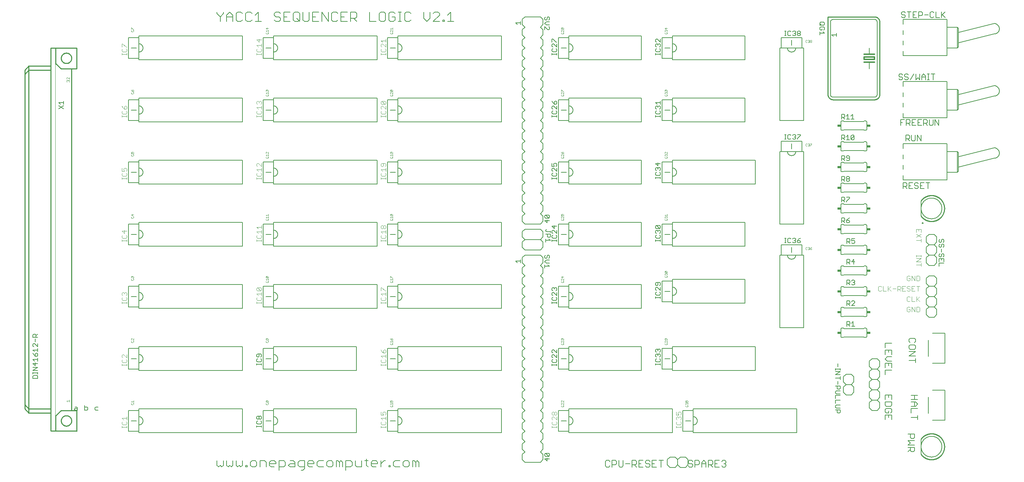
<source format=gbr>
G04 EAGLE Gerber RS-274X export*
G75*
%MOMM*%
%FSLAX34Y34*%
%LPD*%
%INSilkscreen Top*%
%IPPOS*%
%AMOC8*
5,1,8,0,0,1.08239X$1,22.5*%
G01*
%ADD10C,0.203200*%
%ADD11C,0.127000*%
%ADD12C,0.101600*%
%ADD13C,0.152400*%
%ADD14C,0.254000*%
%ADD15C,0.304800*%
%ADD16R,0.863600X0.609600*%
%ADD17C,0.050800*%
%ADD18C,0.177800*%
%ADD19C,0.076200*%


D10*
X191516Y1129304D02*
X191516Y1125406D01*
X199312Y1117610D01*
X207108Y1125406D01*
X207108Y1129304D01*
X199312Y1117610D02*
X199312Y1105916D01*
X214904Y1105916D02*
X214904Y1121508D01*
X222700Y1129304D01*
X230496Y1121508D01*
X230496Y1105916D01*
X230496Y1117610D02*
X214904Y1117610D01*
X249986Y1129304D02*
X253884Y1125406D01*
X249986Y1129304D02*
X242190Y1129304D01*
X238292Y1125406D01*
X238292Y1109814D01*
X242190Y1105916D01*
X249986Y1105916D01*
X253884Y1109814D01*
X273374Y1129304D02*
X277272Y1125406D01*
X273374Y1129304D02*
X265578Y1129304D01*
X261680Y1125406D01*
X261680Y1109814D01*
X265578Y1105916D01*
X273374Y1105916D01*
X277272Y1109814D01*
X285068Y1121508D02*
X292864Y1129304D01*
X292864Y1105916D01*
X285068Y1105916D02*
X300660Y1105916D01*
X343538Y1129304D02*
X347436Y1125406D01*
X343538Y1129304D02*
X335742Y1129304D01*
X331844Y1125406D01*
X331844Y1121508D01*
X335742Y1117610D01*
X343538Y1117610D01*
X347436Y1113712D01*
X347436Y1109814D01*
X343538Y1105916D01*
X335742Y1105916D01*
X331844Y1109814D01*
X355232Y1129304D02*
X370824Y1129304D01*
X355232Y1129304D02*
X355232Y1105916D01*
X370824Y1105916D01*
X363028Y1117610D02*
X355232Y1117610D01*
X378620Y1109814D02*
X378620Y1125406D01*
X382518Y1129304D01*
X390314Y1129304D01*
X394212Y1125406D01*
X394212Y1109814D01*
X390314Y1105916D01*
X382518Y1105916D01*
X378620Y1109814D01*
X386416Y1113712D02*
X394212Y1105916D01*
X402008Y1109814D02*
X402008Y1129304D01*
X402008Y1109814D02*
X405906Y1105916D01*
X413702Y1105916D01*
X417600Y1109814D01*
X417600Y1129304D01*
X425396Y1129304D02*
X440988Y1129304D01*
X425396Y1129304D02*
X425396Y1105916D01*
X440988Y1105916D01*
X433192Y1117610D02*
X425396Y1117610D01*
X448784Y1105916D02*
X448784Y1129304D01*
X464376Y1105916D01*
X464376Y1129304D01*
X483866Y1129304D02*
X487764Y1125406D01*
X483866Y1129304D02*
X476070Y1129304D01*
X472172Y1125406D01*
X472172Y1109814D01*
X476070Y1105916D01*
X483866Y1105916D01*
X487764Y1109814D01*
X495560Y1129304D02*
X511152Y1129304D01*
X495560Y1129304D02*
X495560Y1105916D01*
X511152Y1105916D01*
X503356Y1117610D02*
X495560Y1117610D01*
X518948Y1105916D02*
X518948Y1129304D01*
X530642Y1129304D01*
X534540Y1125406D01*
X534540Y1117610D01*
X530642Y1113712D01*
X518948Y1113712D01*
X526744Y1113712D02*
X534540Y1105916D01*
X565724Y1105916D02*
X565724Y1129304D01*
X565724Y1105916D02*
X581315Y1105916D01*
X593009Y1129304D02*
X600805Y1129304D01*
X593009Y1129304D02*
X589111Y1125406D01*
X589111Y1109814D01*
X593009Y1105916D01*
X600805Y1105916D01*
X604703Y1109814D01*
X604703Y1125406D01*
X600805Y1129304D01*
X624193Y1129304D02*
X628091Y1125406D01*
X624193Y1129304D02*
X616397Y1129304D01*
X612499Y1125406D01*
X612499Y1109814D01*
X616397Y1105916D01*
X624193Y1105916D01*
X628091Y1109814D01*
X628091Y1117610D01*
X620295Y1117610D01*
X635887Y1105916D02*
X643683Y1105916D01*
X639785Y1105916D02*
X639785Y1129304D01*
X635887Y1129304D02*
X643683Y1129304D01*
X663173Y1129304D02*
X667071Y1125406D01*
X663173Y1129304D02*
X655377Y1129304D01*
X651479Y1125406D01*
X651479Y1109814D01*
X655377Y1105916D01*
X663173Y1105916D01*
X667071Y1109814D01*
X698255Y1113712D02*
X698255Y1129304D01*
X698255Y1113712D02*
X706051Y1105916D01*
X713847Y1113712D01*
X713847Y1129304D01*
X721643Y1105916D02*
X737235Y1105916D01*
X721643Y1105916D02*
X737235Y1121508D01*
X737235Y1125406D01*
X733337Y1129304D01*
X725541Y1129304D01*
X721643Y1125406D01*
X745031Y1109814D02*
X745031Y1105916D01*
X745031Y1109814D02*
X748929Y1109814D01*
X748929Y1105916D01*
X745031Y1105916D01*
X756725Y1121508D02*
X764521Y1129304D01*
X764521Y1105916D01*
X756725Y1105916D02*
X772317Y1105916D01*
X191516Y29308D02*
X191516Y17614D01*
X195414Y13716D01*
X199312Y17614D01*
X203210Y13716D01*
X207108Y17614D01*
X207108Y29308D01*
X214904Y29308D02*
X214904Y17614D01*
X218802Y13716D01*
X222700Y17614D01*
X226598Y13716D01*
X230496Y17614D01*
X230496Y29308D01*
X238292Y29308D02*
X238292Y17614D01*
X242190Y13716D01*
X246088Y17614D01*
X249986Y13716D01*
X253884Y17614D01*
X253884Y29308D01*
X261680Y17614D02*
X261680Y13716D01*
X261680Y17614D02*
X265578Y17614D01*
X265578Y13716D01*
X261680Y13716D01*
X277272Y13716D02*
X285068Y13716D01*
X288966Y17614D01*
X288966Y25410D01*
X285068Y29308D01*
X277272Y29308D01*
X273374Y25410D01*
X273374Y17614D01*
X277272Y13716D01*
X296762Y13716D02*
X296762Y29308D01*
X308456Y29308D01*
X312354Y25410D01*
X312354Y13716D01*
X324048Y13716D02*
X331844Y13716D01*
X324048Y13716D02*
X320150Y17614D01*
X320150Y25410D01*
X324048Y29308D01*
X331844Y29308D01*
X335742Y25410D01*
X335742Y21512D01*
X320150Y21512D01*
X343538Y29308D02*
X343538Y5920D01*
X343538Y29308D02*
X355232Y29308D01*
X359130Y25410D01*
X359130Y17614D01*
X355232Y13716D01*
X343538Y13716D01*
X370824Y29308D02*
X378620Y29308D01*
X382518Y25410D01*
X382518Y13716D01*
X370824Y13716D01*
X366926Y17614D01*
X370824Y21512D01*
X382518Y21512D01*
X398110Y5920D02*
X402008Y5920D01*
X405906Y9818D01*
X405906Y29308D01*
X394212Y29308D01*
X390314Y25410D01*
X390314Y17614D01*
X394212Y13716D01*
X405906Y13716D01*
X417600Y13716D02*
X425396Y13716D01*
X417600Y13716D02*
X413702Y17614D01*
X413702Y25410D01*
X417600Y29308D01*
X425396Y29308D01*
X429294Y25410D01*
X429294Y21512D01*
X413702Y21512D01*
X440988Y29308D02*
X452682Y29308D01*
X440988Y29308D02*
X437090Y25410D01*
X437090Y17614D01*
X440988Y13716D01*
X452682Y13716D01*
X464376Y13716D02*
X472172Y13716D01*
X476070Y17614D01*
X476070Y25410D01*
X472172Y29308D01*
X464376Y29308D01*
X460478Y25410D01*
X460478Y17614D01*
X464376Y13716D01*
X483866Y13716D02*
X483866Y29308D01*
X487764Y29308D01*
X491662Y25410D01*
X491662Y13716D01*
X491662Y25410D02*
X495560Y29308D01*
X499458Y25410D01*
X499458Y13716D01*
X507254Y5920D02*
X507254Y29308D01*
X518948Y29308D01*
X522846Y25410D01*
X522846Y17614D01*
X518948Y13716D01*
X507254Y13716D01*
X530642Y17614D02*
X530642Y29308D01*
X530642Y17614D02*
X534540Y13716D01*
X546234Y13716D01*
X546234Y29308D01*
X557927Y33206D02*
X557927Y17614D01*
X561825Y13716D01*
X561825Y29308D02*
X554030Y29308D01*
X573519Y13716D02*
X581315Y13716D01*
X573519Y13716D02*
X569621Y17614D01*
X569621Y25410D01*
X573519Y29308D01*
X581315Y29308D01*
X585213Y25410D01*
X585213Y21512D01*
X569621Y21512D01*
X593009Y13716D02*
X593009Y29308D01*
X593009Y21512D02*
X600805Y29308D01*
X604703Y29308D01*
X612499Y17614D02*
X612499Y13716D01*
X612499Y17614D02*
X616397Y17614D01*
X616397Y13716D01*
X612499Y13716D01*
X628091Y29308D02*
X639785Y29308D01*
X628091Y29308D02*
X624193Y25410D01*
X624193Y17614D01*
X628091Y13716D01*
X639785Y13716D01*
X651479Y13716D02*
X659275Y13716D01*
X663173Y17614D01*
X663173Y25410D01*
X659275Y29308D01*
X651479Y29308D01*
X647581Y25410D01*
X647581Y17614D01*
X651479Y13716D01*
X670969Y13716D02*
X670969Y29308D01*
X674867Y29308D01*
X678765Y25410D01*
X678765Y13716D01*
X678765Y25410D02*
X682663Y29308D01*
X686561Y25410D01*
X686561Y13716D01*
D11*
X1880235Y813435D02*
X1880235Y827417D01*
X1887226Y827417D01*
X1889556Y825087D01*
X1889556Y820426D01*
X1887226Y818096D01*
X1880235Y818096D01*
X1884896Y818096D02*
X1889556Y813435D01*
X1894268Y815765D02*
X1894268Y827417D01*
X1894268Y815765D02*
X1896598Y813435D01*
X1901259Y813435D01*
X1903589Y815765D01*
X1903589Y827417D01*
X1908301Y827417D02*
X1908301Y813435D01*
X1917622Y813435D02*
X1908301Y827417D01*
X1917622Y827417D02*
X1917622Y813435D01*
X1867535Y851535D02*
X1867535Y865517D01*
X1876856Y865517D01*
X1872196Y858526D02*
X1867535Y858526D01*
X1881568Y851535D02*
X1881568Y865517D01*
X1888559Y865517D01*
X1890889Y863187D01*
X1890889Y858526D01*
X1888559Y856196D01*
X1881568Y856196D01*
X1886228Y856196D02*
X1890889Y851535D01*
X1895601Y865517D02*
X1904922Y865517D01*
X1895601Y865517D02*
X1895601Y851535D01*
X1904922Y851535D01*
X1900261Y858526D02*
X1895601Y858526D01*
X1909633Y865517D02*
X1918955Y865517D01*
X1909633Y865517D02*
X1909633Y851535D01*
X1918955Y851535D01*
X1914294Y858526D02*
X1909633Y858526D01*
X1923666Y851535D02*
X1923666Y865517D01*
X1930657Y865517D01*
X1932987Y863187D01*
X1932987Y858526D01*
X1930657Y856196D01*
X1923666Y856196D01*
X1928327Y856196D02*
X1932987Y851535D01*
X1937699Y853865D02*
X1937699Y865517D01*
X1937699Y853865D02*
X1940029Y851535D01*
X1944690Y851535D01*
X1947020Y853865D01*
X1947020Y865517D01*
X1951732Y865517D02*
X1951732Y851535D01*
X1961053Y851535D02*
X1951732Y865517D01*
X1961053Y865517D02*
X1961053Y851535D01*
D12*
X1905508Y532892D02*
X1905508Y528994D01*
X1905508Y530943D02*
X1917202Y530943D01*
X1917202Y532892D02*
X1917202Y528994D01*
X1917202Y525096D02*
X1905508Y525096D01*
X1905508Y517300D02*
X1917202Y525096D01*
X1917202Y517300D02*
X1905508Y517300D01*
X1905508Y509504D02*
X1917202Y509504D01*
X1917202Y513402D02*
X1917202Y505606D01*
X1917202Y588596D02*
X1917202Y596392D01*
X1905508Y596392D01*
X1905508Y588596D01*
X1911355Y592494D02*
X1911355Y596392D01*
X1917202Y584698D02*
X1905508Y576902D01*
X1905508Y584698D02*
X1917202Y576902D01*
X1917202Y569106D02*
X1905508Y569106D01*
X1917202Y573004D02*
X1917202Y565208D01*
X1888973Y482102D02*
X1890922Y480153D01*
X1888973Y482102D02*
X1885075Y482102D01*
X1883126Y480153D01*
X1883126Y472357D01*
X1885075Y470408D01*
X1888973Y470408D01*
X1890922Y472357D01*
X1890922Y476255D01*
X1887024Y476255D01*
X1894820Y470408D02*
X1894820Y482102D01*
X1902616Y470408D01*
X1902616Y482102D01*
X1906514Y482102D02*
X1906514Y470408D01*
X1912361Y470408D01*
X1914310Y472357D01*
X1914310Y480153D01*
X1912361Y482102D01*
X1906514Y482102D01*
X1888973Y405902D02*
X1890922Y403953D01*
X1888973Y405902D02*
X1885075Y405902D01*
X1883126Y403953D01*
X1883126Y396157D01*
X1885075Y394208D01*
X1888973Y394208D01*
X1890922Y396157D01*
X1890922Y400055D01*
X1887024Y400055D01*
X1894820Y394208D02*
X1894820Y405902D01*
X1902616Y394208D01*
X1902616Y405902D01*
X1906514Y405902D02*
X1906514Y394208D01*
X1912361Y394208D01*
X1914310Y396157D01*
X1914310Y403953D01*
X1912361Y405902D01*
X1906514Y405902D01*
X1890922Y429353D02*
X1888973Y431302D01*
X1885075Y431302D01*
X1883126Y429353D01*
X1883126Y421557D01*
X1885075Y419608D01*
X1888973Y419608D01*
X1890922Y421557D01*
X1894820Y419608D02*
X1894820Y431302D01*
X1894820Y419608D02*
X1902616Y419608D01*
X1906514Y419608D02*
X1906514Y431302D01*
X1906514Y423506D02*
X1914310Y431302D01*
X1908463Y425455D02*
X1914310Y419608D01*
D13*
X1357809Y27020D02*
X1355097Y29732D01*
X1349674Y29732D01*
X1346962Y27020D01*
X1346962Y24309D01*
X1349674Y21597D01*
X1355097Y21597D01*
X1357809Y18885D01*
X1357809Y16174D01*
X1355097Y13462D01*
X1349674Y13462D01*
X1346962Y16174D01*
X1363334Y13462D02*
X1363334Y29732D01*
X1371469Y29732D01*
X1374180Y27020D01*
X1374180Y21597D01*
X1371469Y18885D01*
X1363334Y18885D01*
X1379705Y13462D02*
X1379705Y24309D01*
X1385128Y29732D01*
X1390552Y24309D01*
X1390552Y13462D01*
X1390552Y21597D02*
X1379705Y21597D01*
X1396077Y13462D02*
X1396077Y29732D01*
X1404212Y29732D01*
X1406923Y27020D01*
X1406923Y21597D01*
X1404212Y18885D01*
X1396077Y18885D01*
X1401500Y18885D02*
X1406923Y13462D01*
X1412448Y29732D02*
X1423295Y29732D01*
X1412448Y29732D02*
X1412448Y13462D01*
X1423295Y13462D01*
X1417872Y21597D02*
X1412448Y21597D01*
X1428820Y27020D02*
X1431531Y29732D01*
X1436955Y29732D01*
X1439666Y27020D01*
X1439666Y24309D01*
X1436955Y21597D01*
X1434243Y21597D01*
X1436955Y21597D02*
X1439666Y18885D01*
X1439666Y16174D01*
X1436955Y13462D01*
X1431531Y13462D01*
X1428820Y16174D01*
X1154609Y27020D02*
X1151897Y29732D01*
X1146474Y29732D01*
X1143762Y27020D01*
X1143762Y16174D01*
X1146474Y13462D01*
X1151897Y13462D01*
X1154609Y16174D01*
X1160134Y13462D02*
X1160134Y29732D01*
X1168269Y29732D01*
X1170980Y27020D01*
X1170980Y21597D01*
X1168269Y18885D01*
X1160134Y18885D01*
X1176505Y16174D02*
X1176505Y29732D01*
X1176505Y16174D02*
X1179217Y13462D01*
X1184640Y13462D01*
X1187352Y16174D01*
X1187352Y29732D01*
X1192877Y21597D02*
X1203723Y21597D01*
X1209248Y13462D02*
X1209248Y29732D01*
X1217383Y29732D01*
X1220095Y27020D01*
X1220095Y21597D01*
X1217383Y18885D01*
X1209248Y18885D01*
X1214672Y18885D02*
X1220095Y13462D01*
X1225620Y29732D02*
X1236466Y29732D01*
X1225620Y29732D02*
X1225620Y13462D01*
X1236466Y13462D01*
X1231043Y21597D02*
X1225620Y21597D01*
X1250126Y29732D02*
X1252838Y27020D01*
X1250126Y29732D02*
X1244703Y29732D01*
X1241991Y27020D01*
X1241991Y24309D01*
X1244703Y21597D01*
X1250126Y21597D01*
X1252838Y18885D01*
X1252838Y16174D01*
X1250126Y13462D01*
X1244703Y13462D01*
X1241991Y16174D01*
X1258363Y29732D02*
X1269210Y29732D01*
X1258363Y29732D02*
X1258363Y13462D01*
X1269210Y13462D01*
X1263786Y21597D02*
X1258363Y21597D01*
X1280158Y13462D02*
X1280158Y29732D01*
X1274735Y29732D02*
X1285581Y29732D01*
D12*
X1818809Y456702D02*
X1820758Y454753D01*
X1818809Y456702D02*
X1814911Y456702D01*
X1812962Y454753D01*
X1812962Y446957D01*
X1814911Y445008D01*
X1818809Y445008D01*
X1820758Y446957D01*
X1824656Y445008D02*
X1824656Y456702D01*
X1824656Y445008D02*
X1832452Y445008D01*
X1836350Y445008D02*
X1836350Y456702D01*
X1836350Y448906D02*
X1844146Y456702D01*
X1838299Y450855D02*
X1844146Y445008D01*
X1848044Y450855D02*
X1855840Y450855D01*
X1859738Y445008D02*
X1859738Y456702D01*
X1865585Y456702D01*
X1867534Y454753D01*
X1867534Y450855D01*
X1865585Y448906D01*
X1859738Y448906D01*
X1863636Y448906D02*
X1867534Y445008D01*
X1871432Y456702D02*
X1879228Y456702D01*
X1871432Y456702D02*
X1871432Y445008D01*
X1879228Y445008D01*
X1875330Y450855D02*
X1871432Y450855D01*
X1888973Y456702D02*
X1890922Y454753D01*
X1888973Y456702D02*
X1885075Y456702D01*
X1883126Y454753D01*
X1883126Y452804D01*
X1885075Y450855D01*
X1888973Y450855D01*
X1890922Y448906D01*
X1890922Y446957D01*
X1888973Y445008D01*
X1885075Y445008D01*
X1883126Y446957D01*
X1894820Y456702D02*
X1902616Y456702D01*
X1894820Y456702D02*
X1894820Y445008D01*
X1902616Y445008D01*
X1898718Y450855D02*
X1894820Y450855D01*
X1910412Y445008D02*
X1910412Y456702D01*
X1906514Y456702D02*
X1914310Y456702D01*
D13*
X1845832Y189738D02*
X1845832Y178891D01*
X1845832Y189738D02*
X1829562Y189738D01*
X1829562Y178891D01*
X1837697Y184315D02*
X1837697Y189738D01*
X1845832Y173366D02*
X1829562Y173366D01*
X1829562Y165232D01*
X1832274Y162520D01*
X1843120Y162520D01*
X1845832Y165232D01*
X1845832Y173366D01*
X1845832Y148860D02*
X1843120Y146148D01*
X1845832Y148860D02*
X1845832Y154283D01*
X1843120Y156995D01*
X1832274Y156995D01*
X1829562Y154283D01*
X1829562Y148860D01*
X1832274Y146148D01*
X1837697Y146148D01*
X1837697Y151572D01*
X1845832Y140623D02*
X1845832Y129777D01*
X1845832Y140623D02*
X1829562Y140623D01*
X1829562Y129777D01*
X1837697Y135200D02*
X1837697Y140623D01*
X1845832Y316738D02*
X1829562Y316738D01*
X1829562Y305891D01*
X1845832Y300366D02*
X1845832Y289520D01*
X1845832Y300366D02*
X1829562Y300366D01*
X1829562Y289520D01*
X1837697Y294943D02*
X1837697Y300366D01*
X1834985Y283995D02*
X1845832Y283995D01*
X1834985Y283995D02*
X1829562Y278572D01*
X1834985Y273148D01*
X1845832Y273148D01*
X1845832Y267623D02*
X1845832Y256777D01*
X1845832Y267623D02*
X1829562Y267623D01*
X1829562Y256777D01*
X1837697Y262200D02*
X1837697Y267623D01*
X1845832Y251252D02*
X1829562Y251252D01*
X1829562Y240405D01*
X889000Y918210D02*
X635000Y918210D01*
X635000Y859790D02*
X889000Y859790D01*
X889000Y918210D01*
X635000Y918210D02*
X635000Y899160D01*
X635000Y878840D02*
X635000Y859790D01*
X635000Y878840D02*
X635247Y878843D01*
X635495Y878852D01*
X635742Y878867D01*
X635988Y878888D01*
X636234Y878915D01*
X636479Y878948D01*
X636724Y878987D01*
X636967Y879032D01*
X637209Y879083D01*
X637450Y879140D01*
X637689Y879202D01*
X637927Y879271D01*
X638163Y879345D01*
X638397Y879425D01*
X638629Y879510D01*
X638859Y879602D01*
X639087Y879698D01*
X639312Y879801D01*
X639535Y879908D01*
X639755Y880022D01*
X639972Y880140D01*
X640187Y880264D01*
X640398Y880393D01*
X640606Y880527D01*
X640811Y880666D01*
X641012Y880810D01*
X641210Y880958D01*
X641404Y881112D01*
X641594Y881270D01*
X641780Y881433D01*
X641962Y881600D01*
X642140Y881772D01*
X642314Y881948D01*
X642484Y882128D01*
X642649Y882313D01*
X642809Y882501D01*
X642965Y882693D01*
X643117Y882889D01*
X643263Y883088D01*
X643405Y883291D01*
X643541Y883498D01*
X643673Y883707D01*
X643799Y883920D01*
X643920Y884136D01*
X644036Y884354D01*
X644146Y884576D01*
X644251Y884800D01*
X644351Y885026D01*
X644445Y885255D01*
X644533Y885486D01*
X644616Y885720D01*
X644693Y885955D01*
X644764Y886192D01*
X644830Y886430D01*
X644889Y886670D01*
X644943Y886912D01*
X644991Y887155D01*
X645033Y887398D01*
X645069Y887643D01*
X645099Y887889D01*
X645123Y888135D01*
X645141Y888382D01*
X645153Y888629D01*
X645159Y888876D01*
X645159Y889124D01*
X645153Y889371D01*
X645141Y889618D01*
X645123Y889865D01*
X645099Y890111D01*
X645069Y890357D01*
X645033Y890602D01*
X644991Y890845D01*
X644943Y891088D01*
X644889Y891330D01*
X644830Y891570D01*
X644764Y891808D01*
X644693Y892045D01*
X644616Y892280D01*
X644533Y892514D01*
X644445Y892745D01*
X644351Y892974D01*
X644251Y893200D01*
X644146Y893424D01*
X644036Y893646D01*
X643920Y893864D01*
X643799Y894080D01*
X643673Y894293D01*
X643541Y894502D01*
X643405Y894709D01*
X643263Y894912D01*
X643117Y895111D01*
X642965Y895307D01*
X642809Y895499D01*
X642649Y895687D01*
X642484Y895872D01*
X642314Y896052D01*
X642140Y896228D01*
X641962Y896400D01*
X641780Y896567D01*
X641594Y896730D01*
X641404Y896888D01*
X641210Y897042D01*
X641012Y897190D01*
X640811Y897334D01*
X640606Y897473D01*
X640398Y897607D01*
X640187Y897736D01*
X639972Y897860D01*
X639755Y897978D01*
X639535Y898092D01*
X639312Y898199D01*
X639087Y898302D01*
X638859Y898398D01*
X638629Y898490D01*
X638397Y898575D01*
X638163Y898655D01*
X637927Y898729D01*
X637689Y898798D01*
X637450Y898860D01*
X637209Y898917D01*
X636967Y898968D01*
X636724Y899013D01*
X636479Y899052D01*
X636234Y899085D01*
X635988Y899112D01*
X635742Y899133D01*
X635495Y899148D01*
X635247Y899157D01*
X635000Y899160D01*
D12*
X605282Y875626D02*
X605282Y871728D01*
X605282Y873677D02*
X593588Y873677D01*
X593588Y871728D02*
X593588Y875626D01*
X593588Y885371D02*
X595537Y887320D01*
X593588Y885371D02*
X593588Y881473D01*
X595537Y879524D01*
X603333Y879524D01*
X605282Y881473D01*
X605282Y885371D01*
X603333Y887320D01*
X605282Y891218D02*
X605282Y899014D01*
X605282Y891218D02*
X597486Y899014D01*
X595537Y899014D01*
X593588Y897065D01*
X593588Y893167D01*
X595537Y891218D01*
X595537Y902912D02*
X603333Y902912D01*
X595537Y902912D02*
X593588Y904861D01*
X593588Y908759D01*
X595537Y910708D01*
X603333Y910708D01*
X605282Y908759D01*
X605282Y904861D01*
X603333Y902912D01*
X595537Y910708D01*
D13*
X584200Y765810D02*
X330200Y765810D01*
X330200Y707390D02*
X584200Y707390D01*
X584200Y765810D01*
X330200Y765810D02*
X330200Y746760D01*
X330200Y726440D02*
X330200Y707390D01*
X330200Y726440D02*
X330447Y726443D01*
X330695Y726452D01*
X330942Y726467D01*
X331188Y726488D01*
X331434Y726515D01*
X331679Y726548D01*
X331924Y726587D01*
X332167Y726632D01*
X332409Y726683D01*
X332650Y726740D01*
X332889Y726802D01*
X333127Y726871D01*
X333363Y726945D01*
X333597Y727025D01*
X333829Y727110D01*
X334059Y727202D01*
X334287Y727298D01*
X334512Y727401D01*
X334735Y727508D01*
X334955Y727622D01*
X335172Y727740D01*
X335387Y727864D01*
X335598Y727993D01*
X335806Y728127D01*
X336011Y728266D01*
X336212Y728410D01*
X336410Y728558D01*
X336604Y728712D01*
X336794Y728870D01*
X336980Y729033D01*
X337162Y729200D01*
X337340Y729372D01*
X337514Y729548D01*
X337684Y729728D01*
X337849Y729913D01*
X338009Y730101D01*
X338165Y730293D01*
X338317Y730489D01*
X338463Y730688D01*
X338605Y730891D01*
X338741Y731098D01*
X338873Y731307D01*
X338999Y731520D01*
X339120Y731736D01*
X339236Y731954D01*
X339346Y732176D01*
X339451Y732400D01*
X339551Y732626D01*
X339645Y732855D01*
X339733Y733086D01*
X339816Y733320D01*
X339893Y733555D01*
X339964Y733792D01*
X340030Y734030D01*
X340089Y734270D01*
X340143Y734512D01*
X340191Y734755D01*
X340233Y734998D01*
X340269Y735243D01*
X340299Y735489D01*
X340323Y735735D01*
X340341Y735982D01*
X340353Y736229D01*
X340359Y736476D01*
X340359Y736724D01*
X340353Y736971D01*
X340341Y737218D01*
X340323Y737465D01*
X340299Y737711D01*
X340269Y737957D01*
X340233Y738202D01*
X340191Y738445D01*
X340143Y738688D01*
X340089Y738930D01*
X340030Y739170D01*
X339964Y739408D01*
X339893Y739645D01*
X339816Y739880D01*
X339733Y740114D01*
X339645Y740345D01*
X339551Y740574D01*
X339451Y740800D01*
X339346Y741024D01*
X339236Y741246D01*
X339120Y741464D01*
X338999Y741680D01*
X338873Y741893D01*
X338741Y742102D01*
X338605Y742309D01*
X338463Y742512D01*
X338317Y742711D01*
X338165Y742907D01*
X338009Y743099D01*
X337849Y743287D01*
X337684Y743472D01*
X337514Y743652D01*
X337340Y743828D01*
X337162Y744000D01*
X336980Y744167D01*
X336794Y744330D01*
X336604Y744488D01*
X336410Y744642D01*
X336212Y744790D01*
X336011Y744934D01*
X335806Y745073D01*
X335598Y745207D01*
X335387Y745336D01*
X335172Y745460D01*
X334955Y745578D01*
X334735Y745692D01*
X334512Y745799D01*
X334287Y745902D01*
X334059Y745998D01*
X333829Y746090D01*
X333597Y746175D01*
X333363Y746255D01*
X333127Y746329D01*
X332889Y746398D01*
X332650Y746460D01*
X332409Y746517D01*
X332167Y746568D01*
X331924Y746613D01*
X331679Y746652D01*
X331434Y746685D01*
X331188Y746712D01*
X330942Y746733D01*
X330695Y746748D01*
X330447Y746757D01*
X330200Y746760D01*
D12*
X300482Y723226D02*
X300482Y719328D01*
X300482Y721277D02*
X288788Y721277D01*
X288788Y719328D02*
X288788Y723226D01*
X288788Y732971D02*
X290737Y734920D01*
X288788Y732971D02*
X288788Y729073D01*
X290737Y727124D01*
X298533Y727124D01*
X300482Y729073D01*
X300482Y732971D01*
X298533Y734920D01*
X292686Y738818D02*
X288788Y742716D01*
X300482Y742716D01*
X300482Y738818D02*
X300482Y746614D01*
X300482Y750512D02*
X300482Y758308D01*
X300482Y750512D02*
X292686Y758308D01*
X290737Y758308D01*
X288788Y756359D01*
X288788Y752461D01*
X290737Y750512D01*
D13*
X330200Y1070610D02*
X584200Y1070610D01*
X584200Y1012190D02*
X330200Y1012190D01*
X584200Y1012190D02*
X584200Y1070610D01*
X330200Y1070610D02*
X330200Y1051560D01*
X330200Y1031240D02*
X330200Y1012190D01*
X330200Y1031240D02*
X330447Y1031243D01*
X330695Y1031252D01*
X330942Y1031267D01*
X331188Y1031288D01*
X331434Y1031315D01*
X331679Y1031348D01*
X331924Y1031387D01*
X332167Y1031432D01*
X332409Y1031483D01*
X332650Y1031540D01*
X332889Y1031602D01*
X333127Y1031671D01*
X333363Y1031745D01*
X333597Y1031825D01*
X333829Y1031910D01*
X334059Y1032002D01*
X334287Y1032098D01*
X334512Y1032201D01*
X334735Y1032308D01*
X334955Y1032422D01*
X335172Y1032540D01*
X335387Y1032664D01*
X335598Y1032793D01*
X335806Y1032927D01*
X336011Y1033066D01*
X336212Y1033210D01*
X336410Y1033358D01*
X336604Y1033512D01*
X336794Y1033670D01*
X336980Y1033833D01*
X337162Y1034000D01*
X337340Y1034172D01*
X337514Y1034348D01*
X337684Y1034528D01*
X337849Y1034713D01*
X338009Y1034901D01*
X338165Y1035093D01*
X338317Y1035289D01*
X338463Y1035488D01*
X338605Y1035691D01*
X338741Y1035898D01*
X338873Y1036107D01*
X338999Y1036320D01*
X339120Y1036536D01*
X339236Y1036754D01*
X339346Y1036976D01*
X339451Y1037200D01*
X339551Y1037426D01*
X339645Y1037655D01*
X339733Y1037886D01*
X339816Y1038120D01*
X339893Y1038355D01*
X339964Y1038592D01*
X340030Y1038830D01*
X340089Y1039070D01*
X340143Y1039312D01*
X340191Y1039555D01*
X340233Y1039798D01*
X340269Y1040043D01*
X340299Y1040289D01*
X340323Y1040535D01*
X340341Y1040782D01*
X340353Y1041029D01*
X340359Y1041276D01*
X340359Y1041524D01*
X340353Y1041771D01*
X340341Y1042018D01*
X340323Y1042265D01*
X340299Y1042511D01*
X340269Y1042757D01*
X340233Y1043002D01*
X340191Y1043245D01*
X340143Y1043488D01*
X340089Y1043730D01*
X340030Y1043970D01*
X339964Y1044208D01*
X339893Y1044445D01*
X339816Y1044680D01*
X339733Y1044914D01*
X339645Y1045145D01*
X339551Y1045374D01*
X339451Y1045600D01*
X339346Y1045824D01*
X339236Y1046046D01*
X339120Y1046264D01*
X338999Y1046480D01*
X338873Y1046693D01*
X338741Y1046902D01*
X338605Y1047109D01*
X338463Y1047312D01*
X338317Y1047511D01*
X338165Y1047707D01*
X338009Y1047899D01*
X337849Y1048087D01*
X337684Y1048272D01*
X337514Y1048452D01*
X337340Y1048628D01*
X337162Y1048800D01*
X336980Y1048967D01*
X336794Y1049130D01*
X336604Y1049288D01*
X336410Y1049442D01*
X336212Y1049590D01*
X336011Y1049734D01*
X335806Y1049873D01*
X335598Y1050007D01*
X335387Y1050136D01*
X335172Y1050260D01*
X334955Y1050378D01*
X334735Y1050492D01*
X334512Y1050599D01*
X334287Y1050702D01*
X334059Y1050798D01*
X333829Y1050890D01*
X333597Y1050975D01*
X333363Y1051055D01*
X333127Y1051129D01*
X332889Y1051198D01*
X332650Y1051260D01*
X332409Y1051317D01*
X332167Y1051368D01*
X331924Y1051413D01*
X331679Y1051452D01*
X331434Y1051485D01*
X331188Y1051512D01*
X330942Y1051533D01*
X330695Y1051548D01*
X330447Y1051557D01*
X330200Y1051560D01*
D12*
X300482Y1028026D02*
X300482Y1024128D01*
X300482Y1026077D02*
X288788Y1026077D01*
X288788Y1024128D02*
X288788Y1028026D01*
X288788Y1037771D02*
X290737Y1039720D01*
X288788Y1037771D02*
X288788Y1033873D01*
X290737Y1031924D01*
X298533Y1031924D01*
X300482Y1033873D01*
X300482Y1037771D01*
X298533Y1039720D01*
X292686Y1043618D02*
X288788Y1047516D01*
X300482Y1047516D01*
X300482Y1043618D02*
X300482Y1051414D01*
X300482Y1061159D02*
X288788Y1061159D01*
X294635Y1055312D01*
X294635Y1063108D01*
D13*
X635000Y765810D02*
X889000Y765810D01*
X889000Y707390D02*
X635000Y707390D01*
X889000Y707390D02*
X889000Y765810D01*
X635000Y765810D02*
X635000Y746760D01*
X635000Y726440D02*
X635000Y707390D01*
X635000Y726440D02*
X635247Y726443D01*
X635495Y726452D01*
X635742Y726467D01*
X635988Y726488D01*
X636234Y726515D01*
X636479Y726548D01*
X636724Y726587D01*
X636967Y726632D01*
X637209Y726683D01*
X637450Y726740D01*
X637689Y726802D01*
X637927Y726871D01*
X638163Y726945D01*
X638397Y727025D01*
X638629Y727110D01*
X638859Y727202D01*
X639087Y727298D01*
X639312Y727401D01*
X639535Y727508D01*
X639755Y727622D01*
X639972Y727740D01*
X640187Y727864D01*
X640398Y727993D01*
X640606Y728127D01*
X640811Y728266D01*
X641012Y728410D01*
X641210Y728558D01*
X641404Y728712D01*
X641594Y728870D01*
X641780Y729033D01*
X641962Y729200D01*
X642140Y729372D01*
X642314Y729548D01*
X642484Y729728D01*
X642649Y729913D01*
X642809Y730101D01*
X642965Y730293D01*
X643117Y730489D01*
X643263Y730688D01*
X643405Y730891D01*
X643541Y731098D01*
X643673Y731307D01*
X643799Y731520D01*
X643920Y731736D01*
X644036Y731954D01*
X644146Y732176D01*
X644251Y732400D01*
X644351Y732626D01*
X644445Y732855D01*
X644533Y733086D01*
X644616Y733320D01*
X644693Y733555D01*
X644764Y733792D01*
X644830Y734030D01*
X644889Y734270D01*
X644943Y734512D01*
X644991Y734755D01*
X645033Y734998D01*
X645069Y735243D01*
X645099Y735489D01*
X645123Y735735D01*
X645141Y735982D01*
X645153Y736229D01*
X645159Y736476D01*
X645159Y736724D01*
X645153Y736971D01*
X645141Y737218D01*
X645123Y737465D01*
X645099Y737711D01*
X645069Y737957D01*
X645033Y738202D01*
X644991Y738445D01*
X644943Y738688D01*
X644889Y738930D01*
X644830Y739170D01*
X644764Y739408D01*
X644693Y739645D01*
X644616Y739880D01*
X644533Y740114D01*
X644445Y740345D01*
X644351Y740574D01*
X644251Y740800D01*
X644146Y741024D01*
X644036Y741246D01*
X643920Y741464D01*
X643799Y741680D01*
X643673Y741893D01*
X643541Y742102D01*
X643405Y742309D01*
X643263Y742512D01*
X643117Y742711D01*
X642965Y742907D01*
X642809Y743099D01*
X642649Y743287D01*
X642484Y743472D01*
X642314Y743652D01*
X642140Y743828D01*
X641962Y744000D01*
X641780Y744167D01*
X641594Y744330D01*
X641404Y744488D01*
X641210Y744642D01*
X641012Y744790D01*
X640811Y744934D01*
X640606Y745073D01*
X640398Y745207D01*
X640187Y745336D01*
X639972Y745460D01*
X639755Y745578D01*
X639535Y745692D01*
X639312Y745799D01*
X639087Y745902D01*
X638859Y745998D01*
X638629Y746090D01*
X638397Y746175D01*
X638163Y746255D01*
X637927Y746329D01*
X637689Y746398D01*
X637450Y746460D01*
X637209Y746517D01*
X636967Y746568D01*
X636724Y746613D01*
X636479Y746652D01*
X636234Y746685D01*
X635988Y746712D01*
X635742Y746733D01*
X635495Y746748D01*
X635247Y746757D01*
X635000Y746760D01*
D12*
X605282Y723226D02*
X605282Y719328D01*
X605282Y721277D02*
X593588Y721277D01*
X593588Y719328D02*
X593588Y723226D01*
X593588Y732971D02*
X595537Y734920D01*
X593588Y732971D02*
X593588Y729073D01*
X595537Y727124D01*
X603333Y727124D01*
X605282Y729073D01*
X605282Y732971D01*
X603333Y734920D01*
X597486Y738818D02*
X593588Y742716D01*
X605282Y742716D01*
X605282Y738818D02*
X605282Y746614D01*
X603333Y750512D02*
X605282Y752461D01*
X605282Y756359D01*
X603333Y758308D01*
X595537Y758308D01*
X593588Y756359D01*
X593588Y752461D01*
X595537Y750512D01*
X597486Y750512D01*
X599435Y752461D01*
X599435Y758308D01*
D13*
X254000Y1070610D02*
X0Y1070610D01*
X0Y1012190D02*
X254000Y1012190D01*
X254000Y1070610D01*
X0Y1070610D02*
X0Y1051560D01*
X0Y1031240D02*
X0Y1012190D01*
X0Y1031240D02*
X247Y1031243D01*
X495Y1031252D01*
X742Y1031267D01*
X988Y1031288D01*
X1234Y1031315D01*
X1479Y1031348D01*
X1724Y1031387D01*
X1967Y1031432D01*
X2209Y1031483D01*
X2450Y1031540D01*
X2689Y1031602D01*
X2927Y1031671D01*
X3163Y1031745D01*
X3397Y1031825D01*
X3629Y1031910D01*
X3859Y1032002D01*
X4087Y1032098D01*
X4312Y1032201D01*
X4535Y1032308D01*
X4755Y1032422D01*
X4972Y1032540D01*
X5187Y1032664D01*
X5398Y1032793D01*
X5606Y1032927D01*
X5811Y1033066D01*
X6012Y1033210D01*
X6210Y1033358D01*
X6404Y1033512D01*
X6594Y1033670D01*
X6780Y1033833D01*
X6962Y1034000D01*
X7140Y1034172D01*
X7314Y1034348D01*
X7484Y1034528D01*
X7649Y1034713D01*
X7809Y1034901D01*
X7965Y1035093D01*
X8117Y1035289D01*
X8263Y1035488D01*
X8405Y1035691D01*
X8541Y1035898D01*
X8673Y1036107D01*
X8799Y1036320D01*
X8920Y1036536D01*
X9036Y1036754D01*
X9146Y1036976D01*
X9251Y1037200D01*
X9351Y1037426D01*
X9445Y1037655D01*
X9533Y1037886D01*
X9616Y1038120D01*
X9693Y1038355D01*
X9764Y1038592D01*
X9830Y1038830D01*
X9889Y1039070D01*
X9943Y1039312D01*
X9991Y1039555D01*
X10033Y1039798D01*
X10069Y1040043D01*
X10099Y1040289D01*
X10123Y1040535D01*
X10141Y1040782D01*
X10153Y1041029D01*
X10159Y1041276D01*
X10159Y1041524D01*
X10153Y1041771D01*
X10141Y1042018D01*
X10123Y1042265D01*
X10099Y1042511D01*
X10069Y1042757D01*
X10033Y1043002D01*
X9991Y1043245D01*
X9943Y1043488D01*
X9889Y1043730D01*
X9830Y1043970D01*
X9764Y1044208D01*
X9693Y1044445D01*
X9616Y1044680D01*
X9533Y1044914D01*
X9445Y1045145D01*
X9351Y1045374D01*
X9251Y1045600D01*
X9146Y1045824D01*
X9036Y1046046D01*
X8920Y1046264D01*
X8799Y1046480D01*
X8673Y1046693D01*
X8541Y1046902D01*
X8405Y1047109D01*
X8263Y1047312D01*
X8117Y1047511D01*
X7965Y1047707D01*
X7809Y1047899D01*
X7649Y1048087D01*
X7484Y1048272D01*
X7314Y1048452D01*
X7140Y1048628D01*
X6962Y1048800D01*
X6780Y1048967D01*
X6594Y1049130D01*
X6404Y1049288D01*
X6210Y1049442D01*
X6012Y1049590D01*
X5811Y1049734D01*
X5606Y1049873D01*
X5398Y1050007D01*
X5187Y1050136D01*
X4972Y1050260D01*
X4755Y1050378D01*
X4535Y1050492D01*
X4312Y1050599D01*
X4087Y1050702D01*
X3859Y1050798D01*
X3629Y1050890D01*
X3397Y1050975D01*
X3163Y1051055D01*
X2927Y1051129D01*
X2689Y1051198D01*
X2450Y1051260D01*
X2209Y1051317D01*
X1967Y1051368D01*
X1724Y1051413D01*
X1479Y1051452D01*
X1234Y1051485D01*
X988Y1051512D01*
X742Y1051533D01*
X495Y1051548D01*
X247Y1051557D01*
X0Y1051560D01*
D12*
X-29718Y1028026D02*
X-29718Y1024128D01*
X-29718Y1026077D02*
X-41412Y1026077D01*
X-41412Y1024128D02*
X-41412Y1028026D01*
X-41412Y1037771D02*
X-39463Y1039720D01*
X-41412Y1037771D02*
X-41412Y1033873D01*
X-39463Y1031924D01*
X-31667Y1031924D01*
X-29718Y1033873D01*
X-29718Y1037771D01*
X-31667Y1039720D01*
X-41412Y1043618D02*
X-41412Y1051414D01*
X-39463Y1051414D01*
X-31667Y1043618D01*
X-29718Y1043618D01*
D13*
X1054100Y156210D02*
X1308100Y156210D01*
X1308100Y97790D02*
X1054100Y97790D01*
X1308100Y97790D02*
X1308100Y156210D01*
X1054100Y156210D02*
X1054100Y137160D01*
X1054100Y116840D02*
X1054100Y97790D01*
X1054100Y116840D02*
X1054347Y116843D01*
X1054595Y116852D01*
X1054842Y116867D01*
X1055088Y116888D01*
X1055334Y116915D01*
X1055579Y116948D01*
X1055824Y116987D01*
X1056067Y117032D01*
X1056309Y117083D01*
X1056550Y117140D01*
X1056789Y117202D01*
X1057027Y117271D01*
X1057263Y117345D01*
X1057497Y117425D01*
X1057729Y117510D01*
X1057959Y117602D01*
X1058187Y117698D01*
X1058412Y117801D01*
X1058635Y117908D01*
X1058855Y118022D01*
X1059072Y118140D01*
X1059287Y118264D01*
X1059498Y118393D01*
X1059706Y118527D01*
X1059911Y118666D01*
X1060112Y118810D01*
X1060310Y118958D01*
X1060504Y119112D01*
X1060694Y119270D01*
X1060880Y119433D01*
X1061062Y119600D01*
X1061240Y119772D01*
X1061414Y119948D01*
X1061584Y120128D01*
X1061749Y120313D01*
X1061909Y120501D01*
X1062065Y120693D01*
X1062217Y120889D01*
X1062363Y121088D01*
X1062505Y121291D01*
X1062641Y121498D01*
X1062773Y121707D01*
X1062899Y121920D01*
X1063020Y122136D01*
X1063136Y122354D01*
X1063246Y122576D01*
X1063351Y122800D01*
X1063451Y123026D01*
X1063545Y123255D01*
X1063633Y123486D01*
X1063716Y123720D01*
X1063793Y123955D01*
X1063864Y124192D01*
X1063930Y124430D01*
X1063989Y124670D01*
X1064043Y124912D01*
X1064091Y125155D01*
X1064133Y125398D01*
X1064169Y125643D01*
X1064199Y125889D01*
X1064223Y126135D01*
X1064241Y126382D01*
X1064253Y126629D01*
X1064259Y126876D01*
X1064259Y127124D01*
X1064253Y127371D01*
X1064241Y127618D01*
X1064223Y127865D01*
X1064199Y128111D01*
X1064169Y128357D01*
X1064133Y128602D01*
X1064091Y128845D01*
X1064043Y129088D01*
X1063989Y129330D01*
X1063930Y129570D01*
X1063864Y129808D01*
X1063793Y130045D01*
X1063716Y130280D01*
X1063633Y130514D01*
X1063545Y130745D01*
X1063451Y130974D01*
X1063351Y131200D01*
X1063246Y131424D01*
X1063136Y131646D01*
X1063020Y131864D01*
X1062899Y132080D01*
X1062773Y132293D01*
X1062641Y132502D01*
X1062505Y132709D01*
X1062363Y132912D01*
X1062217Y133111D01*
X1062065Y133307D01*
X1061909Y133499D01*
X1061749Y133687D01*
X1061584Y133872D01*
X1061414Y134052D01*
X1061240Y134228D01*
X1061062Y134400D01*
X1060880Y134567D01*
X1060694Y134730D01*
X1060504Y134888D01*
X1060310Y135042D01*
X1060112Y135190D01*
X1059911Y135334D01*
X1059706Y135473D01*
X1059498Y135607D01*
X1059287Y135736D01*
X1059072Y135860D01*
X1058855Y135978D01*
X1058635Y136092D01*
X1058412Y136199D01*
X1058187Y136302D01*
X1057959Y136398D01*
X1057729Y136490D01*
X1057497Y136575D01*
X1057263Y136655D01*
X1057027Y136729D01*
X1056789Y136798D01*
X1056550Y136860D01*
X1056309Y136917D01*
X1056067Y136968D01*
X1055824Y137013D01*
X1055579Y137052D01*
X1055334Y137085D01*
X1055088Y137112D01*
X1054842Y137133D01*
X1054595Y137148D01*
X1054347Y137157D01*
X1054100Y137160D01*
D12*
X1024382Y113626D02*
X1024382Y109728D01*
X1024382Y111677D02*
X1012688Y111677D01*
X1012688Y109728D02*
X1012688Y113626D01*
X1012688Y123371D02*
X1014637Y125320D01*
X1012688Y123371D02*
X1012688Y119473D01*
X1014637Y117524D01*
X1022433Y117524D01*
X1024382Y119473D01*
X1024382Y123371D01*
X1022433Y125320D01*
X1024382Y129218D02*
X1024382Y137014D01*
X1024382Y129218D02*
X1016586Y137014D01*
X1014637Y137014D01*
X1012688Y135065D01*
X1012688Y131167D01*
X1014637Y129218D01*
X1014637Y140912D02*
X1012688Y142861D01*
X1012688Y146759D01*
X1014637Y148708D01*
X1016586Y148708D01*
X1018535Y146759D01*
X1020484Y148708D01*
X1022433Y148708D01*
X1024382Y146759D01*
X1024382Y142861D01*
X1022433Y140912D01*
X1020484Y140912D01*
X1018535Y142861D01*
X1016586Y140912D01*
X1014637Y140912D01*
X1018535Y142861D02*
X1018535Y146759D01*
D13*
X889000Y461010D02*
X635000Y461010D01*
X635000Y402590D02*
X889000Y402590D01*
X889000Y461010D01*
X635000Y461010D02*
X635000Y441960D01*
X635000Y421640D02*
X635000Y402590D01*
X635000Y421640D02*
X635247Y421643D01*
X635495Y421652D01*
X635742Y421667D01*
X635988Y421688D01*
X636234Y421715D01*
X636479Y421748D01*
X636724Y421787D01*
X636967Y421832D01*
X637209Y421883D01*
X637450Y421940D01*
X637689Y422002D01*
X637927Y422071D01*
X638163Y422145D01*
X638397Y422225D01*
X638629Y422310D01*
X638859Y422402D01*
X639087Y422498D01*
X639312Y422601D01*
X639535Y422708D01*
X639755Y422822D01*
X639972Y422940D01*
X640187Y423064D01*
X640398Y423193D01*
X640606Y423327D01*
X640811Y423466D01*
X641012Y423610D01*
X641210Y423758D01*
X641404Y423912D01*
X641594Y424070D01*
X641780Y424233D01*
X641962Y424400D01*
X642140Y424572D01*
X642314Y424748D01*
X642484Y424928D01*
X642649Y425113D01*
X642809Y425301D01*
X642965Y425493D01*
X643117Y425689D01*
X643263Y425888D01*
X643405Y426091D01*
X643541Y426298D01*
X643673Y426507D01*
X643799Y426720D01*
X643920Y426936D01*
X644036Y427154D01*
X644146Y427376D01*
X644251Y427600D01*
X644351Y427826D01*
X644445Y428055D01*
X644533Y428286D01*
X644616Y428520D01*
X644693Y428755D01*
X644764Y428992D01*
X644830Y429230D01*
X644889Y429470D01*
X644943Y429712D01*
X644991Y429955D01*
X645033Y430198D01*
X645069Y430443D01*
X645099Y430689D01*
X645123Y430935D01*
X645141Y431182D01*
X645153Y431429D01*
X645159Y431676D01*
X645159Y431924D01*
X645153Y432171D01*
X645141Y432418D01*
X645123Y432665D01*
X645099Y432911D01*
X645069Y433157D01*
X645033Y433402D01*
X644991Y433645D01*
X644943Y433888D01*
X644889Y434130D01*
X644830Y434370D01*
X644764Y434608D01*
X644693Y434845D01*
X644616Y435080D01*
X644533Y435314D01*
X644445Y435545D01*
X644351Y435774D01*
X644251Y436000D01*
X644146Y436224D01*
X644036Y436446D01*
X643920Y436664D01*
X643799Y436880D01*
X643673Y437093D01*
X643541Y437302D01*
X643405Y437509D01*
X643263Y437712D01*
X643117Y437911D01*
X642965Y438107D01*
X642809Y438299D01*
X642649Y438487D01*
X642484Y438672D01*
X642314Y438852D01*
X642140Y439028D01*
X641962Y439200D01*
X641780Y439367D01*
X641594Y439530D01*
X641404Y439688D01*
X641210Y439842D01*
X641012Y439990D01*
X640811Y440134D01*
X640606Y440273D01*
X640398Y440407D01*
X640187Y440536D01*
X639972Y440660D01*
X639755Y440778D01*
X639535Y440892D01*
X639312Y440999D01*
X639087Y441102D01*
X638859Y441198D01*
X638629Y441290D01*
X638397Y441375D01*
X638163Y441455D01*
X637927Y441529D01*
X637689Y441598D01*
X637450Y441660D01*
X637209Y441717D01*
X636967Y441768D01*
X636724Y441813D01*
X636479Y441852D01*
X636234Y441885D01*
X635988Y441912D01*
X635742Y441933D01*
X635495Y441948D01*
X635247Y441957D01*
X635000Y441960D01*
D12*
X605282Y418426D02*
X605282Y414528D01*
X605282Y416477D02*
X593588Y416477D01*
X593588Y414528D02*
X593588Y418426D01*
X593588Y428171D02*
X595537Y430120D01*
X593588Y428171D02*
X593588Y424273D01*
X595537Y422324D01*
X603333Y422324D01*
X605282Y424273D01*
X605282Y428171D01*
X603333Y430120D01*
X597486Y434018D02*
X593588Y437916D01*
X605282Y437916D01*
X605282Y434018D02*
X605282Y441814D01*
X593588Y445712D02*
X593588Y453508D01*
X595537Y453508D01*
X603333Y445712D01*
X605282Y445712D01*
D13*
X635000Y308610D02*
X889000Y308610D01*
X889000Y250190D02*
X635000Y250190D01*
X889000Y250190D02*
X889000Y308610D01*
X635000Y308610D02*
X635000Y289560D01*
X635000Y269240D02*
X635000Y250190D01*
X635000Y269240D02*
X635247Y269243D01*
X635495Y269252D01*
X635742Y269267D01*
X635988Y269288D01*
X636234Y269315D01*
X636479Y269348D01*
X636724Y269387D01*
X636967Y269432D01*
X637209Y269483D01*
X637450Y269540D01*
X637689Y269602D01*
X637927Y269671D01*
X638163Y269745D01*
X638397Y269825D01*
X638629Y269910D01*
X638859Y270002D01*
X639087Y270098D01*
X639312Y270201D01*
X639535Y270308D01*
X639755Y270422D01*
X639972Y270540D01*
X640187Y270664D01*
X640398Y270793D01*
X640606Y270927D01*
X640811Y271066D01*
X641012Y271210D01*
X641210Y271358D01*
X641404Y271512D01*
X641594Y271670D01*
X641780Y271833D01*
X641962Y272000D01*
X642140Y272172D01*
X642314Y272348D01*
X642484Y272528D01*
X642649Y272713D01*
X642809Y272901D01*
X642965Y273093D01*
X643117Y273289D01*
X643263Y273488D01*
X643405Y273691D01*
X643541Y273898D01*
X643673Y274107D01*
X643799Y274320D01*
X643920Y274536D01*
X644036Y274754D01*
X644146Y274976D01*
X644251Y275200D01*
X644351Y275426D01*
X644445Y275655D01*
X644533Y275886D01*
X644616Y276120D01*
X644693Y276355D01*
X644764Y276592D01*
X644830Y276830D01*
X644889Y277070D01*
X644943Y277312D01*
X644991Y277555D01*
X645033Y277798D01*
X645069Y278043D01*
X645099Y278289D01*
X645123Y278535D01*
X645141Y278782D01*
X645153Y279029D01*
X645159Y279276D01*
X645159Y279524D01*
X645153Y279771D01*
X645141Y280018D01*
X645123Y280265D01*
X645099Y280511D01*
X645069Y280757D01*
X645033Y281002D01*
X644991Y281245D01*
X644943Y281488D01*
X644889Y281730D01*
X644830Y281970D01*
X644764Y282208D01*
X644693Y282445D01*
X644616Y282680D01*
X644533Y282914D01*
X644445Y283145D01*
X644351Y283374D01*
X644251Y283600D01*
X644146Y283824D01*
X644036Y284046D01*
X643920Y284264D01*
X643799Y284480D01*
X643673Y284693D01*
X643541Y284902D01*
X643405Y285109D01*
X643263Y285312D01*
X643117Y285511D01*
X642965Y285707D01*
X642809Y285899D01*
X642649Y286087D01*
X642484Y286272D01*
X642314Y286452D01*
X642140Y286628D01*
X641962Y286800D01*
X641780Y286967D01*
X641594Y287130D01*
X641404Y287288D01*
X641210Y287442D01*
X641012Y287590D01*
X640811Y287734D01*
X640606Y287873D01*
X640398Y288007D01*
X640187Y288136D01*
X639972Y288260D01*
X639755Y288378D01*
X639535Y288492D01*
X639312Y288599D01*
X639087Y288702D01*
X638859Y288798D01*
X638629Y288890D01*
X638397Y288975D01*
X638163Y289055D01*
X637927Y289129D01*
X637689Y289198D01*
X637450Y289260D01*
X637209Y289317D01*
X636967Y289368D01*
X636724Y289413D01*
X636479Y289452D01*
X636234Y289485D01*
X635988Y289512D01*
X635742Y289533D01*
X635495Y289548D01*
X635247Y289557D01*
X635000Y289560D01*
D12*
X605282Y266026D02*
X605282Y262128D01*
X605282Y264077D02*
X593588Y264077D01*
X593588Y262128D02*
X593588Y266026D01*
X593588Y275771D02*
X595537Y277720D01*
X593588Y275771D02*
X593588Y271873D01*
X595537Y269924D01*
X603333Y269924D01*
X605282Y271873D01*
X605282Y275771D01*
X603333Y277720D01*
X597486Y281618D02*
X593588Y285516D01*
X605282Y285516D01*
X605282Y281618D02*
X605282Y289414D01*
X595537Y297210D02*
X593588Y301108D01*
X595537Y297210D02*
X599435Y293312D01*
X603333Y293312D01*
X605282Y295261D01*
X605282Y299159D01*
X603333Y301108D01*
X601384Y301108D01*
X599435Y299159D01*
X599435Y293312D01*
D13*
X1308100Y308610D02*
X1511300Y308610D01*
X1511300Y250190D02*
X1308100Y250190D01*
X1511300Y250190D02*
X1511300Y308610D01*
X1308100Y308610D02*
X1308100Y289560D01*
X1308100Y269240D02*
X1308100Y250190D01*
X1308100Y269240D02*
X1308347Y269243D01*
X1308595Y269252D01*
X1308842Y269267D01*
X1309088Y269288D01*
X1309334Y269315D01*
X1309579Y269348D01*
X1309824Y269387D01*
X1310067Y269432D01*
X1310309Y269483D01*
X1310550Y269540D01*
X1310789Y269602D01*
X1311027Y269671D01*
X1311263Y269745D01*
X1311497Y269825D01*
X1311729Y269910D01*
X1311959Y270002D01*
X1312187Y270098D01*
X1312412Y270201D01*
X1312635Y270308D01*
X1312855Y270422D01*
X1313072Y270540D01*
X1313287Y270664D01*
X1313498Y270793D01*
X1313706Y270927D01*
X1313911Y271066D01*
X1314112Y271210D01*
X1314310Y271358D01*
X1314504Y271512D01*
X1314694Y271670D01*
X1314880Y271833D01*
X1315062Y272000D01*
X1315240Y272172D01*
X1315414Y272348D01*
X1315584Y272528D01*
X1315749Y272713D01*
X1315909Y272901D01*
X1316065Y273093D01*
X1316217Y273289D01*
X1316363Y273488D01*
X1316505Y273691D01*
X1316641Y273898D01*
X1316773Y274107D01*
X1316899Y274320D01*
X1317020Y274536D01*
X1317136Y274754D01*
X1317246Y274976D01*
X1317351Y275200D01*
X1317451Y275426D01*
X1317545Y275655D01*
X1317633Y275886D01*
X1317716Y276120D01*
X1317793Y276355D01*
X1317864Y276592D01*
X1317930Y276830D01*
X1317989Y277070D01*
X1318043Y277312D01*
X1318091Y277555D01*
X1318133Y277798D01*
X1318169Y278043D01*
X1318199Y278289D01*
X1318223Y278535D01*
X1318241Y278782D01*
X1318253Y279029D01*
X1318259Y279276D01*
X1318259Y279524D01*
X1318253Y279771D01*
X1318241Y280018D01*
X1318223Y280265D01*
X1318199Y280511D01*
X1318169Y280757D01*
X1318133Y281002D01*
X1318091Y281245D01*
X1318043Y281488D01*
X1317989Y281730D01*
X1317930Y281970D01*
X1317864Y282208D01*
X1317793Y282445D01*
X1317716Y282680D01*
X1317633Y282914D01*
X1317545Y283145D01*
X1317451Y283374D01*
X1317351Y283600D01*
X1317246Y283824D01*
X1317136Y284046D01*
X1317020Y284264D01*
X1316899Y284480D01*
X1316773Y284693D01*
X1316641Y284902D01*
X1316505Y285109D01*
X1316363Y285312D01*
X1316217Y285511D01*
X1316065Y285707D01*
X1315909Y285899D01*
X1315749Y286087D01*
X1315584Y286272D01*
X1315414Y286452D01*
X1315240Y286628D01*
X1315062Y286800D01*
X1314880Y286967D01*
X1314694Y287130D01*
X1314504Y287288D01*
X1314310Y287442D01*
X1314112Y287590D01*
X1313911Y287734D01*
X1313706Y287873D01*
X1313498Y288007D01*
X1313287Y288136D01*
X1313072Y288260D01*
X1312855Y288378D01*
X1312635Y288492D01*
X1312412Y288599D01*
X1312187Y288702D01*
X1311959Y288798D01*
X1311729Y288890D01*
X1311497Y288975D01*
X1311263Y289055D01*
X1311027Y289129D01*
X1310789Y289198D01*
X1310550Y289260D01*
X1310309Y289317D01*
X1310067Y289368D01*
X1309824Y289413D01*
X1309579Y289452D01*
X1309334Y289485D01*
X1309088Y289512D01*
X1308842Y289533D01*
X1308595Y289548D01*
X1308347Y289557D01*
X1308100Y289560D01*
D11*
X1278255Y267338D02*
X1278255Y263525D01*
X1278255Y265432D02*
X1266815Y265432D01*
X1266815Y267338D02*
X1266815Y263525D01*
X1266815Y277041D02*
X1268722Y278947D01*
X1266815Y277041D02*
X1266815Y273228D01*
X1268722Y271321D01*
X1276348Y271321D01*
X1278255Y273228D01*
X1278255Y277041D01*
X1276348Y278947D01*
X1268722Y283015D02*
X1266815Y284922D01*
X1266815Y288735D01*
X1268722Y290641D01*
X1270629Y290641D01*
X1272535Y288735D01*
X1272535Y286828D01*
X1272535Y288735D02*
X1274442Y290641D01*
X1276348Y290641D01*
X1278255Y288735D01*
X1278255Y284922D01*
X1276348Y283015D01*
X1268722Y294709D02*
X1266815Y296616D01*
X1266815Y300429D01*
X1268722Y302335D01*
X1270629Y302335D01*
X1272535Y300429D01*
X1272535Y298522D01*
X1272535Y300429D02*
X1274442Y302335D01*
X1276348Y302335D01*
X1278255Y300429D01*
X1278255Y296616D01*
X1276348Y294709D01*
D13*
X1308100Y765810D02*
X1511300Y765810D01*
X1511300Y707390D02*
X1308100Y707390D01*
X1511300Y707390D02*
X1511300Y765810D01*
X1308100Y765810D02*
X1308100Y746760D01*
X1308100Y726440D02*
X1308100Y707390D01*
X1308100Y726440D02*
X1308347Y726443D01*
X1308595Y726452D01*
X1308842Y726467D01*
X1309088Y726488D01*
X1309334Y726515D01*
X1309579Y726548D01*
X1309824Y726587D01*
X1310067Y726632D01*
X1310309Y726683D01*
X1310550Y726740D01*
X1310789Y726802D01*
X1311027Y726871D01*
X1311263Y726945D01*
X1311497Y727025D01*
X1311729Y727110D01*
X1311959Y727202D01*
X1312187Y727298D01*
X1312412Y727401D01*
X1312635Y727508D01*
X1312855Y727622D01*
X1313072Y727740D01*
X1313287Y727864D01*
X1313498Y727993D01*
X1313706Y728127D01*
X1313911Y728266D01*
X1314112Y728410D01*
X1314310Y728558D01*
X1314504Y728712D01*
X1314694Y728870D01*
X1314880Y729033D01*
X1315062Y729200D01*
X1315240Y729372D01*
X1315414Y729548D01*
X1315584Y729728D01*
X1315749Y729913D01*
X1315909Y730101D01*
X1316065Y730293D01*
X1316217Y730489D01*
X1316363Y730688D01*
X1316505Y730891D01*
X1316641Y731098D01*
X1316773Y731307D01*
X1316899Y731520D01*
X1317020Y731736D01*
X1317136Y731954D01*
X1317246Y732176D01*
X1317351Y732400D01*
X1317451Y732626D01*
X1317545Y732855D01*
X1317633Y733086D01*
X1317716Y733320D01*
X1317793Y733555D01*
X1317864Y733792D01*
X1317930Y734030D01*
X1317989Y734270D01*
X1318043Y734512D01*
X1318091Y734755D01*
X1318133Y734998D01*
X1318169Y735243D01*
X1318199Y735489D01*
X1318223Y735735D01*
X1318241Y735982D01*
X1318253Y736229D01*
X1318259Y736476D01*
X1318259Y736724D01*
X1318253Y736971D01*
X1318241Y737218D01*
X1318223Y737465D01*
X1318199Y737711D01*
X1318169Y737957D01*
X1318133Y738202D01*
X1318091Y738445D01*
X1318043Y738688D01*
X1317989Y738930D01*
X1317930Y739170D01*
X1317864Y739408D01*
X1317793Y739645D01*
X1317716Y739880D01*
X1317633Y740114D01*
X1317545Y740345D01*
X1317451Y740574D01*
X1317351Y740800D01*
X1317246Y741024D01*
X1317136Y741246D01*
X1317020Y741464D01*
X1316899Y741680D01*
X1316773Y741893D01*
X1316641Y742102D01*
X1316505Y742309D01*
X1316363Y742512D01*
X1316217Y742711D01*
X1316065Y742907D01*
X1315909Y743099D01*
X1315749Y743287D01*
X1315584Y743472D01*
X1315414Y743652D01*
X1315240Y743828D01*
X1315062Y744000D01*
X1314880Y744167D01*
X1314694Y744330D01*
X1314504Y744488D01*
X1314310Y744642D01*
X1314112Y744790D01*
X1313911Y744934D01*
X1313706Y745073D01*
X1313498Y745207D01*
X1313287Y745336D01*
X1313072Y745460D01*
X1312855Y745578D01*
X1312635Y745692D01*
X1312412Y745799D01*
X1312187Y745902D01*
X1311959Y745998D01*
X1311729Y746090D01*
X1311497Y746175D01*
X1311263Y746255D01*
X1311027Y746329D01*
X1310789Y746398D01*
X1310550Y746460D01*
X1310309Y746517D01*
X1310067Y746568D01*
X1309824Y746613D01*
X1309579Y746652D01*
X1309334Y746685D01*
X1309088Y746712D01*
X1308842Y746733D01*
X1308595Y746748D01*
X1308347Y746757D01*
X1308100Y746760D01*
D11*
X1278255Y724538D02*
X1278255Y720725D01*
X1278255Y722632D02*
X1266815Y722632D01*
X1266815Y724538D02*
X1266815Y720725D01*
X1266815Y734241D02*
X1268722Y736147D01*
X1266815Y734241D02*
X1266815Y730428D01*
X1268722Y728521D01*
X1276348Y728521D01*
X1278255Y730428D01*
X1278255Y734241D01*
X1276348Y736147D01*
X1268722Y740215D02*
X1266815Y742122D01*
X1266815Y745935D01*
X1268722Y747841D01*
X1270629Y747841D01*
X1272535Y745935D01*
X1272535Y744028D01*
X1272535Y745935D02*
X1274442Y747841D01*
X1276348Y747841D01*
X1278255Y745935D01*
X1278255Y742122D01*
X1276348Y740215D01*
X1278255Y757629D02*
X1266815Y757629D01*
X1272535Y751909D01*
X1272535Y759535D01*
D13*
X1358900Y156210D02*
X1612900Y156210D01*
X1612900Y97790D02*
X1358900Y97790D01*
X1612900Y97790D02*
X1612900Y156210D01*
X1358900Y156210D02*
X1358900Y137160D01*
X1358900Y116840D02*
X1358900Y97790D01*
X1358900Y116840D02*
X1359147Y116843D01*
X1359395Y116852D01*
X1359642Y116867D01*
X1359888Y116888D01*
X1360134Y116915D01*
X1360379Y116948D01*
X1360624Y116987D01*
X1360867Y117032D01*
X1361109Y117083D01*
X1361350Y117140D01*
X1361589Y117202D01*
X1361827Y117271D01*
X1362063Y117345D01*
X1362297Y117425D01*
X1362529Y117510D01*
X1362759Y117602D01*
X1362987Y117698D01*
X1363212Y117801D01*
X1363435Y117908D01*
X1363655Y118022D01*
X1363872Y118140D01*
X1364087Y118264D01*
X1364298Y118393D01*
X1364506Y118527D01*
X1364711Y118666D01*
X1364912Y118810D01*
X1365110Y118958D01*
X1365304Y119112D01*
X1365494Y119270D01*
X1365680Y119433D01*
X1365862Y119600D01*
X1366040Y119772D01*
X1366214Y119948D01*
X1366384Y120128D01*
X1366549Y120313D01*
X1366709Y120501D01*
X1366865Y120693D01*
X1367017Y120889D01*
X1367163Y121088D01*
X1367305Y121291D01*
X1367441Y121498D01*
X1367573Y121707D01*
X1367699Y121920D01*
X1367820Y122136D01*
X1367936Y122354D01*
X1368046Y122576D01*
X1368151Y122800D01*
X1368251Y123026D01*
X1368345Y123255D01*
X1368433Y123486D01*
X1368516Y123720D01*
X1368593Y123955D01*
X1368664Y124192D01*
X1368730Y124430D01*
X1368789Y124670D01*
X1368843Y124912D01*
X1368891Y125155D01*
X1368933Y125398D01*
X1368969Y125643D01*
X1368999Y125889D01*
X1369023Y126135D01*
X1369041Y126382D01*
X1369053Y126629D01*
X1369059Y126876D01*
X1369059Y127124D01*
X1369053Y127371D01*
X1369041Y127618D01*
X1369023Y127865D01*
X1368999Y128111D01*
X1368969Y128357D01*
X1368933Y128602D01*
X1368891Y128845D01*
X1368843Y129088D01*
X1368789Y129330D01*
X1368730Y129570D01*
X1368664Y129808D01*
X1368593Y130045D01*
X1368516Y130280D01*
X1368433Y130514D01*
X1368345Y130745D01*
X1368251Y130974D01*
X1368151Y131200D01*
X1368046Y131424D01*
X1367936Y131646D01*
X1367820Y131864D01*
X1367699Y132080D01*
X1367573Y132293D01*
X1367441Y132502D01*
X1367305Y132709D01*
X1367163Y132912D01*
X1367017Y133111D01*
X1366865Y133307D01*
X1366709Y133499D01*
X1366549Y133687D01*
X1366384Y133872D01*
X1366214Y134052D01*
X1366040Y134228D01*
X1365862Y134400D01*
X1365680Y134567D01*
X1365494Y134730D01*
X1365304Y134888D01*
X1365110Y135042D01*
X1364912Y135190D01*
X1364711Y135334D01*
X1364506Y135473D01*
X1364298Y135607D01*
X1364087Y135736D01*
X1363872Y135860D01*
X1363655Y135978D01*
X1363435Y136092D01*
X1363212Y136199D01*
X1362987Y136302D01*
X1362759Y136398D01*
X1362529Y136490D01*
X1362297Y136575D01*
X1362063Y136655D01*
X1361827Y136729D01*
X1361589Y136798D01*
X1361350Y136860D01*
X1361109Y136917D01*
X1360867Y136968D01*
X1360624Y137013D01*
X1360379Y137052D01*
X1360134Y137085D01*
X1359888Y137112D01*
X1359642Y137133D01*
X1359395Y137148D01*
X1359147Y137157D01*
X1358900Y137160D01*
D12*
X1329182Y113626D02*
X1329182Y109728D01*
X1329182Y111677D02*
X1317488Y111677D01*
X1317488Y109728D02*
X1317488Y113626D01*
X1317488Y123371D02*
X1319437Y125320D01*
X1317488Y123371D02*
X1317488Y119473D01*
X1319437Y117524D01*
X1327233Y117524D01*
X1329182Y119473D01*
X1329182Y123371D01*
X1327233Y125320D01*
X1319437Y129218D02*
X1317488Y131167D01*
X1317488Y135065D01*
X1319437Y137014D01*
X1321386Y137014D01*
X1323335Y135065D01*
X1323335Y133116D01*
X1323335Y135065D02*
X1325284Y137014D01*
X1327233Y137014D01*
X1329182Y135065D01*
X1329182Y131167D01*
X1327233Y129218D01*
X1317488Y140912D02*
X1317488Y148708D01*
X1317488Y140912D02*
X1323335Y140912D01*
X1321386Y144810D01*
X1321386Y146759D01*
X1323335Y148708D01*
X1327233Y148708D01*
X1329182Y146759D01*
X1329182Y142861D01*
X1327233Y140912D01*
D13*
X254000Y308610D02*
X0Y308610D01*
X0Y250190D02*
X254000Y250190D01*
X254000Y308610D01*
X0Y308610D02*
X0Y289560D01*
X0Y269240D02*
X0Y250190D01*
X0Y269240D02*
X247Y269243D01*
X495Y269252D01*
X742Y269267D01*
X988Y269288D01*
X1234Y269315D01*
X1479Y269348D01*
X1724Y269387D01*
X1967Y269432D01*
X2209Y269483D01*
X2450Y269540D01*
X2689Y269602D01*
X2927Y269671D01*
X3163Y269745D01*
X3397Y269825D01*
X3629Y269910D01*
X3859Y270002D01*
X4087Y270098D01*
X4312Y270201D01*
X4535Y270308D01*
X4755Y270422D01*
X4972Y270540D01*
X5187Y270664D01*
X5398Y270793D01*
X5606Y270927D01*
X5811Y271066D01*
X6012Y271210D01*
X6210Y271358D01*
X6404Y271512D01*
X6594Y271670D01*
X6780Y271833D01*
X6962Y272000D01*
X7140Y272172D01*
X7314Y272348D01*
X7484Y272528D01*
X7649Y272713D01*
X7809Y272901D01*
X7965Y273093D01*
X8117Y273289D01*
X8263Y273488D01*
X8405Y273691D01*
X8541Y273898D01*
X8673Y274107D01*
X8799Y274320D01*
X8920Y274536D01*
X9036Y274754D01*
X9146Y274976D01*
X9251Y275200D01*
X9351Y275426D01*
X9445Y275655D01*
X9533Y275886D01*
X9616Y276120D01*
X9693Y276355D01*
X9764Y276592D01*
X9830Y276830D01*
X9889Y277070D01*
X9943Y277312D01*
X9991Y277555D01*
X10033Y277798D01*
X10069Y278043D01*
X10099Y278289D01*
X10123Y278535D01*
X10141Y278782D01*
X10153Y279029D01*
X10159Y279276D01*
X10159Y279524D01*
X10153Y279771D01*
X10141Y280018D01*
X10123Y280265D01*
X10099Y280511D01*
X10069Y280757D01*
X10033Y281002D01*
X9991Y281245D01*
X9943Y281488D01*
X9889Y281730D01*
X9830Y281970D01*
X9764Y282208D01*
X9693Y282445D01*
X9616Y282680D01*
X9533Y282914D01*
X9445Y283145D01*
X9351Y283374D01*
X9251Y283600D01*
X9146Y283824D01*
X9036Y284046D01*
X8920Y284264D01*
X8799Y284480D01*
X8673Y284693D01*
X8541Y284902D01*
X8405Y285109D01*
X8263Y285312D01*
X8117Y285511D01*
X7965Y285707D01*
X7809Y285899D01*
X7649Y286087D01*
X7484Y286272D01*
X7314Y286452D01*
X7140Y286628D01*
X6962Y286800D01*
X6780Y286967D01*
X6594Y287130D01*
X6404Y287288D01*
X6210Y287442D01*
X6012Y287590D01*
X5811Y287734D01*
X5606Y287873D01*
X5398Y288007D01*
X5187Y288136D01*
X4972Y288260D01*
X4755Y288378D01*
X4535Y288492D01*
X4312Y288599D01*
X4087Y288702D01*
X3859Y288798D01*
X3629Y288890D01*
X3397Y288975D01*
X3163Y289055D01*
X2927Y289129D01*
X2689Y289198D01*
X2450Y289260D01*
X2209Y289317D01*
X1967Y289368D01*
X1724Y289413D01*
X1479Y289452D01*
X1234Y289485D01*
X988Y289512D01*
X742Y289533D01*
X495Y289548D01*
X247Y289557D01*
X0Y289560D01*
D12*
X-29718Y266026D02*
X-29718Y262128D01*
X-29718Y264077D02*
X-41412Y264077D01*
X-41412Y262128D02*
X-41412Y266026D01*
X-41412Y275771D02*
X-39463Y277720D01*
X-41412Y275771D02*
X-41412Y271873D01*
X-39463Y269924D01*
X-31667Y269924D01*
X-29718Y271873D01*
X-29718Y275771D01*
X-31667Y277720D01*
X-29718Y281618D02*
X-29718Y289414D01*
X-29718Y281618D02*
X-37514Y289414D01*
X-39463Y289414D01*
X-41412Y287465D01*
X-41412Y283567D01*
X-39463Y281618D01*
D13*
X330200Y156210D02*
X533400Y156210D01*
X533400Y97790D02*
X330200Y97790D01*
X533400Y97790D02*
X533400Y156210D01*
X330200Y156210D02*
X330200Y137160D01*
X330200Y116840D02*
X330200Y97790D01*
X330200Y116840D02*
X330447Y116843D01*
X330695Y116852D01*
X330942Y116867D01*
X331188Y116888D01*
X331434Y116915D01*
X331679Y116948D01*
X331924Y116987D01*
X332167Y117032D01*
X332409Y117083D01*
X332650Y117140D01*
X332889Y117202D01*
X333127Y117271D01*
X333363Y117345D01*
X333597Y117425D01*
X333829Y117510D01*
X334059Y117602D01*
X334287Y117698D01*
X334512Y117801D01*
X334735Y117908D01*
X334955Y118022D01*
X335172Y118140D01*
X335387Y118264D01*
X335598Y118393D01*
X335806Y118527D01*
X336011Y118666D01*
X336212Y118810D01*
X336410Y118958D01*
X336604Y119112D01*
X336794Y119270D01*
X336980Y119433D01*
X337162Y119600D01*
X337340Y119772D01*
X337514Y119948D01*
X337684Y120128D01*
X337849Y120313D01*
X338009Y120501D01*
X338165Y120693D01*
X338317Y120889D01*
X338463Y121088D01*
X338605Y121291D01*
X338741Y121498D01*
X338873Y121707D01*
X338999Y121920D01*
X339120Y122136D01*
X339236Y122354D01*
X339346Y122576D01*
X339451Y122800D01*
X339551Y123026D01*
X339645Y123255D01*
X339733Y123486D01*
X339816Y123720D01*
X339893Y123955D01*
X339964Y124192D01*
X340030Y124430D01*
X340089Y124670D01*
X340143Y124912D01*
X340191Y125155D01*
X340233Y125398D01*
X340269Y125643D01*
X340299Y125889D01*
X340323Y126135D01*
X340341Y126382D01*
X340353Y126629D01*
X340359Y126876D01*
X340359Y127124D01*
X340353Y127371D01*
X340341Y127618D01*
X340323Y127865D01*
X340299Y128111D01*
X340269Y128357D01*
X340233Y128602D01*
X340191Y128845D01*
X340143Y129088D01*
X340089Y129330D01*
X340030Y129570D01*
X339964Y129808D01*
X339893Y130045D01*
X339816Y130280D01*
X339733Y130514D01*
X339645Y130745D01*
X339551Y130974D01*
X339451Y131200D01*
X339346Y131424D01*
X339236Y131646D01*
X339120Y131864D01*
X338999Y132080D01*
X338873Y132293D01*
X338741Y132502D01*
X338605Y132709D01*
X338463Y132912D01*
X338317Y133111D01*
X338165Y133307D01*
X338009Y133499D01*
X337849Y133687D01*
X337684Y133872D01*
X337514Y134052D01*
X337340Y134228D01*
X337162Y134400D01*
X336980Y134567D01*
X336794Y134730D01*
X336604Y134888D01*
X336410Y135042D01*
X336212Y135190D01*
X336011Y135334D01*
X335806Y135473D01*
X335598Y135607D01*
X335387Y135736D01*
X335172Y135860D01*
X334955Y135978D01*
X334735Y136092D01*
X334512Y136199D01*
X334287Y136302D01*
X334059Y136398D01*
X333829Y136490D01*
X333597Y136575D01*
X333363Y136655D01*
X333127Y136729D01*
X332889Y136798D01*
X332650Y136860D01*
X332409Y136917D01*
X332167Y136968D01*
X331924Y137013D01*
X331679Y137052D01*
X331434Y137085D01*
X331188Y137112D01*
X330942Y137133D01*
X330695Y137148D01*
X330447Y137157D01*
X330200Y137160D01*
D11*
X300355Y114938D02*
X300355Y111125D01*
X300355Y113032D02*
X288915Y113032D01*
X288915Y114938D02*
X288915Y111125D01*
X288915Y124641D02*
X290822Y126547D01*
X288915Y124641D02*
X288915Y120828D01*
X290822Y118921D01*
X298448Y118921D01*
X300355Y120828D01*
X300355Y124641D01*
X298448Y126547D01*
X290822Y130615D02*
X288915Y132522D01*
X288915Y136335D01*
X290822Y138241D01*
X292729Y138241D01*
X294635Y136335D01*
X296542Y138241D01*
X298448Y138241D01*
X300355Y136335D01*
X300355Y132522D01*
X298448Y130615D01*
X296542Y130615D01*
X294635Y132522D01*
X292729Y130615D01*
X290822Y130615D01*
X294635Y132522D02*
X294635Y136335D01*
D13*
X330200Y308610D02*
X533400Y308610D01*
X533400Y250190D02*
X330200Y250190D01*
X533400Y250190D02*
X533400Y308610D01*
X330200Y308610D02*
X330200Y289560D01*
X330200Y269240D02*
X330200Y250190D01*
X330200Y269240D02*
X330447Y269243D01*
X330695Y269252D01*
X330942Y269267D01*
X331188Y269288D01*
X331434Y269315D01*
X331679Y269348D01*
X331924Y269387D01*
X332167Y269432D01*
X332409Y269483D01*
X332650Y269540D01*
X332889Y269602D01*
X333127Y269671D01*
X333363Y269745D01*
X333597Y269825D01*
X333829Y269910D01*
X334059Y270002D01*
X334287Y270098D01*
X334512Y270201D01*
X334735Y270308D01*
X334955Y270422D01*
X335172Y270540D01*
X335387Y270664D01*
X335598Y270793D01*
X335806Y270927D01*
X336011Y271066D01*
X336212Y271210D01*
X336410Y271358D01*
X336604Y271512D01*
X336794Y271670D01*
X336980Y271833D01*
X337162Y272000D01*
X337340Y272172D01*
X337514Y272348D01*
X337684Y272528D01*
X337849Y272713D01*
X338009Y272901D01*
X338165Y273093D01*
X338317Y273289D01*
X338463Y273488D01*
X338605Y273691D01*
X338741Y273898D01*
X338873Y274107D01*
X338999Y274320D01*
X339120Y274536D01*
X339236Y274754D01*
X339346Y274976D01*
X339451Y275200D01*
X339551Y275426D01*
X339645Y275655D01*
X339733Y275886D01*
X339816Y276120D01*
X339893Y276355D01*
X339964Y276592D01*
X340030Y276830D01*
X340089Y277070D01*
X340143Y277312D01*
X340191Y277555D01*
X340233Y277798D01*
X340269Y278043D01*
X340299Y278289D01*
X340323Y278535D01*
X340341Y278782D01*
X340353Y279029D01*
X340359Y279276D01*
X340359Y279524D01*
X340353Y279771D01*
X340341Y280018D01*
X340323Y280265D01*
X340299Y280511D01*
X340269Y280757D01*
X340233Y281002D01*
X340191Y281245D01*
X340143Y281488D01*
X340089Y281730D01*
X340030Y281970D01*
X339964Y282208D01*
X339893Y282445D01*
X339816Y282680D01*
X339733Y282914D01*
X339645Y283145D01*
X339551Y283374D01*
X339451Y283600D01*
X339346Y283824D01*
X339236Y284046D01*
X339120Y284264D01*
X338999Y284480D01*
X338873Y284693D01*
X338741Y284902D01*
X338605Y285109D01*
X338463Y285312D01*
X338317Y285511D01*
X338165Y285707D01*
X338009Y285899D01*
X337849Y286087D01*
X337684Y286272D01*
X337514Y286452D01*
X337340Y286628D01*
X337162Y286800D01*
X336980Y286967D01*
X336794Y287130D01*
X336604Y287288D01*
X336410Y287442D01*
X336212Y287590D01*
X336011Y287734D01*
X335806Y287873D01*
X335598Y288007D01*
X335387Y288136D01*
X335172Y288260D01*
X334955Y288378D01*
X334735Y288492D01*
X334512Y288599D01*
X334287Y288702D01*
X334059Y288798D01*
X333829Y288890D01*
X333597Y288975D01*
X333363Y289055D01*
X333127Y289129D01*
X332889Y289198D01*
X332650Y289260D01*
X332409Y289317D01*
X332167Y289368D01*
X331924Y289413D01*
X331679Y289452D01*
X331434Y289485D01*
X331188Y289512D01*
X330942Y289533D01*
X330695Y289548D01*
X330447Y289557D01*
X330200Y289560D01*
D11*
X300355Y267338D02*
X300355Y263525D01*
X300355Y265432D02*
X288915Y265432D01*
X288915Y267338D02*
X288915Y263525D01*
X288915Y277041D02*
X290822Y278947D01*
X288915Y277041D02*
X288915Y273228D01*
X290822Y271321D01*
X298448Y271321D01*
X300355Y273228D01*
X300355Y277041D01*
X298448Y278947D01*
X298448Y283015D02*
X300355Y284922D01*
X300355Y288735D01*
X298448Y290641D01*
X290822Y290641D01*
X288915Y288735D01*
X288915Y284922D01*
X290822Y283015D01*
X292729Y283015D01*
X294635Y284922D01*
X294635Y290641D01*
D13*
X254000Y156210D02*
X0Y156210D01*
X0Y97790D02*
X254000Y97790D01*
X254000Y156210D01*
X0Y156210D02*
X0Y137160D01*
X0Y116840D02*
X0Y97790D01*
X0Y116840D02*
X247Y116843D01*
X495Y116852D01*
X742Y116867D01*
X988Y116888D01*
X1234Y116915D01*
X1479Y116948D01*
X1724Y116987D01*
X1967Y117032D01*
X2209Y117083D01*
X2450Y117140D01*
X2689Y117202D01*
X2927Y117271D01*
X3163Y117345D01*
X3397Y117425D01*
X3629Y117510D01*
X3859Y117602D01*
X4087Y117698D01*
X4312Y117801D01*
X4535Y117908D01*
X4755Y118022D01*
X4972Y118140D01*
X5187Y118264D01*
X5398Y118393D01*
X5606Y118527D01*
X5811Y118666D01*
X6012Y118810D01*
X6210Y118958D01*
X6404Y119112D01*
X6594Y119270D01*
X6780Y119433D01*
X6962Y119600D01*
X7140Y119772D01*
X7314Y119948D01*
X7484Y120128D01*
X7649Y120313D01*
X7809Y120501D01*
X7965Y120693D01*
X8117Y120889D01*
X8263Y121088D01*
X8405Y121291D01*
X8541Y121498D01*
X8673Y121707D01*
X8799Y121920D01*
X8920Y122136D01*
X9036Y122354D01*
X9146Y122576D01*
X9251Y122800D01*
X9351Y123026D01*
X9445Y123255D01*
X9533Y123486D01*
X9616Y123720D01*
X9693Y123955D01*
X9764Y124192D01*
X9830Y124430D01*
X9889Y124670D01*
X9943Y124912D01*
X9991Y125155D01*
X10033Y125398D01*
X10069Y125643D01*
X10099Y125889D01*
X10123Y126135D01*
X10141Y126382D01*
X10153Y126629D01*
X10159Y126876D01*
X10159Y127124D01*
X10153Y127371D01*
X10141Y127618D01*
X10123Y127865D01*
X10099Y128111D01*
X10069Y128357D01*
X10033Y128602D01*
X9991Y128845D01*
X9943Y129088D01*
X9889Y129330D01*
X9830Y129570D01*
X9764Y129808D01*
X9693Y130045D01*
X9616Y130280D01*
X9533Y130514D01*
X9445Y130745D01*
X9351Y130974D01*
X9251Y131200D01*
X9146Y131424D01*
X9036Y131646D01*
X8920Y131864D01*
X8799Y132080D01*
X8673Y132293D01*
X8541Y132502D01*
X8405Y132709D01*
X8263Y132912D01*
X8117Y133111D01*
X7965Y133307D01*
X7809Y133499D01*
X7649Y133687D01*
X7484Y133872D01*
X7314Y134052D01*
X7140Y134228D01*
X6962Y134400D01*
X6780Y134567D01*
X6594Y134730D01*
X6404Y134888D01*
X6210Y135042D01*
X6012Y135190D01*
X5811Y135334D01*
X5606Y135473D01*
X5398Y135607D01*
X5187Y135736D01*
X4972Y135860D01*
X4755Y135978D01*
X4535Y136092D01*
X4312Y136199D01*
X4087Y136302D01*
X3859Y136398D01*
X3629Y136490D01*
X3397Y136575D01*
X3163Y136655D01*
X2927Y136729D01*
X2689Y136798D01*
X2450Y136860D01*
X2209Y136917D01*
X1967Y136968D01*
X1724Y137013D01*
X1479Y137052D01*
X1234Y137085D01*
X988Y137112D01*
X742Y137133D01*
X495Y137148D01*
X247Y137157D01*
X0Y137160D01*
D12*
X-29718Y113626D02*
X-29718Y109728D01*
X-29718Y111677D02*
X-41412Y111677D01*
X-41412Y109728D02*
X-41412Y113626D01*
X-41412Y123371D02*
X-39463Y125320D01*
X-41412Y123371D02*
X-41412Y119473D01*
X-39463Y117524D01*
X-31667Y117524D01*
X-29718Y119473D01*
X-29718Y123371D01*
X-31667Y125320D01*
X-37514Y129218D02*
X-41412Y133116D01*
X-29718Y133116D01*
X-29718Y129218D02*
X-29718Y137014D01*
D13*
X1629410Y355600D02*
X1629410Y533400D01*
X1570990Y533400D02*
X1570990Y355600D01*
X1629410Y355600D01*
X1629410Y533400D02*
X1610360Y533400D01*
X1590040Y533400D02*
X1570990Y533400D01*
X1590040Y533400D02*
X1590043Y533153D01*
X1590052Y532905D01*
X1590067Y532658D01*
X1590088Y532412D01*
X1590115Y532166D01*
X1590148Y531921D01*
X1590187Y531676D01*
X1590232Y531433D01*
X1590283Y531191D01*
X1590340Y530950D01*
X1590402Y530711D01*
X1590471Y530473D01*
X1590545Y530237D01*
X1590625Y530003D01*
X1590710Y529771D01*
X1590802Y529541D01*
X1590898Y529313D01*
X1591001Y529088D01*
X1591108Y528865D01*
X1591222Y528645D01*
X1591340Y528428D01*
X1591464Y528213D01*
X1591593Y528002D01*
X1591727Y527794D01*
X1591866Y527589D01*
X1592010Y527388D01*
X1592158Y527190D01*
X1592312Y526996D01*
X1592470Y526806D01*
X1592633Y526620D01*
X1592800Y526438D01*
X1592972Y526260D01*
X1593148Y526086D01*
X1593328Y525916D01*
X1593513Y525751D01*
X1593701Y525591D01*
X1593893Y525435D01*
X1594089Y525283D01*
X1594288Y525137D01*
X1594491Y524995D01*
X1594698Y524859D01*
X1594907Y524727D01*
X1595120Y524601D01*
X1595336Y524480D01*
X1595554Y524364D01*
X1595776Y524254D01*
X1596000Y524149D01*
X1596226Y524049D01*
X1596455Y523955D01*
X1596686Y523867D01*
X1596920Y523784D01*
X1597155Y523707D01*
X1597392Y523636D01*
X1597630Y523570D01*
X1597870Y523511D01*
X1598112Y523457D01*
X1598355Y523409D01*
X1598598Y523367D01*
X1598843Y523331D01*
X1599089Y523301D01*
X1599335Y523277D01*
X1599582Y523259D01*
X1599829Y523247D01*
X1600076Y523241D01*
X1600324Y523241D01*
X1600571Y523247D01*
X1600818Y523259D01*
X1601065Y523277D01*
X1601311Y523301D01*
X1601557Y523331D01*
X1601802Y523367D01*
X1602045Y523409D01*
X1602288Y523457D01*
X1602530Y523511D01*
X1602770Y523570D01*
X1603008Y523636D01*
X1603245Y523707D01*
X1603480Y523784D01*
X1603714Y523867D01*
X1603945Y523955D01*
X1604174Y524049D01*
X1604400Y524149D01*
X1604624Y524254D01*
X1604846Y524364D01*
X1605064Y524480D01*
X1605280Y524601D01*
X1605493Y524727D01*
X1605702Y524859D01*
X1605909Y524995D01*
X1606112Y525137D01*
X1606311Y525283D01*
X1606507Y525435D01*
X1606699Y525591D01*
X1606887Y525751D01*
X1607072Y525916D01*
X1607252Y526086D01*
X1607428Y526260D01*
X1607600Y526438D01*
X1607767Y526620D01*
X1607930Y526806D01*
X1608088Y526996D01*
X1608242Y527190D01*
X1608390Y527388D01*
X1608534Y527589D01*
X1608673Y527794D01*
X1608807Y528002D01*
X1608936Y528213D01*
X1609060Y528428D01*
X1609178Y528645D01*
X1609292Y528865D01*
X1609399Y529088D01*
X1609502Y529313D01*
X1609598Y529541D01*
X1609690Y529771D01*
X1609775Y530003D01*
X1609855Y530237D01*
X1609929Y530473D01*
X1609998Y530711D01*
X1610060Y530950D01*
X1610117Y531191D01*
X1610168Y531433D01*
X1610213Y531676D01*
X1610252Y531921D01*
X1610285Y532166D01*
X1610312Y532412D01*
X1610333Y532658D01*
X1610348Y532905D01*
X1610357Y533153D01*
X1610360Y533400D01*
D11*
X1586868Y563245D02*
X1583055Y563245D01*
X1584962Y563245D02*
X1584962Y574685D01*
X1586868Y574685D02*
X1583055Y574685D01*
X1596571Y574685D02*
X1598477Y572778D01*
X1596571Y574685D02*
X1592758Y574685D01*
X1590851Y572778D01*
X1590851Y565152D01*
X1592758Y563245D01*
X1596571Y563245D01*
X1598477Y565152D01*
X1602545Y572778D02*
X1604452Y574685D01*
X1608265Y574685D01*
X1610171Y572778D01*
X1610171Y570872D01*
X1608265Y568965D01*
X1606358Y568965D01*
X1608265Y568965D02*
X1610171Y567058D01*
X1610171Y565152D01*
X1608265Y563245D01*
X1604452Y563245D01*
X1602545Y565152D01*
X1618052Y572778D02*
X1621865Y574685D01*
X1618052Y572778D02*
X1614239Y568965D01*
X1614239Y565152D01*
X1616146Y563245D01*
X1619959Y563245D01*
X1621865Y565152D01*
X1621865Y567058D01*
X1619959Y568965D01*
X1614239Y568965D01*
D13*
X1231900Y308610D02*
X1054100Y308610D01*
X1054100Y250190D02*
X1231900Y250190D01*
X1231900Y308610D01*
X1054100Y308610D02*
X1054100Y289560D01*
X1054100Y269240D02*
X1054100Y250190D01*
X1054100Y269240D02*
X1054347Y269243D01*
X1054595Y269252D01*
X1054842Y269267D01*
X1055088Y269288D01*
X1055334Y269315D01*
X1055579Y269348D01*
X1055824Y269387D01*
X1056067Y269432D01*
X1056309Y269483D01*
X1056550Y269540D01*
X1056789Y269602D01*
X1057027Y269671D01*
X1057263Y269745D01*
X1057497Y269825D01*
X1057729Y269910D01*
X1057959Y270002D01*
X1058187Y270098D01*
X1058412Y270201D01*
X1058635Y270308D01*
X1058855Y270422D01*
X1059072Y270540D01*
X1059287Y270664D01*
X1059498Y270793D01*
X1059706Y270927D01*
X1059911Y271066D01*
X1060112Y271210D01*
X1060310Y271358D01*
X1060504Y271512D01*
X1060694Y271670D01*
X1060880Y271833D01*
X1061062Y272000D01*
X1061240Y272172D01*
X1061414Y272348D01*
X1061584Y272528D01*
X1061749Y272713D01*
X1061909Y272901D01*
X1062065Y273093D01*
X1062217Y273289D01*
X1062363Y273488D01*
X1062505Y273691D01*
X1062641Y273898D01*
X1062773Y274107D01*
X1062899Y274320D01*
X1063020Y274536D01*
X1063136Y274754D01*
X1063246Y274976D01*
X1063351Y275200D01*
X1063451Y275426D01*
X1063545Y275655D01*
X1063633Y275886D01*
X1063716Y276120D01*
X1063793Y276355D01*
X1063864Y276592D01*
X1063930Y276830D01*
X1063989Y277070D01*
X1064043Y277312D01*
X1064091Y277555D01*
X1064133Y277798D01*
X1064169Y278043D01*
X1064199Y278289D01*
X1064223Y278535D01*
X1064241Y278782D01*
X1064253Y279029D01*
X1064259Y279276D01*
X1064259Y279524D01*
X1064253Y279771D01*
X1064241Y280018D01*
X1064223Y280265D01*
X1064199Y280511D01*
X1064169Y280757D01*
X1064133Y281002D01*
X1064091Y281245D01*
X1064043Y281488D01*
X1063989Y281730D01*
X1063930Y281970D01*
X1063864Y282208D01*
X1063793Y282445D01*
X1063716Y282680D01*
X1063633Y282914D01*
X1063545Y283145D01*
X1063451Y283374D01*
X1063351Y283600D01*
X1063246Y283824D01*
X1063136Y284046D01*
X1063020Y284264D01*
X1062899Y284480D01*
X1062773Y284693D01*
X1062641Y284902D01*
X1062505Y285109D01*
X1062363Y285312D01*
X1062217Y285511D01*
X1062065Y285707D01*
X1061909Y285899D01*
X1061749Y286087D01*
X1061584Y286272D01*
X1061414Y286452D01*
X1061240Y286628D01*
X1061062Y286800D01*
X1060880Y286967D01*
X1060694Y287130D01*
X1060504Y287288D01*
X1060310Y287442D01*
X1060112Y287590D01*
X1059911Y287734D01*
X1059706Y287873D01*
X1059498Y288007D01*
X1059287Y288136D01*
X1059072Y288260D01*
X1058855Y288378D01*
X1058635Y288492D01*
X1058412Y288599D01*
X1058187Y288702D01*
X1057959Y288798D01*
X1057729Y288890D01*
X1057497Y288975D01*
X1057263Y289055D01*
X1057027Y289129D01*
X1056789Y289198D01*
X1056550Y289260D01*
X1056309Y289317D01*
X1056067Y289368D01*
X1055824Y289413D01*
X1055579Y289452D01*
X1055334Y289485D01*
X1055088Y289512D01*
X1054842Y289533D01*
X1054595Y289548D01*
X1054347Y289557D01*
X1054100Y289560D01*
D11*
X1024255Y266068D02*
X1024255Y262255D01*
X1024255Y264162D02*
X1012815Y264162D01*
X1012815Y266068D02*
X1012815Y262255D01*
X1012815Y275771D02*
X1014722Y277677D01*
X1012815Y275771D02*
X1012815Y271958D01*
X1014722Y270051D01*
X1022348Y270051D01*
X1024255Y271958D01*
X1024255Y275771D01*
X1022348Y277677D01*
X1024255Y281745D02*
X1024255Y289371D01*
X1024255Y281745D02*
X1016629Y289371D01*
X1014722Y289371D01*
X1012815Y287465D01*
X1012815Y283652D01*
X1014722Y281745D01*
X1024255Y293439D02*
X1024255Y301065D01*
X1024255Y293439D02*
X1016629Y301065D01*
X1014722Y301065D01*
X1012815Y299159D01*
X1012815Y295346D01*
X1014722Y293439D01*
D13*
X1054100Y461010D02*
X1231900Y461010D01*
X1231900Y402590D02*
X1054100Y402590D01*
X1231900Y402590D02*
X1231900Y461010D01*
X1054100Y461010D02*
X1054100Y441960D01*
X1054100Y421640D02*
X1054100Y402590D01*
X1054100Y421640D02*
X1054347Y421643D01*
X1054595Y421652D01*
X1054842Y421667D01*
X1055088Y421688D01*
X1055334Y421715D01*
X1055579Y421748D01*
X1055824Y421787D01*
X1056067Y421832D01*
X1056309Y421883D01*
X1056550Y421940D01*
X1056789Y422002D01*
X1057027Y422071D01*
X1057263Y422145D01*
X1057497Y422225D01*
X1057729Y422310D01*
X1057959Y422402D01*
X1058187Y422498D01*
X1058412Y422601D01*
X1058635Y422708D01*
X1058855Y422822D01*
X1059072Y422940D01*
X1059287Y423064D01*
X1059498Y423193D01*
X1059706Y423327D01*
X1059911Y423466D01*
X1060112Y423610D01*
X1060310Y423758D01*
X1060504Y423912D01*
X1060694Y424070D01*
X1060880Y424233D01*
X1061062Y424400D01*
X1061240Y424572D01*
X1061414Y424748D01*
X1061584Y424928D01*
X1061749Y425113D01*
X1061909Y425301D01*
X1062065Y425493D01*
X1062217Y425689D01*
X1062363Y425888D01*
X1062505Y426091D01*
X1062641Y426298D01*
X1062773Y426507D01*
X1062899Y426720D01*
X1063020Y426936D01*
X1063136Y427154D01*
X1063246Y427376D01*
X1063351Y427600D01*
X1063451Y427826D01*
X1063545Y428055D01*
X1063633Y428286D01*
X1063716Y428520D01*
X1063793Y428755D01*
X1063864Y428992D01*
X1063930Y429230D01*
X1063989Y429470D01*
X1064043Y429712D01*
X1064091Y429955D01*
X1064133Y430198D01*
X1064169Y430443D01*
X1064199Y430689D01*
X1064223Y430935D01*
X1064241Y431182D01*
X1064253Y431429D01*
X1064259Y431676D01*
X1064259Y431924D01*
X1064253Y432171D01*
X1064241Y432418D01*
X1064223Y432665D01*
X1064199Y432911D01*
X1064169Y433157D01*
X1064133Y433402D01*
X1064091Y433645D01*
X1064043Y433888D01*
X1063989Y434130D01*
X1063930Y434370D01*
X1063864Y434608D01*
X1063793Y434845D01*
X1063716Y435080D01*
X1063633Y435314D01*
X1063545Y435545D01*
X1063451Y435774D01*
X1063351Y436000D01*
X1063246Y436224D01*
X1063136Y436446D01*
X1063020Y436664D01*
X1062899Y436880D01*
X1062773Y437093D01*
X1062641Y437302D01*
X1062505Y437509D01*
X1062363Y437712D01*
X1062217Y437911D01*
X1062065Y438107D01*
X1061909Y438299D01*
X1061749Y438487D01*
X1061584Y438672D01*
X1061414Y438852D01*
X1061240Y439028D01*
X1061062Y439200D01*
X1060880Y439367D01*
X1060694Y439530D01*
X1060504Y439688D01*
X1060310Y439842D01*
X1060112Y439990D01*
X1059911Y440134D01*
X1059706Y440273D01*
X1059498Y440407D01*
X1059287Y440536D01*
X1059072Y440660D01*
X1058855Y440778D01*
X1058635Y440892D01*
X1058412Y440999D01*
X1058187Y441102D01*
X1057959Y441198D01*
X1057729Y441290D01*
X1057497Y441375D01*
X1057263Y441455D01*
X1057027Y441529D01*
X1056789Y441598D01*
X1056550Y441660D01*
X1056309Y441717D01*
X1056067Y441768D01*
X1055824Y441813D01*
X1055579Y441852D01*
X1055334Y441885D01*
X1055088Y441912D01*
X1054842Y441933D01*
X1054595Y441948D01*
X1054347Y441957D01*
X1054100Y441960D01*
D11*
X1024255Y418468D02*
X1024255Y414655D01*
X1024255Y416562D02*
X1012815Y416562D01*
X1012815Y418468D02*
X1012815Y414655D01*
X1012815Y428171D02*
X1014722Y430077D01*
X1012815Y428171D02*
X1012815Y424358D01*
X1014722Y422451D01*
X1022348Y422451D01*
X1024255Y424358D01*
X1024255Y428171D01*
X1022348Y430077D01*
X1024255Y434145D02*
X1024255Y441771D01*
X1024255Y434145D02*
X1016629Y441771D01*
X1014722Y441771D01*
X1012815Y439865D01*
X1012815Y436052D01*
X1014722Y434145D01*
X1014722Y445839D02*
X1012815Y447746D01*
X1012815Y451559D01*
X1014722Y453465D01*
X1016629Y453465D01*
X1018535Y451559D01*
X1018535Y449652D01*
X1018535Y451559D02*
X1020442Y453465D01*
X1022348Y453465D01*
X1024255Y451559D01*
X1024255Y447746D01*
X1022348Y445839D01*
D14*
X1689100Y927100D02*
X1689100Y1117600D01*
X1701800Y914400D02*
X1803400Y914400D01*
X1816100Y927100D02*
X1816100Y1104900D01*
X1803400Y1117600D02*
X1689100Y1117600D01*
D13*
X1695450Y1104900D02*
X1695450Y927100D01*
X1701800Y920750D02*
X1803400Y920750D01*
X1809750Y927100D02*
X1809750Y1104900D01*
X1803400Y1111250D02*
X1701800Y1111250D01*
D14*
X1689100Y927100D02*
X1689104Y926793D01*
X1689115Y926486D01*
X1689133Y926180D01*
X1689159Y925874D01*
X1689193Y925569D01*
X1689233Y925265D01*
X1689281Y924962D01*
X1689337Y924660D01*
X1689399Y924360D01*
X1689469Y924061D01*
X1689546Y923764D01*
X1689630Y923468D01*
X1689722Y923175D01*
X1689820Y922885D01*
X1689925Y922597D01*
X1690038Y922311D01*
X1690157Y922028D01*
X1690283Y921748D01*
X1690415Y921471D01*
X1690555Y921198D01*
X1690701Y920928D01*
X1690853Y920662D01*
X1691012Y920399D01*
X1691177Y920140D01*
X1691348Y919886D01*
X1691525Y919635D01*
X1691709Y919389D01*
X1691898Y919147D01*
X1692093Y918911D01*
X1692294Y918678D01*
X1692500Y918451D01*
X1692712Y918229D01*
X1692929Y918012D01*
X1693151Y917800D01*
X1693378Y917594D01*
X1693611Y917393D01*
X1693847Y917198D01*
X1694089Y917009D01*
X1694335Y916825D01*
X1694586Y916648D01*
X1694840Y916477D01*
X1695099Y916312D01*
X1695362Y916153D01*
X1695628Y916001D01*
X1695898Y915855D01*
X1696171Y915715D01*
X1696448Y915583D01*
X1696728Y915457D01*
X1697011Y915338D01*
X1697297Y915225D01*
X1697585Y915120D01*
X1697875Y915022D01*
X1698168Y914930D01*
X1698464Y914846D01*
X1698761Y914769D01*
X1699060Y914699D01*
X1699360Y914637D01*
X1699662Y914581D01*
X1699965Y914533D01*
X1700269Y914493D01*
X1700574Y914459D01*
X1700880Y914433D01*
X1701186Y914415D01*
X1701493Y914404D01*
X1701800Y914400D01*
D13*
X1701800Y920750D02*
X1701642Y920752D01*
X1701483Y920758D01*
X1701325Y920768D01*
X1701168Y920782D01*
X1701010Y920799D01*
X1700854Y920821D01*
X1700697Y920846D01*
X1700542Y920876D01*
X1700387Y920909D01*
X1700233Y920946D01*
X1700080Y920987D01*
X1699928Y921032D01*
X1699778Y921081D01*
X1699628Y921133D01*
X1699480Y921189D01*
X1699333Y921249D01*
X1699188Y921312D01*
X1699045Y921379D01*
X1698903Y921449D01*
X1698763Y921523D01*
X1698625Y921601D01*
X1698489Y921682D01*
X1698355Y921766D01*
X1698223Y921853D01*
X1698093Y921944D01*
X1697966Y922038D01*
X1697841Y922135D01*
X1697718Y922236D01*
X1697598Y922339D01*
X1697481Y922445D01*
X1697366Y922554D01*
X1697254Y922666D01*
X1697145Y922781D01*
X1697039Y922898D01*
X1696936Y923018D01*
X1696835Y923141D01*
X1696738Y923266D01*
X1696644Y923393D01*
X1696553Y923523D01*
X1696466Y923655D01*
X1696382Y923789D01*
X1696301Y923925D01*
X1696223Y924063D01*
X1696149Y924203D01*
X1696079Y924345D01*
X1696012Y924488D01*
X1695949Y924633D01*
X1695889Y924780D01*
X1695833Y924928D01*
X1695781Y925078D01*
X1695732Y925228D01*
X1695687Y925380D01*
X1695646Y925533D01*
X1695609Y925687D01*
X1695576Y925842D01*
X1695546Y925997D01*
X1695521Y926154D01*
X1695499Y926310D01*
X1695482Y926468D01*
X1695468Y926625D01*
X1695458Y926783D01*
X1695452Y926942D01*
X1695450Y927100D01*
X1803400Y920750D02*
X1803558Y920752D01*
X1803717Y920758D01*
X1803875Y920768D01*
X1804032Y920782D01*
X1804190Y920799D01*
X1804346Y920821D01*
X1804503Y920846D01*
X1804658Y920876D01*
X1804813Y920909D01*
X1804967Y920946D01*
X1805120Y920987D01*
X1805272Y921032D01*
X1805422Y921081D01*
X1805572Y921133D01*
X1805720Y921189D01*
X1805867Y921249D01*
X1806012Y921312D01*
X1806155Y921379D01*
X1806297Y921449D01*
X1806437Y921523D01*
X1806575Y921601D01*
X1806711Y921682D01*
X1806845Y921766D01*
X1806977Y921853D01*
X1807107Y921944D01*
X1807234Y922038D01*
X1807359Y922135D01*
X1807482Y922236D01*
X1807602Y922339D01*
X1807719Y922445D01*
X1807834Y922554D01*
X1807946Y922666D01*
X1808055Y922781D01*
X1808161Y922898D01*
X1808264Y923018D01*
X1808365Y923141D01*
X1808462Y923266D01*
X1808556Y923393D01*
X1808647Y923523D01*
X1808734Y923655D01*
X1808818Y923789D01*
X1808899Y923925D01*
X1808977Y924063D01*
X1809051Y924203D01*
X1809121Y924345D01*
X1809188Y924488D01*
X1809251Y924633D01*
X1809311Y924780D01*
X1809367Y924928D01*
X1809419Y925078D01*
X1809468Y925228D01*
X1809513Y925380D01*
X1809554Y925533D01*
X1809591Y925687D01*
X1809624Y925842D01*
X1809654Y925997D01*
X1809679Y926154D01*
X1809701Y926310D01*
X1809718Y926468D01*
X1809732Y926625D01*
X1809742Y926783D01*
X1809748Y926942D01*
X1809750Y927100D01*
D14*
X1816100Y927100D02*
X1816096Y926793D01*
X1816085Y926486D01*
X1816067Y926180D01*
X1816041Y925874D01*
X1816007Y925569D01*
X1815967Y925265D01*
X1815919Y924962D01*
X1815863Y924660D01*
X1815801Y924360D01*
X1815731Y924061D01*
X1815654Y923764D01*
X1815570Y923468D01*
X1815478Y923175D01*
X1815380Y922885D01*
X1815275Y922597D01*
X1815162Y922311D01*
X1815043Y922028D01*
X1814917Y921748D01*
X1814785Y921471D01*
X1814645Y921198D01*
X1814499Y920928D01*
X1814347Y920662D01*
X1814188Y920399D01*
X1814023Y920140D01*
X1813852Y919886D01*
X1813675Y919635D01*
X1813491Y919389D01*
X1813302Y919147D01*
X1813107Y918911D01*
X1812906Y918678D01*
X1812700Y918451D01*
X1812488Y918229D01*
X1812271Y918012D01*
X1812049Y917800D01*
X1811822Y917594D01*
X1811589Y917393D01*
X1811353Y917198D01*
X1811111Y917009D01*
X1810865Y916825D01*
X1810614Y916648D01*
X1810360Y916477D01*
X1810101Y916312D01*
X1809838Y916153D01*
X1809572Y916001D01*
X1809302Y915855D01*
X1809029Y915715D01*
X1808752Y915583D01*
X1808472Y915457D01*
X1808189Y915338D01*
X1807903Y915225D01*
X1807615Y915120D01*
X1807325Y915022D01*
X1807032Y914930D01*
X1806736Y914846D01*
X1806439Y914769D01*
X1806140Y914699D01*
X1805840Y914637D01*
X1805538Y914581D01*
X1805235Y914533D01*
X1804931Y914493D01*
X1804626Y914459D01*
X1804320Y914433D01*
X1804014Y914415D01*
X1803707Y914404D01*
X1803400Y914400D01*
D13*
X1809750Y1104900D02*
X1809748Y1105058D01*
X1809742Y1105217D01*
X1809732Y1105375D01*
X1809718Y1105532D01*
X1809701Y1105690D01*
X1809679Y1105846D01*
X1809654Y1106003D01*
X1809624Y1106158D01*
X1809591Y1106313D01*
X1809554Y1106467D01*
X1809513Y1106620D01*
X1809468Y1106772D01*
X1809419Y1106922D01*
X1809367Y1107072D01*
X1809311Y1107220D01*
X1809251Y1107367D01*
X1809188Y1107512D01*
X1809121Y1107655D01*
X1809051Y1107797D01*
X1808977Y1107937D01*
X1808899Y1108075D01*
X1808818Y1108211D01*
X1808734Y1108345D01*
X1808647Y1108477D01*
X1808556Y1108607D01*
X1808462Y1108734D01*
X1808365Y1108859D01*
X1808264Y1108982D01*
X1808161Y1109102D01*
X1808055Y1109219D01*
X1807946Y1109334D01*
X1807834Y1109446D01*
X1807719Y1109555D01*
X1807602Y1109661D01*
X1807482Y1109764D01*
X1807359Y1109865D01*
X1807234Y1109962D01*
X1807107Y1110056D01*
X1806977Y1110147D01*
X1806845Y1110234D01*
X1806711Y1110318D01*
X1806575Y1110399D01*
X1806437Y1110477D01*
X1806297Y1110551D01*
X1806155Y1110621D01*
X1806012Y1110688D01*
X1805867Y1110751D01*
X1805720Y1110811D01*
X1805572Y1110867D01*
X1805422Y1110919D01*
X1805272Y1110968D01*
X1805120Y1111013D01*
X1804967Y1111054D01*
X1804813Y1111091D01*
X1804658Y1111124D01*
X1804503Y1111154D01*
X1804346Y1111179D01*
X1804190Y1111201D01*
X1804032Y1111218D01*
X1803875Y1111232D01*
X1803717Y1111242D01*
X1803558Y1111248D01*
X1803400Y1111250D01*
D14*
X1803400Y1117600D02*
X1803707Y1117596D01*
X1804014Y1117585D01*
X1804320Y1117567D01*
X1804626Y1117541D01*
X1804931Y1117507D01*
X1805235Y1117467D01*
X1805538Y1117419D01*
X1805840Y1117363D01*
X1806140Y1117301D01*
X1806439Y1117231D01*
X1806736Y1117154D01*
X1807032Y1117070D01*
X1807325Y1116978D01*
X1807615Y1116880D01*
X1807903Y1116775D01*
X1808189Y1116662D01*
X1808472Y1116543D01*
X1808752Y1116417D01*
X1809029Y1116285D01*
X1809302Y1116145D01*
X1809572Y1115999D01*
X1809838Y1115847D01*
X1810101Y1115688D01*
X1810360Y1115523D01*
X1810614Y1115352D01*
X1810865Y1115175D01*
X1811111Y1114991D01*
X1811353Y1114802D01*
X1811589Y1114607D01*
X1811822Y1114406D01*
X1812049Y1114200D01*
X1812271Y1113988D01*
X1812488Y1113771D01*
X1812700Y1113549D01*
X1812906Y1113322D01*
X1813107Y1113089D01*
X1813302Y1112853D01*
X1813491Y1112611D01*
X1813675Y1112365D01*
X1813852Y1112114D01*
X1814023Y1111860D01*
X1814188Y1111601D01*
X1814347Y1111338D01*
X1814499Y1111072D01*
X1814645Y1110802D01*
X1814785Y1110529D01*
X1814917Y1110252D01*
X1815043Y1109972D01*
X1815162Y1109689D01*
X1815275Y1109403D01*
X1815380Y1109115D01*
X1815478Y1108825D01*
X1815570Y1108532D01*
X1815654Y1108236D01*
X1815731Y1107939D01*
X1815801Y1107640D01*
X1815863Y1107340D01*
X1815919Y1107038D01*
X1815967Y1106735D01*
X1816007Y1106431D01*
X1816041Y1106126D01*
X1816067Y1105820D01*
X1816085Y1105514D01*
X1816096Y1105207D01*
X1816100Y1104900D01*
D13*
X1701800Y1111250D02*
X1701642Y1111248D01*
X1701483Y1111242D01*
X1701325Y1111232D01*
X1701168Y1111218D01*
X1701010Y1111201D01*
X1700854Y1111179D01*
X1700697Y1111154D01*
X1700542Y1111124D01*
X1700387Y1111091D01*
X1700233Y1111054D01*
X1700080Y1111013D01*
X1699928Y1110968D01*
X1699778Y1110919D01*
X1699628Y1110867D01*
X1699480Y1110811D01*
X1699333Y1110751D01*
X1699188Y1110688D01*
X1699045Y1110621D01*
X1698903Y1110551D01*
X1698763Y1110477D01*
X1698625Y1110399D01*
X1698489Y1110318D01*
X1698355Y1110234D01*
X1698223Y1110147D01*
X1698093Y1110056D01*
X1697966Y1109962D01*
X1697841Y1109865D01*
X1697718Y1109764D01*
X1697598Y1109661D01*
X1697481Y1109555D01*
X1697366Y1109446D01*
X1697254Y1109334D01*
X1697145Y1109219D01*
X1697039Y1109102D01*
X1696936Y1108982D01*
X1696835Y1108859D01*
X1696738Y1108734D01*
X1696644Y1108607D01*
X1696553Y1108477D01*
X1696466Y1108345D01*
X1696382Y1108211D01*
X1696301Y1108075D01*
X1696223Y1107937D01*
X1696149Y1107797D01*
X1696079Y1107655D01*
X1696012Y1107512D01*
X1695949Y1107367D01*
X1695889Y1107220D01*
X1695833Y1107072D01*
X1695781Y1106922D01*
X1695732Y1106772D01*
X1695687Y1106620D01*
X1695646Y1106467D01*
X1695609Y1106313D01*
X1695576Y1106158D01*
X1695546Y1106003D01*
X1695521Y1105846D01*
X1695499Y1105690D01*
X1695482Y1105532D01*
X1695468Y1105375D01*
X1695458Y1105217D01*
X1695452Y1105058D01*
X1695450Y1104900D01*
D15*
X1778000Y1019302D02*
X1803400Y1019302D01*
X1778000Y1019302D02*
X1778000Y1012952D01*
X1803400Y1012952D01*
X1803400Y1019302D01*
X1803400Y1006602D02*
X1790700Y1006602D01*
X1790700Y1025398D02*
X1803400Y1025398D01*
D13*
X1790700Y1006602D02*
X1790700Y990600D01*
D15*
X1790700Y1006602D02*
X1778000Y1006602D01*
D13*
X1790700Y1025398D02*
X1790700Y1041400D01*
D15*
X1790700Y1025398D02*
X1778000Y1025398D01*
D11*
X1702429Y1069711D02*
X1698615Y1073524D01*
X1710055Y1073524D01*
X1710055Y1069711D02*
X1710055Y1077338D01*
X1678694Y1104265D02*
X1671068Y1104265D01*
X1678694Y1104265D02*
X1680601Y1102358D01*
X1680601Y1098545D01*
X1678694Y1096639D01*
X1671068Y1096639D01*
X1669161Y1098545D01*
X1669161Y1102358D01*
X1671068Y1104265D01*
X1672974Y1100452D02*
X1669161Y1096639D01*
X1680601Y1086851D02*
X1678694Y1084945D01*
X1680601Y1086851D02*
X1680601Y1090664D01*
X1678694Y1092571D01*
X1671068Y1092571D01*
X1669161Y1090664D01*
X1669161Y1086851D01*
X1671068Y1084945D01*
X1674881Y1084945D01*
X1674881Y1088758D01*
X1676788Y1080877D02*
X1680601Y1077064D01*
X1669161Y1077064D01*
X1669161Y1080877D02*
X1669161Y1073251D01*
D13*
X889000Y156210D02*
X635000Y156210D01*
X635000Y97790D02*
X889000Y97790D01*
X889000Y156210D01*
X635000Y156210D02*
X635000Y137160D01*
X635000Y116840D02*
X635000Y97790D01*
X635000Y116840D02*
X635247Y116843D01*
X635495Y116852D01*
X635742Y116867D01*
X635988Y116888D01*
X636234Y116915D01*
X636479Y116948D01*
X636724Y116987D01*
X636967Y117032D01*
X637209Y117083D01*
X637450Y117140D01*
X637689Y117202D01*
X637927Y117271D01*
X638163Y117345D01*
X638397Y117425D01*
X638629Y117510D01*
X638859Y117602D01*
X639087Y117698D01*
X639312Y117801D01*
X639535Y117908D01*
X639755Y118022D01*
X639972Y118140D01*
X640187Y118264D01*
X640398Y118393D01*
X640606Y118527D01*
X640811Y118666D01*
X641012Y118810D01*
X641210Y118958D01*
X641404Y119112D01*
X641594Y119270D01*
X641780Y119433D01*
X641962Y119600D01*
X642140Y119772D01*
X642314Y119948D01*
X642484Y120128D01*
X642649Y120313D01*
X642809Y120501D01*
X642965Y120693D01*
X643117Y120889D01*
X643263Y121088D01*
X643405Y121291D01*
X643541Y121498D01*
X643673Y121707D01*
X643799Y121920D01*
X643920Y122136D01*
X644036Y122354D01*
X644146Y122576D01*
X644251Y122800D01*
X644351Y123026D01*
X644445Y123255D01*
X644533Y123486D01*
X644616Y123720D01*
X644693Y123955D01*
X644764Y124192D01*
X644830Y124430D01*
X644889Y124670D01*
X644943Y124912D01*
X644991Y125155D01*
X645033Y125398D01*
X645069Y125643D01*
X645099Y125889D01*
X645123Y126135D01*
X645141Y126382D01*
X645153Y126629D01*
X645159Y126876D01*
X645159Y127124D01*
X645153Y127371D01*
X645141Y127618D01*
X645123Y127865D01*
X645099Y128111D01*
X645069Y128357D01*
X645033Y128602D01*
X644991Y128845D01*
X644943Y129088D01*
X644889Y129330D01*
X644830Y129570D01*
X644764Y129808D01*
X644693Y130045D01*
X644616Y130280D01*
X644533Y130514D01*
X644445Y130745D01*
X644351Y130974D01*
X644251Y131200D01*
X644146Y131424D01*
X644036Y131646D01*
X643920Y131864D01*
X643799Y132080D01*
X643673Y132293D01*
X643541Y132502D01*
X643405Y132709D01*
X643263Y132912D01*
X643117Y133111D01*
X642965Y133307D01*
X642809Y133499D01*
X642649Y133687D01*
X642484Y133872D01*
X642314Y134052D01*
X642140Y134228D01*
X641962Y134400D01*
X641780Y134567D01*
X641594Y134730D01*
X641404Y134888D01*
X641210Y135042D01*
X641012Y135190D01*
X640811Y135334D01*
X640606Y135473D01*
X640398Y135607D01*
X640187Y135736D01*
X639972Y135860D01*
X639755Y135978D01*
X639535Y136092D01*
X639312Y136199D01*
X639087Y136302D01*
X638859Y136398D01*
X638629Y136490D01*
X638397Y136575D01*
X638163Y136655D01*
X637927Y136729D01*
X637689Y136798D01*
X637450Y136860D01*
X637209Y136917D01*
X636967Y136968D01*
X636724Y137013D01*
X636479Y137052D01*
X636234Y137085D01*
X635988Y137112D01*
X635742Y137133D01*
X635495Y137148D01*
X635247Y137157D01*
X635000Y137160D01*
D12*
X605282Y113626D02*
X605282Y109728D01*
X605282Y111677D02*
X593588Y111677D01*
X593588Y109728D02*
X593588Y113626D01*
X593588Y123371D02*
X595537Y125320D01*
X593588Y123371D02*
X593588Y119473D01*
X595537Y117524D01*
X603333Y117524D01*
X605282Y119473D01*
X605282Y123371D01*
X603333Y125320D01*
X597486Y129218D02*
X593588Y133116D01*
X605282Y133116D01*
X605282Y129218D02*
X605282Y137014D01*
X593588Y140912D02*
X593588Y148708D01*
X593588Y140912D02*
X599435Y140912D01*
X597486Y144810D01*
X597486Y146759D01*
X599435Y148708D01*
X603333Y148708D01*
X605282Y146759D01*
X605282Y142861D01*
X603333Y140912D01*
D13*
X1054100Y918210D02*
X1231900Y918210D01*
X1231900Y859790D02*
X1054100Y859790D01*
X1231900Y859790D02*
X1231900Y918210D01*
X1054100Y918210D02*
X1054100Y899160D01*
X1054100Y878840D02*
X1054100Y859790D01*
X1054100Y878840D02*
X1054347Y878843D01*
X1054595Y878852D01*
X1054842Y878867D01*
X1055088Y878888D01*
X1055334Y878915D01*
X1055579Y878948D01*
X1055824Y878987D01*
X1056067Y879032D01*
X1056309Y879083D01*
X1056550Y879140D01*
X1056789Y879202D01*
X1057027Y879271D01*
X1057263Y879345D01*
X1057497Y879425D01*
X1057729Y879510D01*
X1057959Y879602D01*
X1058187Y879698D01*
X1058412Y879801D01*
X1058635Y879908D01*
X1058855Y880022D01*
X1059072Y880140D01*
X1059287Y880264D01*
X1059498Y880393D01*
X1059706Y880527D01*
X1059911Y880666D01*
X1060112Y880810D01*
X1060310Y880958D01*
X1060504Y881112D01*
X1060694Y881270D01*
X1060880Y881433D01*
X1061062Y881600D01*
X1061240Y881772D01*
X1061414Y881948D01*
X1061584Y882128D01*
X1061749Y882313D01*
X1061909Y882501D01*
X1062065Y882693D01*
X1062217Y882889D01*
X1062363Y883088D01*
X1062505Y883291D01*
X1062641Y883498D01*
X1062773Y883707D01*
X1062899Y883920D01*
X1063020Y884136D01*
X1063136Y884354D01*
X1063246Y884576D01*
X1063351Y884800D01*
X1063451Y885026D01*
X1063545Y885255D01*
X1063633Y885486D01*
X1063716Y885720D01*
X1063793Y885955D01*
X1063864Y886192D01*
X1063930Y886430D01*
X1063989Y886670D01*
X1064043Y886912D01*
X1064091Y887155D01*
X1064133Y887398D01*
X1064169Y887643D01*
X1064199Y887889D01*
X1064223Y888135D01*
X1064241Y888382D01*
X1064253Y888629D01*
X1064259Y888876D01*
X1064259Y889124D01*
X1064253Y889371D01*
X1064241Y889618D01*
X1064223Y889865D01*
X1064199Y890111D01*
X1064169Y890357D01*
X1064133Y890602D01*
X1064091Y890845D01*
X1064043Y891088D01*
X1063989Y891330D01*
X1063930Y891570D01*
X1063864Y891808D01*
X1063793Y892045D01*
X1063716Y892280D01*
X1063633Y892514D01*
X1063545Y892745D01*
X1063451Y892974D01*
X1063351Y893200D01*
X1063246Y893424D01*
X1063136Y893646D01*
X1063020Y893864D01*
X1062899Y894080D01*
X1062773Y894293D01*
X1062641Y894502D01*
X1062505Y894709D01*
X1062363Y894912D01*
X1062217Y895111D01*
X1062065Y895307D01*
X1061909Y895499D01*
X1061749Y895687D01*
X1061584Y895872D01*
X1061414Y896052D01*
X1061240Y896228D01*
X1061062Y896400D01*
X1060880Y896567D01*
X1060694Y896730D01*
X1060504Y896888D01*
X1060310Y897042D01*
X1060112Y897190D01*
X1059911Y897334D01*
X1059706Y897473D01*
X1059498Y897607D01*
X1059287Y897736D01*
X1059072Y897860D01*
X1058855Y897978D01*
X1058635Y898092D01*
X1058412Y898199D01*
X1058187Y898302D01*
X1057959Y898398D01*
X1057729Y898490D01*
X1057497Y898575D01*
X1057263Y898655D01*
X1057027Y898729D01*
X1056789Y898798D01*
X1056550Y898860D01*
X1056309Y898917D01*
X1056067Y898968D01*
X1055824Y899013D01*
X1055579Y899052D01*
X1055334Y899085D01*
X1055088Y899112D01*
X1054842Y899133D01*
X1054595Y899148D01*
X1054347Y899157D01*
X1054100Y899160D01*
D11*
X1024255Y875668D02*
X1024255Y871855D01*
X1024255Y873762D02*
X1012815Y873762D01*
X1012815Y875668D02*
X1012815Y871855D01*
X1012815Y885371D02*
X1014722Y887277D01*
X1012815Y885371D02*
X1012815Y881558D01*
X1014722Y879651D01*
X1022348Y879651D01*
X1024255Y881558D01*
X1024255Y885371D01*
X1022348Y887277D01*
X1024255Y891345D02*
X1024255Y898971D01*
X1024255Y891345D02*
X1016629Y898971D01*
X1014722Y898971D01*
X1012815Y897065D01*
X1012815Y893252D01*
X1014722Y891345D01*
X1014722Y906852D02*
X1012815Y910665D01*
X1014722Y906852D02*
X1018535Y903039D01*
X1022348Y903039D01*
X1024255Y904946D01*
X1024255Y908759D01*
X1022348Y910665D01*
X1020442Y910665D01*
X1018535Y908759D01*
X1018535Y903039D01*
D13*
X1629410Y863600D02*
X1629410Y1041400D01*
X1570990Y1041400D02*
X1570990Y863600D01*
X1629410Y863600D01*
X1629410Y1041400D02*
X1610360Y1041400D01*
X1590040Y1041400D02*
X1570990Y1041400D01*
X1590040Y1041400D02*
X1590043Y1041153D01*
X1590052Y1040905D01*
X1590067Y1040658D01*
X1590088Y1040412D01*
X1590115Y1040166D01*
X1590148Y1039921D01*
X1590187Y1039676D01*
X1590232Y1039433D01*
X1590283Y1039191D01*
X1590340Y1038950D01*
X1590402Y1038711D01*
X1590471Y1038473D01*
X1590545Y1038237D01*
X1590625Y1038003D01*
X1590710Y1037771D01*
X1590802Y1037541D01*
X1590898Y1037313D01*
X1591001Y1037088D01*
X1591108Y1036865D01*
X1591222Y1036645D01*
X1591340Y1036428D01*
X1591464Y1036213D01*
X1591593Y1036002D01*
X1591727Y1035794D01*
X1591866Y1035589D01*
X1592010Y1035388D01*
X1592158Y1035190D01*
X1592312Y1034996D01*
X1592470Y1034806D01*
X1592633Y1034620D01*
X1592800Y1034438D01*
X1592972Y1034260D01*
X1593148Y1034086D01*
X1593328Y1033916D01*
X1593513Y1033751D01*
X1593701Y1033591D01*
X1593893Y1033435D01*
X1594089Y1033283D01*
X1594288Y1033137D01*
X1594491Y1032995D01*
X1594698Y1032859D01*
X1594907Y1032727D01*
X1595120Y1032601D01*
X1595336Y1032480D01*
X1595554Y1032364D01*
X1595776Y1032254D01*
X1596000Y1032149D01*
X1596226Y1032049D01*
X1596455Y1031955D01*
X1596686Y1031867D01*
X1596920Y1031784D01*
X1597155Y1031707D01*
X1597392Y1031636D01*
X1597630Y1031570D01*
X1597870Y1031511D01*
X1598112Y1031457D01*
X1598355Y1031409D01*
X1598598Y1031367D01*
X1598843Y1031331D01*
X1599089Y1031301D01*
X1599335Y1031277D01*
X1599582Y1031259D01*
X1599829Y1031247D01*
X1600076Y1031241D01*
X1600324Y1031241D01*
X1600571Y1031247D01*
X1600818Y1031259D01*
X1601065Y1031277D01*
X1601311Y1031301D01*
X1601557Y1031331D01*
X1601802Y1031367D01*
X1602045Y1031409D01*
X1602288Y1031457D01*
X1602530Y1031511D01*
X1602770Y1031570D01*
X1603008Y1031636D01*
X1603245Y1031707D01*
X1603480Y1031784D01*
X1603714Y1031867D01*
X1603945Y1031955D01*
X1604174Y1032049D01*
X1604400Y1032149D01*
X1604624Y1032254D01*
X1604846Y1032364D01*
X1605064Y1032480D01*
X1605280Y1032601D01*
X1605493Y1032727D01*
X1605702Y1032859D01*
X1605909Y1032995D01*
X1606112Y1033137D01*
X1606311Y1033283D01*
X1606507Y1033435D01*
X1606699Y1033591D01*
X1606887Y1033751D01*
X1607072Y1033916D01*
X1607252Y1034086D01*
X1607428Y1034260D01*
X1607600Y1034438D01*
X1607767Y1034620D01*
X1607930Y1034806D01*
X1608088Y1034996D01*
X1608242Y1035190D01*
X1608390Y1035388D01*
X1608534Y1035589D01*
X1608673Y1035794D01*
X1608807Y1036002D01*
X1608936Y1036213D01*
X1609060Y1036428D01*
X1609178Y1036645D01*
X1609292Y1036865D01*
X1609399Y1037088D01*
X1609502Y1037313D01*
X1609598Y1037541D01*
X1609690Y1037771D01*
X1609775Y1038003D01*
X1609855Y1038237D01*
X1609929Y1038473D01*
X1609998Y1038711D01*
X1610060Y1038950D01*
X1610117Y1039191D01*
X1610168Y1039433D01*
X1610213Y1039676D01*
X1610252Y1039921D01*
X1610285Y1040166D01*
X1610312Y1040412D01*
X1610333Y1040658D01*
X1610348Y1040905D01*
X1610357Y1041153D01*
X1610360Y1041400D01*
D11*
X1586868Y1071245D02*
X1583055Y1071245D01*
X1584962Y1071245D02*
X1584962Y1082685D01*
X1586868Y1082685D02*
X1583055Y1082685D01*
X1596571Y1082685D02*
X1598477Y1080778D01*
X1596571Y1082685D02*
X1592758Y1082685D01*
X1590851Y1080778D01*
X1590851Y1073152D01*
X1592758Y1071245D01*
X1596571Y1071245D01*
X1598477Y1073152D01*
X1602545Y1080778D02*
X1604452Y1082685D01*
X1608265Y1082685D01*
X1610171Y1080778D01*
X1610171Y1078872D01*
X1608265Y1076965D01*
X1606358Y1076965D01*
X1608265Y1076965D02*
X1610171Y1075058D01*
X1610171Y1073152D01*
X1608265Y1071245D01*
X1604452Y1071245D01*
X1602545Y1073152D01*
X1614239Y1080778D02*
X1616146Y1082685D01*
X1619959Y1082685D01*
X1621865Y1080778D01*
X1621865Y1078872D01*
X1619959Y1076965D01*
X1621865Y1075058D01*
X1621865Y1073152D01*
X1619959Y1071245D01*
X1616146Y1071245D01*
X1614239Y1073152D01*
X1614239Y1075058D01*
X1616146Y1076965D01*
X1614239Y1078872D01*
X1614239Y1080778D01*
X1616146Y1076965D02*
X1619959Y1076965D01*
D13*
X1723390Y659130D02*
X1723290Y659128D01*
X1723191Y659122D01*
X1723091Y659112D01*
X1722993Y659099D01*
X1722894Y659081D01*
X1722797Y659060D01*
X1722701Y659035D01*
X1722605Y659006D01*
X1722511Y658973D01*
X1722418Y658937D01*
X1722327Y658897D01*
X1722237Y658853D01*
X1722149Y658806D01*
X1722063Y658756D01*
X1721979Y658702D01*
X1721897Y658645D01*
X1721818Y658585D01*
X1721740Y658521D01*
X1721666Y658455D01*
X1721594Y658386D01*
X1721525Y658314D01*
X1721459Y658240D01*
X1721395Y658162D01*
X1721335Y658083D01*
X1721278Y658001D01*
X1721224Y657917D01*
X1721174Y657831D01*
X1721127Y657743D01*
X1721083Y657653D01*
X1721043Y657562D01*
X1721007Y657469D01*
X1720974Y657375D01*
X1720945Y657279D01*
X1720920Y657183D01*
X1720899Y657086D01*
X1720881Y656987D01*
X1720868Y656889D01*
X1720858Y656789D01*
X1720852Y656690D01*
X1720850Y656590D01*
X1720850Y638810D02*
X1720852Y638710D01*
X1720858Y638611D01*
X1720868Y638511D01*
X1720881Y638413D01*
X1720899Y638314D01*
X1720920Y638217D01*
X1720945Y638121D01*
X1720974Y638025D01*
X1721007Y637931D01*
X1721043Y637838D01*
X1721083Y637747D01*
X1721127Y637657D01*
X1721174Y637569D01*
X1721224Y637483D01*
X1721278Y637399D01*
X1721335Y637317D01*
X1721395Y637238D01*
X1721459Y637160D01*
X1721525Y637086D01*
X1721594Y637014D01*
X1721666Y636945D01*
X1721740Y636879D01*
X1721818Y636815D01*
X1721897Y636755D01*
X1721979Y636698D01*
X1722063Y636644D01*
X1722149Y636594D01*
X1722237Y636547D01*
X1722327Y636503D01*
X1722418Y636463D01*
X1722511Y636427D01*
X1722605Y636394D01*
X1722701Y636365D01*
X1722797Y636340D01*
X1722894Y636319D01*
X1722993Y636301D01*
X1723091Y636288D01*
X1723191Y636278D01*
X1723290Y636272D01*
X1723390Y636270D01*
X1781810Y636270D02*
X1781910Y636272D01*
X1782009Y636278D01*
X1782109Y636288D01*
X1782207Y636301D01*
X1782306Y636319D01*
X1782403Y636340D01*
X1782499Y636365D01*
X1782595Y636394D01*
X1782689Y636427D01*
X1782782Y636463D01*
X1782873Y636503D01*
X1782963Y636547D01*
X1783051Y636594D01*
X1783137Y636644D01*
X1783221Y636698D01*
X1783303Y636755D01*
X1783382Y636815D01*
X1783460Y636879D01*
X1783534Y636945D01*
X1783606Y637014D01*
X1783675Y637086D01*
X1783741Y637160D01*
X1783805Y637238D01*
X1783865Y637317D01*
X1783922Y637399D01*
X1783976Y637483D01*
X1784026Y637569D01*
X1784073Y637657D01*
X1784117Y637747D01*
X1784157Y637838D01*
X1784193Y637931D01*
X1784226Y638025D01*
X1784255Y638121D01*
X1784280Y638217D01*
X1784301Y638314D01*
X1784319Y638413D01*
X1784332Y638511D01*
X1784342Y638611D01*
X1784348Y638710D01*
X1784350Y638810D01*
X1784350Y656590D02*
X1784348Y656690D01*
X1784342Y656789D01*
X1784332Y656889D01*
X1784319Y656987D01*
X1784301Y657086D01*
X1784280Y657183D01*
X1784255Y657279D01*
X1784226Y657375D01*
X1784193Y657469D01*
X1784157Y657562D01*
X1784117Y657653D01*
X1784073Y657743D01*
X1784026Y657831D01*
X1783976Y657917D01*
X1783922Y658001D01*
X1783865Y658083D01*
X1783805Y658162D01*
X1783741Y658240D01*
X1783675Y658314D01*
X1783606Y658386D01*
X1783534Y658455D01*
X1783460Y658521D01*
X1783382Y658585D01*
X1783303Y658645D01*
X1783221Y658702D01*
X1783137Y658756D01*
X1783051Y658806D01*
X1782963Y658853D01*
X1782873Y658897D01*
X1782782Y658937D01*
X1782689Y658973D01*
X1782595Y659006D01*
X1782499Y659035D01*
X1782403Y659060D01*
X1782306Y659081D01*
X1782207Y659099D01*
X1782109Y659112D01*
X1782009Y659122D01*
X1781910Y659128D01*
X1781810Y659130D01*
X1720850Y656590D02*
X1720850Y638810D01*
X1723390Y659130D02*
X1727200Y659130D01*
X1728470Y657860D01*
X1727200Y636270D02*
X1723390Y636270D01*
X1727200Y636270D02*
X1728470Y637540D01*
X1776730Y657860D02*
X1778000Y659130D01*
X1776730Y657860D02*
X1728470Y657860D01*
X1776730Y637540D02*
X1778000Y636270D01*
X1776730Y637540D02*
X1728470Y637540D01*
X1778000Y659130D02*
X1781810Y659130D01*
X1781810Y636270D02*
X1778000Y636270D01*
X1784350Y638810D02*
X1784350Y656590D01*
D16*
X1788668Y647700D03*
X1716532Y647700D03*
D11*
X1722755Y663575D02*
X1722755Y675015D01*
X1728475Y675015D01*
X1730382Y673108D01*
X1730382Y669295D01*
X1728475Y667388D01*
X1722755Y667388D01*
X1726568Y667388D02*
X1730382Y663575D01*
X1734449Y675015D02*
X1742075Y675015D01*
X1742075Y673108D01*
X1734449Y665482D01*
X1734449Y663575D01*
D13*
X1784350Y588010D02*
X1784348Y587910D01*
X1784342Y587811D01*
X1784332Y587711D01*
X1784319Y587613D01*
X1784301Y587514D01*
X1784280Y587417D01*
X1784255Y587321D01*
X1784226Y587225D01*
X1784193Y587131D01*
X1784157Y587038D01*
X1784117Y586947D01*
X1784073Y586857D01*
X1784026Y586769D01*
X1783976Y586683D01*
X1783922Y586599D01*
X1783865Y586517D01*
X1783805Y586438D01*
X1783741Y586360D01*
X1783675Y586286D01*
X1783606Y586214D01*
X1783534Y586145D01*
X1783460Y586079D01*
X1783382Y586015D01*
X1783303Y585955D01*
X1783221Y585898D01*
X1783137Y585844D01*
X1783051Y585794D01*
X1782963Y585747D01*
X1782873Y585703D01*
X1782782Y585663D01*
X1782689Y585627D01*
X1782595Y585594D01*
X1782499Y585565D01*
X1782403Y585540D01*
X1782306Y585519D01*
X1782207Y585501D01*
X1782109Y585488D01*
X1782009Y585478D01*
X1781910Y585472D01*
X1781810Y585470D01*
X1784350Y605790D02*
X1784348Y605890D01*
X1784342Y605989D01*
X1784332Y606089D01*
X1784319Y606187D01*
X1784301Y606286D01*
X1784280Y606383D01*
X1784255Y606479D01*
X1784226Y606575D01*
X1784193Y606669D01*
X1784157Y606762D01*
X1784117Y606853D01*
X1784073Y606943D01*
X1784026Y607031D01*
X1783976Y607117D01*
X1783922Y607201D01*
X1783865Y607283D01*
X1783805Y607362D01*
X1783741Y607440D01*
X1783675Y607514D01*
X1783606Y607586D01*
X1783534Y607655D01*
X1783460Y607721D01*
X1783382Y607785D01*
X1783303Y607845D01*
X1783221Y607902D01*
X1783137Y607956D01*
X1783051Y608006D01*
X1782963Y608053D01*
X1782873Y608097D01*
X1782782Y608137D01*
X1782689Y608173D01*
X1782595Y608206D01*
X1782499Y608235D01*
X1782403Y608260D01*
X1782306Y608281D01*
X1782207Y608299D01*
X1782109Y608312D01*
X1782009Y608322D01*
X1781910Y608328D01*
X1781810Y608330D01*
X1723390Y608330D02*
X1723290Y608328D01*
X1723191Y608322D01*
X1723091Y608312D01*
X1722993Y608299D01*
X1722894Y608281D01*
X1722797Y608260D01*
X1722701Y608235D01*
X1722605Y608206D01*
X1722511Y608173D01*
X1722418Y608137D01*
X1722327Y608097D01*
X1722237Y608053D01*
X1722149Y608006D01*
X1722063Y607956D01*
X1721979Y607902D01*
X1721897Y607845D01*
X1721818Y607785D01*
X1721740Y607721D01*
X1721666Y607655D01*
X1721594Y607586D01*
X1721525Y607514D01*
X1721459Y607440D01*
X1721395Y607362D01*
X1721335Y607283D01*
X1721278Y607201D01*
X1721224Y607117D01*
X1721174Y607031D01*
X1721127Y606943D01*
X1721083Y606853D01*
X1721043Y606762D01*
X1721007Y606669D01*
X1720974Y606575D01*
X1720945Y606479D01*
X1720920Y606383D01*
X1720899Y606286D01*
X1720881Y606187D01*
X1720868Y606089D01*
X1720858Y605989D01*
X1720852Y605890D01*
X1720850Y605790D01*
X1720850Y588010D02*
X1720852Y587910D01*
X1720858Y587811D01*
X1720868Y587711D01*
X1720881Y587613D01*
X1720899Y587514D01*
X1720920Y587417D01*
X1720945Y587321D01*
X1720974Y587225D01*
X1721007Y587131D01*
X1721043Y587038D01*
X1721083Y586947D01*
X1721127Y586857D01*
X1721174Y586769D01*
X1721224Y586683D01*
X1721278Y586599D01*
X1721335Y586517D01*
X1721395Y586438D01*
X1721459Y586360D01*
X1721525Y586286D01*
X1721594Y586214D01*
X1721666Y586145D01*
X1721740Y586079D01*
X1721818Y586015D01*
X1721897Y585955D01*
X1721979Y585898D01*
X1722063Y585844D01*
X1722149Y585794D01*
X1722237Y585747D01*
X1722327Y585703D01*
X1722418Y585663D01*
X1722511Y585627D01*
X1722605Y585594D01*
X1722701Y585565D01*
X1722797Y585540D01*
X1722894Y585519D01*
X1722993Y585501D01*
X1723091Y585488D01*
X1723191Y585478D01*
X1723290Y585472D01*
X1723390Y585470D01*
X1784350Y588010D02*
X1784350Y605790D01*
X1781810Y585470D02*
X1778000Y585470D01*
X1776730Y586740D01*
X1778000Y608330D02*
X1781810Y608330D01*
X1778000Y608330D02*
X1776730Y607060D01*
X1728470Y586740D02*
X1727200Y585470D01*
X1728470Y586740D02*
X1776730Y586740D01*
X1728470Y607060D02*
X1727200Y608330D01*
X1728470Y607060D02*
X1776730Y607060D01*
X1727200Y585470D02*
X1723390Y585470D01*
X1723390Y608330D02*
X1727200Y608330D01*
X1720850Y605790D02*
X1720850Y588010D01*
D16*
X1716532Y596900D03*
X1788668Y596900D03*
D11*
X1722755Y612775D02*
X1722755Y624215D01*
X1728475Y624215D01*
X1730382Y622308D01*
X1730382Y618495D01*
X1728475Y616588D01*
X1722755Y616588D01*
X1726568Y616588D02*
X1730382Y612775D01*
X1738262Y622308D02*
X1742075Y624215D01*
X1738262Y622308D02*
X1734449Y618495D01*
X1734449Y614682D01*
X1736356Y612775D01*
X1740169Y612775D01*
X1742075Y614682D01*
X1742075Y616588D01*
X1740169Y618495D01*
X1734449Y618495D01*
D13*
X1231900Y613410D02*
X1054100Y613410D01*
X1054100Y554990D02*
X1231900Y554990D01*
X1231900Y613410D01*
X1054100Y613410D02*
X1054100Y594360D01*
X1054100Y574040D02*
X1054100Y554990D01*
X1054100Y574040D02*
X1054347Y574043D01*
X1054595Y574052D01*
X1054842Y574067D01*
X1055088Y574088D01*
X1055334Y574115D01*
X1055579Y574148D01*
X1055824Y574187D01*
X1056067Y574232D01*
X1056309Y574283D01*
X1056550Y574340D01*
X1056789Y574402D01*
X1057027Y574471D01*
X1057263Y574545D01*
X1057497Y574625D01*
X1057729Y574710D01*
X1057959Y574802D01*
X1058187Y574898D01*
X1058412Y575001D01*
X1058635Y575108D01*
X1058855Y575222D01*
X1059072Y575340D01*
X1059287Y575464D01*
X1059498Y575593D01*
X1059706Y575727D01*
X1059911Y575866D01*
X1060112Y576010D01*
X1060310Y576158D01*
X1060504Y576312D01*
X1060694Y576470D01*
X1060880Y576633D01*
X1061062Y576800D01*
X1061240Y576972D01*
X1061414Y577148D01*
X1061584Y577328D01*
X1061749Y577513D01*
X1061909Y577701D01*
X1062065Y577893D01*
X1062217Y578089D01*
X1062363Y578288D01*
X1062505Y578491D01*
X1062641Y578698D01*
X1062773Y578907D01*
X1062899Y579120D01*
X1063020Y579336D01*
X1063136Y579554D01*
X1063246Y579776D01*
X1063351Y580000D01*
X1063451Y580226D01*
X1063545Y580455D01*
X1063633Y580686D01*
X1063716Y580920D01*
X1063793Y581155D01*
X1063864Y581392D01*
X1063930Y581630D01*
X1063989Y581870D01*
X1064043Y582112D01*
X1064091Y582355D01*
X1064133Y582598D01*
X1064169Y582843D01*
X1064199Y583089D01*
X1064223Y583335D01*
X1064241Y583582D01*
X1064253Y583829D01*
X1064259Y584076D01*
X1064259Y584324D01*
X1064253Y584571D01*
X1064241Y584818D01*
X1064223Y585065D01*
X1064199Y585311D01*
X1064169Y585557D01*
X1064133Y585802D01*
X1064091Y586045D01*
X1064043Y586288D01*
X1063989Y586530D01*
X1063930Y586770D01*
X1063864Y587008D01*
X1063793Y587245D01*
X1063716Y587480D01*
X1063633Y587714D01*
X1063545Y587945D01*
X1063451Y588174D01*
X1063351Y588400D01*
X1063246Y588624D01*
X1063136Y588846D01*
X1063020Y589064D01*
X1062899Y589280D01*
X1062773Y589493D01*
X1062641Y589702D01*
X1062505Y589909D01*
X1062363Y590112D01*
X1062217Y590311D01*
X1062065Y590507D01*
X1061909Y590699D01*
X1061749Y590887D01*
X1061584Y591072D01*
X1061414Y591252D01*
X1061240Y591428D01*
X1061062Y591600D01*
X1060880Y591767D01*
X1060694Y591930D01*
X1060504Y592088D01*
X1060310Y592242D01*
X1060112Y592390D01*
X1059911Y592534D01*
X1059706Y592673D01*
X1059498Y592807D01*
X1059287Y592936D01*
X1059072Y593060D01*
X1058855Y593178D01*
X1058635Y593292D01*
X1058412Y593399D01*
X1058187Y593502D01*
X1057959Y593598D01*
X1057729Y593690D01*
X1057497Y593775D01*
X1057263Y593855D01*
X1057027Y593929D01*
X1056789Y593998D01*
X1056550Y594060D01*
X1056309Y594117D01*
X1056067Y594168D01*
X1055824Y594213D01*
X1055579Y594252D01*
X1055334Y594285D01*
X1055088Y594312D01*
X1054842Y594333D01*
X1054595Y594348D01*
X1054347Y594357D01*
X1054100Y594360D01*
D11*
X1024255Y570868D02*
X1024255Y567055D01*
X1024255Y568962D02*
X1012815Y568962D01*
X1012815Y570868D02*
X1012815Y567055D01*
X1012815Y580571D02*
X1014722Y582477D01*
X1012815Y580571D02*
X1012815Y576758D01*
X1014722Y574851D01*
X1022348Y574851D01*
X1024255Y576758D01*
X1024255Y580571D01*
X1022348Y582477D01*
X1024255Y586545D02*
X1024255Y594171D01*
X1024255Y586545D02*
X1016629Y594171D01*
X1014722Y594171D01*
X1012815Y592265D01*
X1012815Y588452D01*
X1014722Y586545D01*
X1012815Y603959D02*
X1024255Y603959D01*
X1018535Y598239D02*
X1012815Y603959D01*
X1018535Y605865D02*
X1018535Y598239D01*
D13*
X1308100Y473710D02*
X1485900Y473710D01*
X1485900Y415290D02*
X1308100Y415290D01*
X1485900Y415290D02*
X1485900Y473710D01*
X1308100Y473710D02*
X1308100Y454660D01*
X1308100Y434340D02*
X1308100Y415290D01*
X1308100Y434340D02*
X1308347Y434343D01*
X1308595Y434352D01*
X1308842Y434367D01*
X1309088Y434388D01*
X1309334Y434415D01*
X1309579Y434448D01*
X1309824Y434487D01*
X1310067Y434532D01*
X1310309Y434583D01*
X1310550Y434640D01*
X1310789Y434702D01*
X1311027Y434771D01*
X1311263Y434845D01*
X1311497Y434925D01*
X1311729Y435010D01*
X1311959Y435102D01*
X1312187Y435198D01*
X1312412Y435301D01*
X1312635Y435408D01*
X1312855Y435522D01*
X1313072Y435640D01*
X1313287Y435764D01*
X1313498Y435893D01*
X1313706Y436027D01*
X1313911Y436166D01*
X1314112Y436310D01*
X1314310Y436458D01*
X1314504Y436612D01*
X1314694Y436770D01*
X1314880Y436933D01*
X1315062Y437100D01*
X1315240Y437272D01*
X1315414Y437448D01*
X1315584Y437628D01*
X1315749Y437813D01*
X1315909Y438001D01*
X1316065Y438193D01*
X1316217Y438389D01*
X1316363Y438588D01*
X1316505Y438791D01*
X1316641Y438998D01*
X1316773Y439207D01*
X1316899Y439420D01*
X1317020Y439636D01*
X1317136Y439854D01*
X1317246Y440076D01*
X1317351Y440300D01*
X1317451Y440526D01*
X1317545Y440755D01*
X1317633Y440986D01*
X1317716Y441220D01*
X1317793Y441455D01*
X1317864Y441692D01*
X1317930Y441930D01*
X1317989Y442170D01*
X1318043Y442412D01*
X1318091Y442655D01*
X1318133Y442898D01*
X1318169Y443143D01*
X1318199Y443389D01*
X1318223Y443635D01*
X1318241Y443882D01*
X1318253Y444129D01*
X1318259Y444376D01*
X1318259Y444624D01*
X1318253Y444871D01*
X1318241Y445118D01*
X1318223Y445365D01*
X1318199Y445611D01*
X1318169Y445857D01*
X1318133Y446102D01*
X1318091Y446345D01*
X1318043Y446588D01*
X1317989Y446830D01*
X1317930Y447070D01*
X1317864Y447308D01*
X1317793Y447545D01*
X1317716Y447780D01*
X1317633Y448014D01*
X1317545Y448245D01*
X1317451Y448474D01*
X1317351Y448700D01*
X1317246Y448924D01*
X1317136Y449146D01*
X1317020Y449364D01*
X1316899Y449580D01*
X1316773Y449793D01*
X1316641Y450002D01*
X1316505Y450209D01*
X1316363Y450412D01*
X1316217Y450611D01*
X1316065Y450807D01*
X1315909Y450999D01*
X1315749Y451187D01*
X1315584Y451372D01*
X1315414Y451552D01*
X1315240Y451728D01*
X1315062Y451900D01*
X1314880Y452067D01*
X1314694Y452230D01*
X1314504Y452388D01*
X1314310Y452542D01*
X1314112Y452690D01*
X1313911Y452834D01*
X1313706Y452973D01*
X1313498Y453107D01*
X1313287Y453236D01*
X1313072Y453360D01*
X1312855Y453478D01*
X1312635Y453592D01*
X1312412Y453699D01*
X1312187Y453802D01*
X1311959Y453898D01*
X1311729Y453990D01*
X1311497Y454075D01*
X1311263Y454155D01*
X1311027Y454229D01*
X1310789Y454298D01*
X1310550Y454360D01*
X1310309Y454417D01*
X1310067Y454468D01*
X1309824Y454513D01*
X1309579Y454552D01*
X1309334Y454585D01*
X1309088Y454612D01*
X1308842Y454633D01*
X1308595Y454648D01*
X1308347Y454657D01*
X1308100Y454660D01*
D11*
X1278255Y431168D02*
X1278255Y427355D01*
X1278255Y429262D02*
X1266815Y429262D01*
X1266815Y431168D02*
X1266815Y427355D01*
X1266815Y440871D02*
X1268722Y442777D01*
X1266815Y440871D02*
X1266815Y437058D01*
X1268722Y435151D01*
X1276348Y435151D01*
X1278255Y437058D01*
X1278255Y440871D01*
X1276348Y442777D01*
X1278255Y446845D02*
X1278255Y454471D01*
X1278255Y446845D02*
X1270629Y454471D01*
X1268722Y454471D01*
X1266815Y452565D01*
X1266815Y448752D01*
X1268722Y446845D01*
X1276348Y458539D02*
X1278255Y460446D01*
X1278255Y464259D01*
X1276348Y466165D01*
X1268722Y466165D01*
X1266815Y464259D01*
X1266815Y460446D01*
X1268722Y458539D01*
X1270629Y458539D01*
X1272535Y460446D01*
X1272535Y466165D01*
D13*
X1720850Y859790D02*
X1720852Y859890D01*
X1720858Y859989D01*
X1720868Y860089D01*
X1720881Y860187D01*
X1720899Y860286D01*
X1720920Y860383D01*
X1720945Y860479D01*
X1720974Y860575D01*
X1721007Y860669D01*
X1721043Y860762D01*
X1721083Y860853D01*
X1721127Y860943D01*
X1721174Y861031D01*
X1721224Y861117D01*
X1721278Y861201D01*
X1721335Y861283D01*
X1721395Y861362D01*
X1721459Y861440D01*
X1721525Y861514D01*
X1721594Y861586D01*
X1721666Y861655D01*
X1721740Y861721D01*
X1721818Y861785D01*
X1721897Y861845D01*
X1721979Y861902D01*
X1722063Y861956D01*
X1722149Y862006D01*
X1722237Y862053D01*
X1722327Y862097D01*
X1722418Y862137D01*
X1722511Y862173D01*
X1722605Y862206D01*
X1722701Y862235D01*
X1722797Y862260D01*
X1722894Y862281D01*
X1722993Y862299D01*
X1723091Y862312D01*
X1723191Y862322D01*
X1723290Y862328D01*
X1723390Y862330D01*
X1720850Y842010D02*
X1720852Y841910D01*
X1720858Y841811D01*
X1720868Y841711D01*
X1720881Y841613D01*
X1720899Y841514D01*
X1720920Y841417D01*
X1720945Y841321D01*
X1720974Y841225D01*
X1721007Y841131D01*
X1721043Y841038D01*
X1721083Y840947D01*
X1721127Y840857D01*
X1721174Y840769D01*
X1721224Y840683D01*
X1721278Y840599D01*
X1721335Y840517D01*
X1721395Y840438D01*
X1721459Y840360D01*
X1721525Y840286D01*
X1721594Y840214D01*
X1721666Y840145D01*
X1721740Y840079D01*
X1721818Y840015D01*
X1721897Y839955D01*
X1721979Y839898D01*
X1722063Y839844D01*
X1722149Y839794D01*
X1722237Y839747D01*
X1722327Y839703D01*
X1722418Y839663D01*
X1722511Y839627D01*
X1722605Y839594D01*
X1722701Y839565D01*
X1722797Y839540D01*
X1722894Y839519D01*
X1722993Y839501D01*
X1723091Y839488D01*
X1723191Y839478D01*
X1723290Y839472D01*
X1723390Y839470D01*
X1781810Y839470D02*
X1781910Y839472D01*
X1782009Y839478D01*
X1782109Y839488D01*
X1782207Y839501D01*
X1782306Y839519D01*
X1782403Y839540D01*
X1782499Y839565D01*
X1782595Y839594D01*
X1782689Y839627D01*
X1782782Y839663D01*
X1782873Y839703D01*
X1782963Y839747D01*
X1783051Y839794D01*
X1783137Y839844D01*
X1783221Y839898D01*
X1783303Y839955D01*
X1783382Y840015D01*
X1783460Y840079D01*
X1783534Y840145D01*
X1783606Y840214D01*
X1783675Y840286D01*
X1783741Y840360D01*
X1783805Y840438D01*
X1783865Y840517D01*
X1783922Y840599D01*
X1783976Y840683D01*
X1784026Y840769D01*
X1784073Y840857D01*
X1784117Y840947D01*
X1784157Y841038D01*
X1784193Y841131D01*
X1784226Y841225D01*
X1784255Y841321D01*
X1784280Y841417D01*
X1784301Y841514D01*
X1784319Y841613D01*
X1784332Y841711D01*
X1784342Y841811D01*
X1784348Y841910D01*
X1784350Y842010D01*
X1784350Y859790D02*
X1784348Y859890D01*
X1784342Y859989D01*
X1784332Y860089D01*
X1784319Y860187D01*
X1784301Y860286D01*
X1784280Y860383D01*
X1784255Y860479D01*
X1784226Y860575D01*
X1784193Y860669D01*
X1784157Y860762D01*
X1784117Y860853D01*
X1784073Y860943D01*
X1784026Y861031D01*
X1783976Y861117D01*
X1783922Y861201D01*
X1783865Y861283D01*
X1783805Y861362D01*
X1783741Y861440D01*
X1783675Y861514D01*
X1783606Y861586D01*
X1783534Y861655D01*
X1783460Y861721D01*
X1783382Y861785D01*
X1783303Y861845D01*
X1783221Y861902D01*
X1783137Y861956D01*
X1783051Y862006D01*
X1782963Y862053D01*
X1782873Y862097D01*
X1782782Y862137D01*
X1782689Y862173D01*
X1782595Y862206D01*
X1782499Y862235D01*
X1782403Y862260D01*
X1782306Y862281D01*
X1782207Y862299D01*
X1782109Y862312D01*
X1782009Y862322D01*
X1781910Y862328D01*
X1781810Y862330D01*
X1720850Y859790D02*
X1720850Y842010D01*
X1723390Y862330D02*
X1727200Y862330D01*
X1728470Y861060D01*
X1727200Y839470D02*
X1723390Y839470D01*
X1727200Y839470D02*
X1728470Y840740D01*
X1776730Y861060D02*
X1778000Y862330D01*
X1776730Y861060D02*
X1728470Y861060D01*
X1776730Y840740D02*
X1778000Y839470D01*
X1776730Y840740D02*
X1728470Y840740D01*
X1778000Y862330D02*
X1781810Y862330D01*
X1781810Y839470D02*
X1778000Y839470D01*
X1784350Y842010D02*
X1784350Y859790D01*
D16*
X1788668Y850900D03*
X1716532Y850900D03*
D11*
X1722755Y866775D02*
X1722755Y878215D01*
X1728475Y878215D01*
X1730382Y876308D01*
X1730382Y872495D01*
X1728475Y870588D01*
X1722755Y870588D01*
X1726568Y870588D02*
X1730382Y866775D01*
X1734449Y874402D02*
X1738262Y878215D01*
X1738262Y866775D01*
X1734449Y866775D02*
X1742075Y866775D01*
X1746143Y874402D02*
X1749956Y878215D01*
X1749956Y866775D01*
X1746143Y866775D02*
X1753769Y866775D01*
D13*
X1723390Y811530D02*
X1723290Y811528D01*
X1723191Y811522D01*
X1723091Y811512D01*
X1722993Y811499D01*
X1722894Y811481D01*
X1722797Y811460D01*
X1722701Y811435D01*
X1722605Y811406D01*
X1722511Y811373D01*
X1722418Y811337D01*
X1722327Y811297D01*
X1722237Y811253D01*
X1722149Y811206D01*
X1722063Y811156D01*
X1721979Y811102D01*
X1721897Y811045D01*
X1721818Y810985D01*
X1721740Y810921D01*
X1721666Y810855D01*
X1721594Y810786D01*
X1721525Y810714D01*
X1721459Y810640D01*
X1721395Y810562D01*
X1721335Y810483D01*
X1721278Y810401D01*
X1721224Y810317D01*
X1721174Y810231D01*
X1721127Y810143D01*
X1721083Y810053D01*
X1721043Y809962D01*
X1721007Y809869D01*
X1720974Y809775D01*
X1720945Y809679D01*
X1720920Y809583D01*
X1720899Y809486D01*
X1720881Y809387D01*
X1720868Y809289D01*
X1720858Y809189D01*
X1720852Y809090D01*
X1720850Y808990D01*
X1720850Y791210D02*
X1720852Y791110D01*
X1720858Y791011D01*
X1720868Y790911D01*
X1720881Y790813D01*
X1720899Y790714D01*
X1720920Y790617D01*
X1720945Y790521D01*
X1720974Y790425D01*
X1721007Y790331D01*
X1721043Y790238D01*
X1721083Y790147D01*
X1721127Y790057D01*
X1721174Y789969D01*
X1721224Y789883D01*
X1721278Y789799D01*
X1721335Y789717D01*
X1721395Y789638D01*
X1721459Y789560D01*
X1721525Y789486D01*
X1721594Y789414D01*
X1721666Y789345D01*
X1721740Y789279D01*
X1721818Y789215D01*
X1721897Y789155D01*
X1721979Y789098D01*
X1722063Y789044D01*
X1722149Y788994D01*
X1722237Y788947D01*
X1722327Y788903D01*
X1722418Y788863D01*
X1722511Y788827D01*
X1722605Y788794D01*
X1722701Y788765D01*
X1722797Y788740D01*
X1722894Y788719D01*
X1722993Y788701D01*
X1723091Y788688D01*
X1723191Y788678D01*
X1723290Y788672D01*
X1723390Y788670D01*
X1781810Y788670D02*
X1781910Y788672D01*
X1782009Y788678D01*
X1782109Y788688D01*
X1782207Y788701D01*
X1782306Y788719D01*
X1782403Y788740D01*
X1782499Y788765D01*
X1782595Y788794D01*
X1782689Y788827D01*
X1782782Y788863D01*
X1782873Y788903D01*
X1782963Y788947D01*
X1783051Y788994D01*
X1783137Y789044D01*
X1783221Y789098D01*
X1783303Y789155D01*
X1783382Y789215D01*
X1783460Y789279D01*
X1783534Y789345D01*
X1783606Y789414D01*
X1783675Y789486D01*
X1783741Y789560D01*
X1783805Y789638D01*
X1783865Y789717D01*
X1783922Y789799D01*
X1783976Y789883D01*
X1784026Y789969D01*
X1784073Y790057D01*
X1784117Y790147D01*
X1784157Y790238D01*
X1784193Y790331D01*
X1784226Y790425D01*
X1784255Y790521D01*
X1784280Y790617D01*
X1784301Y790714D01*
X1784319Y790813D01*
X1784332Y790911D01*
X1784342Y791011D01*
X1784348Y791110D01*
X1784350Y791210D01*
X1784350Y808990D02*
X1784348Y809090D01*
X1784342Y809189D01*
X1784332Y809289D01*
X1784319Y809387D01*
X1784301Y809486D01*
X1784280Y809583D01*
X1784255Y809679D01*
X1784226Y809775D01*
X1784193Y809869D01*
X1784157Y809962D01*
X1784117Y810053D01*
X1784073Y810143D01*
X1784026Y810231D01*
X1783976Y810317D01*
X1783922Y810401D01*
X1783865Y810483D01*
X1783805Y810562D01*
X1783741Y810640D01*
X1783675Y810714D01*
X1783606Y810786D01*
X1783534Y810855D01*
X1783460Y810921D01*
X1783382Y810985D01*
X1783303Y811045D01*
X1783221Y811102D01*
X1783137Y811156D01*
X1783051Y811206D01*
X1782963Y811253D01*
X1782873Y811297D01*
X1782782Y811337D01*
X1782689Y811373D01*
X1782595Y811406D01*
X1782499Y811435D01*
X1782403Y811460D01*
X1782306Y811481D01*
X1782207Y811499D01*
X1782109Y811512D01*
X1782009Y811522D01*
X1781910Y811528D01*
X1781810Y811530D01*
X1720850Y808990D02*
X1720850Y791210D01*
X1723390Y811530D02*
X1727200Y811530D01*
X1728470Y810260D01*
X1727200Y788670D02*
X1723390Y788670D01*
X1727200Y788670D02*
X1728470Y789940D01*
X1776730Y810260D02*
X1778000Y811530D01*
X1776730Y810260D02*
X1728470Y810260D01*
X1776730Y789940D02*
X1778000Y788670D01*
X1776730Y789940D02*
X1728470Y789940D01*
X1778000Y811530D02*
X1781810Y811530D01*
X1781810Y788670D02*
X1778000Y788670D01*
X1784350Y791210D02*
X1784350Y808990D01*
D16*
X1788668Y800100D03*
X1716532Y800100D03*
D11*
X1722755Y815975D02*
X1722755Y827415D01*
X1728475Y827415D01*
X1730382Y825508D01*
X1730382Y821695D01*
X1728475Y819788D01*
X1722755Y819788D01*
X1726568Y819788D02*
X1730382Y815975D01*
X1734449Y823602D02*
X1738262Y827415D01*
X1738262Y815975D01*
X1734449Y815975D02*
X1742075Y815975D01*
X1746143Y817882D02*
X1746143Y825508D01*
X1748050Y827415D01*
X1751863Y827415D01*
X1753769Y825508D01*
X1753769Y817882D01*
X1751863Y815975D01*
X1748050Y815975D01*
X1746143Y817882D01*
X1753769Y825508D01*
D13*
X1873250Y1111250D02*
X1981200Y1111250D01*
X1981200Y1022350D02*
X1873250Y1022350D01*
X2009140Y1079500D02*
X2009140Y1089660D01*
X1981200Y1041400D02*
X1981200Y1022350D01*
X2009140Y1054100D02*
X2096770Y1075690D01*
X2009140Y1054100D02*
X2009140Y1043940D01*
X2009140Y1079500D02*
X2096770Y1101090D01*
X2009140Y1079500D02*
X2009140Y1054100D01*
X2096770Y1075690D02*
X2097079Y1075694D01*
X2097388Y1075705D01*
X2097697Y1075724D01*
X2098005Y1075750D01*
X2098313Y1075784D01*
X2098619Y1075825D01*
X2098925Y1075874D01*
X2099229Y1075930D01*
X2099531Y1075994D01*
X2099832Y1076065D01*
X2100132Y1076143D01*
X2100429Y1076228D01*
X2100724Y1076321D01*
X2101017Y1076421D01*
X2101307Y1076528D01*
X2101594Y1076642D01*
X2101879Y1076763D01*
X2102161Y1076891D01*
X2102439Y1077025D01*
X2102714Y1077167D01*
X2102986Y1077315D01*
X2103253Y1077470D01*
X2103517Y1077631D01*
X2103777Y1077798D01*
X2104033Y1077972D01*
X2104285Y1078152D01*
X2104532Y1078338D01*
X2104774Y1078530D01*
X2105012Y1078728D01*
X2105245Y1078931D01*
X2105473Y1079141D01*
X2105695Y1079355D01*
X2105913Y1079575D01*
X2106125Y1079801D01*
X2106331Y1080031D01*
X2106532Y1080266D01*
X2106727Y1080506D01*
X2106916Y1080751D01*
X2107099Y1081000D01*
X2107276Y1081254D01*
X2107446Y1081512D01*
X2107611Y1081774D01*
X2107769Y1082040D01*
X2107920Y1082310D01*
X2108065Y1082583D01*
X2108203Y1082860D01*
X2108334Y1083140D01*
X2108458Y1083423D01*
X2108576Y1083709D01*
X2108686Y1083998D01*
X2108790Y1084289D01*
X2108886Y1084583D01*
X2108975Y1084879D01*
X2109057Y1085178D01*
X2109132Y1085478D01*
X2109199Y1085780D01*
X2109259Y1086083D01*
X2109311Y1086388D01*
X2109356Y1086694D01*
X2109394Y1087001D01*
X2109424Y1087309D01*
X2109446Y1087617D01*
X2109462Y1087926D01*
X2109469Y1088235D01*
X2109469Y1088545D01*
X2109462Y1088854D01*
X2109446Y1089163D01*
X2109424Y1089471D01*
X2109394Y1089779D01*
X2109356Y1090086D01*
X2109311Y1090392D01*
X2109259Y1090697D01*
X2109199Y1091000D01*
X2109132Y1091302D01*
X2109057Y1091602D01*
X2108975Y1091901D01*
X2108886Y1092197D01*
X2108790Y1092491D01*
X2108686Y1092782D01*
X2108576Y1093071D01*
X2108458Y1093357D01*
X2108334Y1093640D01*
X2108203Y1093920D01*
X2108065Y1094197D01*
X2107920Y1094470D01*
X2107769Y1094740D01*
X2107611Y1095006D01*
X2107446Y1095268D01*
X2107276Y1095526D01*
X2107099Y1095780D01*
X2106916Y1096029D01*
X2106727Y1096274D01*
X2106532Y1096514D01*
X2106331Y1096749D01*
X2106125Y1096979D01*
X2105913Y1097205D01*
X2105695Y1097425D01*
X2105473Y1097639D01*
X2105245Y1097849D01*
X2105012Y1098052D01*
X2104774Y1098250D01*
X2104532Y1098442D01*
X2104285Y1098628D01*
X2104033Y1098808D01*
X2103777Y1098982D01*
X2103517Y1099149D01*
X2103253Y1099310D01*
X2102986Y1099465D01*
X2102714Y1099613D01*
X2102439Y1099755D01*
X2102161Y1099889D01*
X2101879Y1100017D01*
X2101594Y1100138D01*
X2101307Y1100252D01*
X2101017Y1100359D01*
X2100724Y1100459D01*
X2100429Y1100552D01*
X2100132Y1100637D01*
X2099832Y1100715D01*
X2099531Y1100786D01*
X2099229Y1100850D01*
X2098925Y1100906D01*
X2098619Y1100955D01*
X2098313Y1100996D01*
X2098005Y1101030D01*
X2097697Y1101056D01*
X2097388Y1101075D01*
X2097079Y1101086D01*
X2096770Y1101090D01*
X2009140Y1089660D02*
X2006600Y1092200D01*
X1981200Y1092200D01*
X1981200Y1111250D01*
X2009140Y1043940D02*
X2006600Y1041400D01*
X1981200Y1041400D01*
X1981200Y1092200D01*
X2006600Y1092200D02*
X2006600Y1041400D01*
X1873250Y1099820D02*
X1873250Y1111250D01*
X1873250Y1084580D02*
X1873250Y1074420D01*
X1873250Y1033780D02*
X1873250Y1022350D01*
X1873250Y1049020D02*
X1873250Y1059180D01*
X1878851Y1127262D02*
X1876564Y1129550D01*
X1871988Y1129550D01*
X1869700Y1127262D01*
X1869700Y1124974D01*
X1871988Y1122686D01*
X1876564Y1122686D01*
X1878851Y1120398D01*
X1878851Y1118110D01*
X1876564Y1115822D01*
X1871988Y1115822D01*
X1869700Y1118110D01*
X1888308Y1115822D02*
X1888308Y1129550D01*
X1883732Y1129550D02*
X1892884Y1129550D01*
X1897765Y1129550D02*
X1906917Y1129550D01*
X1897765Y1129550D02*
X1897765Y1115822D01*
X1906917Y1115822D01*
X1902341Y1122686D02*
X1897765Y1122686D01*
X1911798Y1115822D02*
X1911798Y1129550D01*
X1918662Y1129550D01*
X1920950Y1127262D01*
X1920950Y1122686D01*
X1918662Y1120398D01*
X1911798Y1120398D01*
X1925831Y1122686D02*
X1934983Y1122686D01*
X1946727Y1129550D02*
X1949015Y1127262D01*
X1946727Y1129550D02*
X1942152Y1129550D01*
X1939864Y1127262D01*
X1939864Y1118110D01*
X1942152Y1115822D01*
X1946727Y1115822D01*
X1949015Y1118110D01*
X1953896Y1115822D02*
X1953896Y1129550D01*
X1953896Y1115822D02*
X1963048Y1115822D01*
X1967929Y1115822D02*
X1967929Y1129550D01*
X1967929Y1120398D02*
X1977081Y1129550D01*
X1970217Y1122686D02*
X1977081Y1115822D01*
X1723390Y760730D02*
X1723290Y760728D01*
X1723191Y760722D01*
X1723091Y760712D01*
X1722993Y760699D01*
X1722894Y760681D01*
X1722797Y760660D01*
X1722701Y760635D01*
X1722605Y760606D01*
X1722511Y760573D01*
X1722418Y760537D01*
X1722327Y760497D01*
X1722237Y760453D01*
X1722149Y760406D01*
X1722063Y760356D01*
X1721979Y760302D01*
X1721897Y760245D01*
X1721818Y760185D01*
X1721740Y760121D01*
X1721666Y760055D01*
X1721594Y759986D01*
X1721525Y759914D01*
X1721459Y759840D01*
X1721395Y759762D01*
X1721335Y759683D01*
X1721278Y759601D01*
X1721224Y759517D01*
X1721174Y759431D01*
X1721127Y759343D01*
X1721083Y759253D01*
X1721043Y759162D01*
X1721007Y759069D01*
X1720974Y758975D01*
X1720945Y758879D01*
X1720920Y758783D01*
X1720899Y758686D01*
X1720881Y758587D01*
X1720868Y758489D01*
X1720858Y758389D01*
X1720852Y758290D01*
X1720850Y758190D01*
X1720850Y740410D02*
X1720852Y740310D01*
X1720858Y740211D01*
X1720868Y740111D01*
X1720881Y740013D01*
X1720899Y739914D01*
X1720920Y739817D01*
X1720945Y739721D01*
X1720974Y739625D01*
X1721007Y739531D01*
X1721043Y739438D01*
X1721083Y739347D01*
X1721127Y739257D01*
X1721174Y739169D01*
X1721224Y739083D01*
X1721278Y738999D01*
X1721335Y738917D01*
X1721395Y738838D01*
X1721459Y738760D01*
X1721525Y738686D01*
X1721594Y738614D01*
X1721666Y738545D01*
X1721740Y738479D01*
X1721818Y738415D01*
X1721897Y738355D01*
X1721979Y738298D01*
X1722063Y738244D01*
X1722149Y738194D01*
X1722237Y738147D01*
X1722327Y738103D01*
X1722418Y738063D01*
X1722511Y738027D01*
X1722605Y737994D01*
X1722701Y737965D01*
X1722797Y737940D01*
X1722894Y737919D01*
X1722993Y737901D01*
X1723091Y737888D01*
X1723191Y737878D01*
X1723290Y737872D01*
X1723390Y737870D01*
X1781810Y737870D02*
X1781910Y737872D01*
X1782009Y737878D01*
X1782109Y737888D01*
X1782207Y737901D01*
X1782306Y737919D01*
X1782403Y737940D01*
X1782499Y737965D01*
X1782595Y737994D01*
X1782689Y738027D01*
X1782782Y738063D01*
X1782873Y738103D01*
X1782963Y738147D01*
X1783051Y738194D01*
X1783137Y738244D01*
X1783221Y738298D01*
X1783303Y738355D01*
X1783382Y738415D01*
X1783460Y738479D01*
X1783534Y738545D01*
X1783606Y738614D01*
X1783675Y738686D01*
X1783741Y738760D01*
X1783805Y738838D01*
X1783865Y738917D01*
X1783922Y738999D01*
X1783976Y739083D01*
X1784026Y739169D01*
X1784073Y739257D01*
X1784117Y739347D01*
X1784157Y739438D01*
X1784193Y739531D01*
X1784226Y739625D01*
X1784255Y739721D01*
X1784280Y739817D01*
X1784301Y739914D01*
X1784319Y740013D01*
X1784332Y740111D01*
X1784342Y740211D01*
X1784348Y740310D01*
X1784350Y740410D01*
X1784350Y758190D02*
X1784348Y758290D01*
X1784342Y758389D01*
X1784332Y758489D01*
X1784319Y758587D01*
X1784301Y758686D01*
X1784280Y758783D01*
X1784255Y758879D01*
X1784226Y758975D01*
X1784193Y759069D01*
X1784157Y759162D01*
X1784117Y759253D01*
X1784073Y759343D01*
X1784026Y759431D01*
X1783976Y759517D01*
X1783922Y759601D01*
X1783865Y759683D01*
X1783805Y759762D01*
X1783741Y759840D01*
X1783675Y759914D01*
X1783606Y759986D01*
X1783534Y760055D01*
X1783460Y760121D01*
X1783382Y760185D01*
X1783303Y760245D01*
X1783221Y760302D01*
X1783137Y760356D01*
X1783051Y760406D01*
X1782963Y760453D01*
X1782873Y760497D01*
X1782782Y760537D01*
X1782689Y760573D01*
X1782595Y760606D01*
X1782499Y760635D01*
X1782403Y760660D01*
X1782306Y760681D01*
X1782207Y760699D01*
X1782109Y760712D01*
X1782009Y760722D01*
X1781910Y760728D01*
X1781810Y760730D01*
X1720850Y758190D02*
X1720850Y740410D01*
X1723390Y760730D02*
X1727200Y760730D01*
X1728470Y759460D01*
X1727200Y737870D02*
X1723390Y737870D01*
X1727200Y737870D02*
X1728470Y739140D01*
X1776730Y759460D02*
X1778000Y760730D01*
X1776730Y759460D02*
X1728470Y759460D01*
X1776730Y739140D02*
X1778000Y737870D01*
X1776730Y739140D02*
X1728470Y739140D01*
X1778000Y760730D02*
X1781810Y760730D01*
X1781810Y737870D02*
X1778000Y737870D01*
X1784350Y740410D02*
X1784350Y758190D01*
D16*
X1788668Y749300D03*
X1716532Y749300D03*
D11*
X1722755Y765175D02*
X1722755Y776615D01*
X1728475Y776615D01*
X1730382Y774708D01*
X1730382Y770895D01*
X1728475Y768988D01*
X1722755Y768988D01*
X1726568Y768988D02*
X1730382Y765175D01*
X1734449Y767082D02*
X1736356Y765175D01*
X1740169Y765175D01*
X1742075Y767082D01*
X1742075Y774708D01*
X1740169Y776615D01*
X1736356Y776615D01*
X1734449Y774708D01*
X1734449Y772802D01*
X1736356Y770895D01*
X1742075Y770895D01*
D13*
X1784350Y689610D02*
X1784348Y689510D01*
X1784342Y689411D01*
X1784332Y689311D01*
X1784319Y689213D01*
X1784301Y689114D01*
X1784280Y689017D01*
X1784255Y688921D01*
X1784226Y688825D01*
X1784193Y688731D01*
X1784157Y688638D01*
X1784117Y688547D01*
X1784073Y688457D01*
X1784026Y688369D01*
X1783976Y688283D01*
X1783922Y688199D01*
X1783865Y688117D01*
X1783805Y688038D01*
X1783741Y687960D01*
X1783675Y687886D01*
X1783606Y687814D01*
X1783534Y687745D01*
X1783460Y687679D01*
X1783382Y687615D01*
X1783303Y687555D01*
X1783221Y687498D01*
X1783137Y687444D01*
X1783051Y687394D01*
X1782963Y687347D01*
X1782873Y687303D01*
X1782782Y687263D01*
X1782689Y687227D01*
X1782595Y687194D01*
X1782499Y687165D01*
X1782403Y687140D01*
X1782306Y687119D01*
X1782207Y687101D01*
X1782109Y687088D01*
X1782009Y687078D01*
X1781910Y687072D01*
X1781810Y687070D01*
X1784350Y707390D02*
X1784348Y707490D01*
X1784342Y707589D01*
X1784332Y707689D01*
X1784319Y707787D01*
X1784301Y707886D01*
X1784280Y707983D01*
X1784255Y708079D01*
X1784226Y708175D01*
X1784193Y708269D01*
X1784157Y708362D01*
X1784117Y708453D01*
X1784073Y708543D01*
X1784026Y708631D01*
X1783976Y708717D01*
X1783922Y708801D01*
X1783865Y708883D01*
X1783805Y708962D01*
X1783741Y709040D01*
X1783675Y709114D01*
X1783606Y709186D01*
X1783534Y709255D01*
X1783460Y709321D01*
X1783382Y709385D01*
X1783303Y709445D01*
X1783221Y709502D01*
X1783137Y709556D01*
X1783051Y709606D01*
X1782963Y709653D01*
X1782873Y709697D01*
X1782782Y709737D01*
X1782689Y709773D01*
X1782595Y709806D01*
X1782499Y709835D01*
X1782403Y709860D01*
X1782306Y709881D01*
X1782207Y709899D01*
X1782109Y709912D01*
X1782009Y709922D01*
X1781910Y709928D01*
X1781810Y709930D01*
X1723390Y709930D02*
X1723290Y709928D01*
X1723191Y709922D01*
X1723091Y709912D01*
X1722993Y709899D01*
X1722894Y709881D01*
X1722797Y709860D01*
X1722701Y709835D01*
X1722605Y709806D01*
X1722511Y709773D01*
X1722418Y709737D01*
X1722327Y709697D01*
X1722237Y709653D01*
X1722149Y709606D01*
X1722063Y709556D01*
X1721979Y709502D01*
X1721897Y709445D01*
X1721818Y709385D01*
X1721740Y709321D01*
X1721666Y709255D01*
X1721594Y709186D01*
X1721525Y709114D01*
X1721459Y709040D01*
X1721395Y708962D01*
X1721335Y708883D01*
X1721278Y708801D01*
X1721224Y708717D01*
X1721174Y708631D01*
X1721127Y708543D01*
X1721083Y708453D01*
X1721043Y708362D01*
X1721007Y708269D01*
X1720974Y708175D01*
X1720945Y708079D01*
X1720920Y707983D01*
X1720899Y707886D01*
X1720881Y707787D01*
X1720868Y707689D01*
X1720858Y707589D01*
X1720852Y707490D01*
X1720850Y707390D01*
X1720850Y689610D02*
X1720852Y689510D01*
X1720858Y689411D01*
X1720868Y689311D01*
X1720881Y689213D01*
X1720899Y689114D01*
X1720920Y689017D01*
X1720945Y688921D01*
X1720974Y688825D01*
X1721007Y688731D01*
X1721043Y688638D01*
X1721083Y688547D01*
X1721127Y688457D01*
X1721174Y688369D01*
X1721224Y688283D01*
X1721278Y688199D01*
X1721335Y688117D01*
X1721395Y688038D01*
X1721459Y687960D01*
X1721525Y687886D01*
X1721594Y687814D01*
X1721666Y687745D01*
X1721740Y687679D01*
X1721818Y687615D01*
X1721897Y687555D01*
X1721979Y687498D01*
X1722063Y687444D01*
X1722149Y687394D01*
X1722237Y687347D01*
X1722327Y687303D01*
X1722418Y687263D01*
X1722511Y687227D01*
X1722605Y687194D01*
X1722701Y687165D01*
X1722797Y687140D01*
X1722894Y687119D01*
X1722993Y687101D01*
X1723091Y687088D01*
X1723191Y687078D01*
X1723290Y687072D01*
X1723390Y687070D01*
X1784350Y689610D02*
X1784350Y707390D01*
X1781810Y687070D02*
X1778000Y687070D01*
X1776730Y688340D01*
X1778000Y709930D02*
X1781810Y709930D01*
X1778000Y709930D02*
X1776730Y708660D01*
X1728470Y688340D02*
X1727200Y687070D01*
X1728470Y688340D02*
X1776730Y688340D01*
X1728470Y708660D02*
X1727200Y709930D01*
X1728470Y708660D02*
X1776730Y708660D01*
X1727200Y687070D02*
X1723390Y687070D01*
X1723390Y709930D02*
X1727200Y709930D01*
X1720850Y707390D02*
X1720850Y689610D01*
D16*
X1716532Y698500D03*
X1788668Y698500D03*
D11*
X1722755Y714375D02*
X1722755Y725815D01*
X1728475Y725815D01*
X1730382Y723908D01*
X1730382Y720095D01*
X1728475Y718188D01*
X1722755Y718188D01*
X1726568Y718188D02*
X1730382Y714375D01*
X1734449Y723908D02*
X1736356Y725815D01*
X1740169Y725815D01*
X1742075Y723908D01*
X1742075Y722002D01*
X1740169Y720095D01*
X1742075Y718188D01*
X1742075Y716282D01*
X1740169Y714375D01*
X1736356Y714375D01*
X1734449Y716282D01*
X1734449Y718188D01*
X1736356Y720095D01*
X1734449Y722002D01*
X1734449Y723908D01*
X1736356Y720095D02*
X1740169Y720095D01*
D13*
X1873250Y958850D02*
X1981200Y958850D01*
X1981200Y869950D02*
X1873250Y869950D01*
X2009140Y927100D02*
X2009140Y937260D01*
X1981200Y889000D02*
X1981200Y869950D01*
X2009140Y901700D02*
X2096770Y923290D01*
X2009140Y901700D02*
X2009140Y891540D01*
X2009140Y927100D02*
X2096770Y948690D01*
X2009140Y927100D02*
X2009140Y901700D01*
X2096770Y923290D02*
X2097079Y923294D01*
X2097388Y923305D01*
X2097697Y923324D01*
X2098005Y923350D01*
X2098313Y923384D01*
X2098619Y923425D01*
X2098925Y923474D01*
X2099229Y923530D01*
X2099531Y923594D01*
X2099832Y923665D01*
X2100132Y923743D01*
X2100429Y923828D01*
X2100724Y923921D01*
X2101017Y924021D01*
X2101307Y924128D01*
X2101594Y924242D01*
X2101879Y924363D01*
X2102161Y924491D01*
X2102439Y924625D01*
X2102714Y924767D01*
X2102986Y924915D01*
X2103253Y925070D01*
X2103517Y925231D01*
X2103777Y925398D01*
X2104033Y925572D01*
X2104285Y925752D01*
X2104532Y925938D01*
X2104774Y926130D01*
X2105012Y926328D01*
X2105245Y926531D01*
X2105473Y926741D01*
X2105695Y926955D01*
X2105913Y927175D01*
X2106125Y927401D01*
X2106331Y927631D01*
X2106532Y927866D01*
X2106727Y928106D01*
X2106916Y928351D01*
X2107099Y928600D01*
X2107276Y928854D01*
X2107446Y929112D01*
X2107611Y929374D01*
X2107769Y929640D01*
X2107920Y929910D01*
X2108065Y930183D01*
X2108203Y930460D01*
X2108334Y930740D01*
X2108458Y931023D01*
X2108576Y931309D01*
X2108686Y931598D01*
X2108790Y931889D01*
X2108886Y932183D01*
X2108975Y932479D01*
X2109057Y932778D01*
X2109132Y933078D01*
X2109199Y933380D01*
X2109259Y933683D01*
X2109311Y933988D01*
X2109356Y934294D01*
X2109394Y934601D01*
X2109424Y934909D01*
X2109446Y935217D01*
X2109462Y935526D01*
X2109469Y935835D01*
X2109469Y936145D01*
X2109462Y936454D01*
X2109446Y936763D01*
X2109424Y937071D01*
X2109394Y937379D01*
X2109356Y937686D01*
X2109311Y937992D01*
X2109259Y938297D01*
X2109199Y938600D01*
X2109132Y938902D01*
X2109057Y939202D01*
X2108975Y939501D01*
X2108886Y939797D01*
X2108790Y940091D01*
X2108686Y940382D01*
X2108576Y940671D01*
X2108458Y940957D01*
X2108334Y941240D01*
X2108203Y941520D01*
X2108065Y941797D01*
X2107920Y942070D01*
X2107769Y942340D01*
X2107611Y942606D01*
X2107446Y942868D01*
X2107276Y943126D01*
X2107099Y943380D01*
X2106916Y943629D01*
X2106727Y943874D01*
X2106532Y944114D01*
X2106331Y944349D01*
X2106125Y944579D01*
X2105913Y944805D01*
X2105695Y945025D01*
X2105473Y945239D01*
X2105245Y945449D01*
X2105012Y945652D01*
X2104774Y945850D01*
X2104532Y946042D01*
X2104285Y946228D01*
X2104033Y946408D01*
X2103777Y946582D01*
X2103517Y946749D01*
X2103253Y946910D01*
X2102986Y947065D01*
X2102714Y947213D01*
X2102439Y947355D01*
X2102161Y947489D01*
X2101879Y947617D01*
X2101594Y947738D01*
X2101307Y947852D01*
X2101017Y947959D01*
X2100724Y948059D01*
X2100429Y948152D01*
X2100132Y948237D01*
X2099832Y948315D01*
X2099531Y948386D01*
X2099229Y948450D01*
X2098925Y948506D01*
X2098619Y948555D01*
X2098313Y948596D01*
X2098005Y948630D01*
X2097697Y948656D01*
X2097388Y948675D01*
X2097079Y948686D01*
X2096770Y948690D01*
X2009140Y937260D02*
X2006600Y939800D01*
X1981200Y939800D01*
X1981200Y958850D01*
X2009140Y891540D02*
X2006600Y889000D01*
X1981200Y889000D01*
X1981200Y939800D01*
X2006600Y939800D02*
X2006600Y889000D01*
X1873250Y947420D02*
X1873250Y958850D01*
X1873250Y932180D02*
X1873250Y922020D01*
X1873250Y881380D02*
X1873250Y869950D01*
X1873250Y896620D02*
X1873250Y906780D01*
X1872162Y974862D02*
X1869874Y977150D01*
X1865298Y977150D01*
X1863010Y974862D01*
X1863010Y972574D01*
X1865298Y970286D01*
X1869874Y970286D01*
X1872162Y967998D01*
X1872162Y965710D01*
X1869874Y963422D01*
X1865298Y963422D01*
X1863010Y965710D01*
X1883907Y977150D02*
X1886195Y974862D01*
X1883907Y977150D02*
X1879331Y977150D01*
X1877043Y974862D01*
X1877043Y972574D01*
X1879331Y970286D01*
X1883907Y970286D01*
X1886195Y967998D01*
X1886195Y965710D01*
X1883907Y963422D01*
X1879331Y963422D01*
X1877043Y965710D01*
X1891076Y963422D02*
X1900227Y977150D01*
X1905108Y977150D02*
X1905108Y963422D01*
X1909684Y967998D01*
X1914260Y963422D01*
X1914260Y977150D01*
X1919141Y972574D02*
X1919141Y963422D01*
X1919141Y972574D02*
X1923717Y977150D01*
X1928293Y972574D01*
X1928293Y963422D01*
X1928293Y970286D02*
X1919141Y970286D01*
X1933174Y963422D02*
X1937750Y963422D01*
X1935462Y963422D02*
X1935462Y977150D01*
X1933174Y977150D02*
X1937750Y977150D01*
X1947105Y977150D02*
X1947105Y963422D01*
X1942529Y977150D02*
X1951681Y977150D01*
X1629410Y787400D02*
X1629410Y609600D01*
X1570990Y609600D02*
X1570990Y787400D01*
X1570990Y609600D02*
X1629410Y609600D01*
X1629410Y787400D02*
X1610360Y787400D01*
X1590040Y787400D02*
X1570990Y787400D01*
X1590040Y787400D02*
X1590043Y787153D01*
X1590052Y786905D01*
X1590067Y786658D01*
X1590088Y786412D01*
X1590115Y786166D01*
X1590148Y785921D01*
X1590187Y785676D01*
X1590232Y785433D01*
X1590283Y785191D01*
X1590340Y784950D01*
X1590402Y784711D01*
X1590471Y784473D01*
X1590545Y784237D01*
X1590625Y784003D01*
X1590710Y783771D01*
X1590802Y783541D01*
X1590898Y783313D01*
X1591001Y783088D01*
X1591108Y782865D01*
X1591222Y782645D01*
X1591340Y782428D01*
X1591464Y782213D01*
X1591593Y782002D01*
X1591727Y781794D01*
X1591866Y781589D01*
X1592010Y781388D01*
X1592158Y781190D01*
X1592312Y780996D01*
X1592470Y780806D01*
X1592633Y780620D01*
X1592800Y780438D01*
X1592972Y780260D01*
X1593148Y780086D01*
X1593328Y779916D01*
X1593513Y779751D01*
X1593701Y779591D01*
X1593893Y779435D01*
X1594089Y779283D01*
X1594288Y779137D01*
X1594491Y778995D01*
X1594698Y778859D01*
X1594907Y778727D01*
X1595120Y778601D01*
X1595336Y778480D01*
X1595554Y778364D01*
X1595776Y778254D01*
X1596000Y778149D01*
X1596226Y778049D01*
X1596455Y777955D01*
X1596686Y777867D01*
X1596920Y777784D01*
X1597155Y777707D01*
X1597392Y777636D01*
X1597630Y777570D01*
X1597870Y777511D01*
X1598112Y777457D01*
X1598355Y777409D01*
X1598598Y777367D01*
X1598843Y777331D01*
X1599089Y777301D01*
X1599335Y777277D01*
X1599582Y777259D01*
X1599829Y777247D01*
X1600076Y777241D01*
X1600324Y777241D01*
X1600571Y777247D01*
X1600818Y777259D01*
X1601065Y777277D01*
X1601311Y777301D01*
X1601557Y777331D01*
X1601802Y777367D01*
X1602045Y777409D01*
X1602288Y777457D01*
X1602530Y777511D01*
X1602770Y777570D01*
X1603008Y777636D01*
X1603245Y777707D01*
X1603480Y777784D01*
X1603714Y777867D01*
X1603945Y777955D01*
X1604174Y778049D01*
X1604400Y778149D01*
X1604624Y778254D01*
X1604846Y778364D01*
X1605064Y778480D01*
X1605280Y778601D01*
X1605493Y778727D01*
X1605702Y778859D01*
X1605909Y778995D01*
X1606112Y779137D01*
X1606311Y779283D01*
X1606507Y779435D01*
X1606699Y779591D01*
X1606887Y779751D01*
X1607072Y779916D01*
X1607252Y780086D01*
X1607428Y780260D01*
X1607600Y780438D01*
X1607767Y780620D01*
X1607930Y780806D01*
X1608088Y780996D01*
X1608242Y781190D01*
X1608390Y781388D01*
X1608534Y781589D01*
X1608673Y781794D01*
X1608807Y782002D01*
X1608936Y782213D01*
X1609060Y782428D01*
X1609178Y782645D01*
X1609292Y782865D01*
X1609399Y783088D01*
X1609502Y783313D01*
X1609598Y783541D01*
X1609690Y783771D01*
X1609775Y784003D01*
X1609855Y784237D01*
X1609929Y784473D01*
X1609998Y784711D01*
X1610060Y784950D01*
X1610117Y785191D01*
X1610168Y785433D01*
X1610213Y785676D01*
X1610252Y785921D01*
X1610285Y786166D01*
X1610312Y786412D01*
X1610333Y786658D01*
X1610348Y786905D01*
X1610357Y787153D01*
X1610360Y787400D01*
D11*
X1586868Y817245D02*
X1583055Y817245D01*
X1584962Y817245D02*
X1584962Y828685D01*
X1586868Y828685D02*
X1583055Y828685D01*
X1596571Y828685D02*
X1598477Y826778D01*
X1596571Y828685D02*
X1592758Y828685D01*
X1590851Y826778D01*
X1590851Y819152D01*
X1592758Y817245D01*
X1596571Y817245D01*
X1598477Y819152D01*
X1602545Y826778D02*
X1604452Y828685D01*
X1608265Y828685D01*
X1610171Y826778D01*
X1610171Y824872D01*
X1608265Y822965D01*
X1606358Y822965D01*
X1608265Y822965D02*
X1610171Y821058D01*
X1610171Y819152D01*
X1608265Y817245D01*
X1604452Y817245D01*
X1602545Y819152D01*
X1614239Y828685D02*
X1621865Y828685D01*
X1621865Y826778D01*
X1614239Y819152D01*
X1614239Y817245D01*
D13*
X1485900Y1070610D02*
X1308100Y1070610D01*
X1308100Y1012190D02*
X1485900Y1012190D01*
X1485900Y1070610D01*
X1308100Y1070610D02*
X1308100Y1051560D01*
X1308100Y1031240D02*
X1308100Y1012190D01*
X1308100Y1031240D02*
X1308347Y1031243D01*
X1308595Y1031252D01*
X1308842Y1031267D01*
X1309088Y1031288D01*
X1309334Y1031315D01*
X1309579Y1031348D01*
X1309824Y1031387D01*
X1310067Y1031432D01*
X1310309Y1031483D01*
X1310550Y1031540D01*
X1310789Y1031602D01*
X1311027Y1031671D01*
X1311263Y1031745D01*
X1311497Y1031825D01*
X1311729Y1031910D01*
X1311959Y1032002D01*
X1312187Y1032098D01*
X1312412Y1032201D01*
X1312635Y1032308D01*
X1312855Y1032422D01*
X1313072Y1032540D01*
X1313287Y1032664D01*
X1313498Y1032793D01*
X1313706Y1032927D01*
X1313911Y1033066D01*
X1314112Y1033210D01*
X1314310Y1033358D01*
X1314504Y1033512D01*
X1314694Y1033670D01*
X1314880Y1033833D01*
X1315062Y1034000D01*
X1315240Y1034172D01*
X1315414Y1034348D01*
X1315584Y1034528D01*
X1315749Y1034713D01*
X1315909Y1034901D01*
X1316065Y1035093D01*
X1316217Y1035289D01*
X1316363Y1035488D01*
X1316505Y1035691D01*
X1316641Y1035898D01*
X1316773Y1036107D01*
X1316899Y1036320D01*
X1317020Y1036536D01*
X1317136Y1036754D01*
X1317246Y1036976D01*
X1317351Y1037200D01*
X1317451Y1037426D01*
X1317545Y1037655D01*
X1317633Y1037886D01*
X1317716Y1038120D01*
X1317793Y1038355D01*
X1317864Y1038592D01*
X1317930Y1038830D01*
X1317989Y1039070D01*
X1318043Y1039312D01*
X1318091Y1039555D01*
X1318133Y1039798D01*
X1318169Y1040043D01*
X1318199Y1040289D01*
X1318223Y1040535D01*
X1318241Y1040782D01*
X1318253Y1041029D01*
X1318259Y1041276D01*
X1318259Y1041524D01*
X1318253Y1041771D01*
X1318241Y1042018D01*
X1318223Y1042265D01*
X1318199Y1042511D01*
X1318169Y1042757D01*
X1318133Y1043002D01*
X1318091Y1043245D01*
X1318043Y1043488D01*
X1317989Y1043730D01*
X1317930Y1043970D01*
X1317864Y1044208D01*
X1317793Y1044445D01*
X1317716Y1044680D01*
X1317633Y1044914D01*
X1317545Y1045145D01*
X1317451Y1045374D01*
X1317351Y1045600D01*
X1317246Y1045824D01*
X1317136Y1046046D01*
X1317020Y1046264D01*
X1316899Y1046480D01*
X1316773Y1046693D01*
X1316641Y1046902D01*
X1316505Y1047109D01*
X1316363Y1047312D01*
X1316217Y1047511D01*
X1316065Y1047707D01*
X1315909Y1047899D01*
X1315749Y1048087D01*
X1315584Y1048272D01*
X1315414Y1048452D01*
X1315240Y1048628D01*
X1315062Y1048800D01*
X1314880Y1048967D01*
X1314694Y1049130D01*
X1314504Y1049288D01*
X1314310Y1049442D01*
X1314112Y1049590D01*
X1313911Y1049734D01*
X1313706Y1049873D01*
X1313498Y1050007D01*
X1313287Y1050136D01*
X1313072Y1050260D01*
X1312855Y1050378D01*
X1312635Y1050492D01*
X1312412Y1050599D01*
X1312187Y1050702D01*
X1311959Y1050798D01*
X1311729Y1050890D01*
X1311497Y1050975D01*
X1311263Y1051055D01*
X1311027Y1051129D01*
X1310789Y1051198D01*
X1310550Y1051260D01*
X1310309Y1051317D01*
X1310067Y1051368D01*
X1309824Y1051413D01*
X1309579Y1051452D01*
X1309334Y1051485D01*
X1309088Y1051512D01*
X1308842Y1051533D01*
X1308595Y1051548D01*
X1308347Y1051557D01*
X1308100Y1051560D01*
D11*
X1278255Y1028068D02*
X1278255Y1024255D01*
X1278255Y1026162D02*
X1266815Y1026162D01*
X1266815Y1028068D02*
X1266815Y1024255D01*
X1266815Y1037771D02*
X1268722Y1039677D01*
X1266815Y1037771D02*
X1266815Y1033958D01*
X1268722Y1032051D01*
X1276348Y1032051D01*
X1278255Y1033958D01*
X1278255Y1037771D01*
X1276348Y1039677D01*
X1268722Y1043745D02*
X1266815Y1045652D01*
X1266815Y1049465D01*
X1268722Y1051371D01*
X1270629Y1051371D01*
X1272535Y1049465D01*
X1272535Y1047558D01*
X1272535Y1049465D02*
X1274442Y1051371D01*
X1276348Y1051371D01*
X1278255Y1049465D01*
X1278255Y1045652D01*
X1276348Y1043745D01*
X1278255Y1055439D02*
X1278255Y1063065D01*
X1278255Y1055439D02*
X1270629Y1063065D01*
X1268722Y1063065D01*
X1266815Y1061159D01*
X1266815Y1057346D01*
X1268722Y1055439D01*
D13*
X889000Y1070610D02*
X635000Y1070610D01*
X635000Y1012190D02*
X889000Y1012190D01*
X889000Y1070610D01*
X635000Y1070610D02*
X635000Y1051560D01*
X635000Y1031240D02*
X635000Y1012190D01*
X635000Y1031240D02*
X635247Y1031243D01*
X635495Y1031252D01*
X635742Y1031267D01*
X635988Y1031288D01*
X636234Y1031315D01*
X636479Y1031348D01*
X636724Y1031387D01*
X636967Y1031432D01*
X637209Y1031483D01*
X637450Y1031540D01*
X637689Y1031602D01*
X637927Y1031671D01*
X638163Y1031745D01*
X638397Y1031825D01*
X638629Y1031910D01*
X638859Y1032002D01*
X639087Y1032098D01*
X639312Y1032201D01*
X639535Y1032308D01*
X639755Y1032422D01*
X639972Y1032540D01*
X640187Y1032664D01*
X640398Y1032793D01*
X640606Y1032927D01*
X640811Y1033066D01*
X641012Y1033210D01*
X641210Y1033358D01*
X641404Y1033512D01*
X641594Y1033670D01*
X641780Y1033833D01*
X641962Y1034000D01*
X642140Y1034172D01*
X642314Y1034348D01*
X642484Y1034528D01*
X642649Y1034713D01*
X642809Y1034901D01*
X642965Y1035093D01*
X643117Y1035289D01*
X643263Y1035488D01*
X643405Y1035691D01*
X643541Y1035898D01*
X643673Y1036107D01*
X643799Y1036320D01*
X643920Y1036536D01*
X644036Y1036754D01*
X644146Y1036976D01*
X644251Y1037200D01*
X644351Y1037426D01*
X644445Y1037655D01*
X644533Y1037886D01*
X644616Y1038120D01*
X644693Y1038355D01*
X644764Y1038592D01*
X644830Y1038830D01*
X644889Y1039070D01*
X644943Y1039312D01*
X644991Y1039555D01*
X645033Y1039798D01*
X645069Y1040043D01*
X645099Y1040289D01*
X645123Y1040535D01*
X645141Y1040782D01*
X645153Y1041029D01*
X645159Y1041276D01*
X645159Y1041524D01*
X645153Y1041771D01*
X645141Y1042018D01*
X645123Y1042265D01*
X645099Y1042511D01*
X645069Y1042757D01*
X645033Y1043002D01*
X644991Y1043245D01*
X644943Y1043488D01*
X644889Y1043730D01*
X644830Y1043970D01*
X644764Y1044208D01*
X644693Y1044445D01*
X644616Y1044680D01*
X644533Y1044914D01*
X644445Y1045145D01*
X644351Y1045374D01*
X644251Y1045600D01*
X644146Y1045824D01*
X644036Y1046046D01*
X643920Y1046264D01*
X643799Y1046480D01*
X643673Y1046693D01*
X643541Y1046902D01*
X643405Y1047109D01*
X643263Y1047312D01*
X643117Y1047511D01*
X642965Y1047707D01*
X642809Y1047899D01*
X642649Y1048087D01*
X642484Y1048272D01*
X642314Y1048452D01*
X642140Y1048628D01*
X641962Y1048800D01*
X641780Y1048967D01*
X641594Y1049130D01*
X641404Y1049288D01*
X641210Y1049442D01*
X641012Y1049590D01*
X640811Y1049734D01*
X640606Y1049873D01*
X640398Y1050007D01*
X640187Y1050136D01*
X639972Y1050260D01*
X639755Y1050378D01*
X639535Y1050492D01*
X639312Y1050599D01*
X639087Y1050702D01*
X638859Y1050798D01*
X638629Y1050890D01*
X638397Y1050975D01*
X638163Y1051055D01*
X637927Y1051129D01*
X637689Y1051198D01*
X637450Y1051260D01*
X637209Y1051317D01*
X636967Y1051368D01*
X636724Y1051413D01*
X636479Y1051452D01*
X636234Y1051485D01*
X635988Y1051512D01*
X635742Y1051533D01*
X635495Y1051548D01*
X635247Y1051557D01*
X635000Y1051560D01*
D12*
X605282Y1028026D02*
X605282Y1024128D01*
X605282Y1026077D02*
X593588Y1026077D01*
X593588Y1024128D02*
X593588Y1028026D01*
X593588Y1037771D02*
X595537Y1039720D01*
X593588Y1037771D02*
X593588Y1033873D01*
X595537Y1031924D01*
X603333Y1031924D01*
X605282Y1033873D01*
X605282Y1037771D01*
X603333Y1039720D01*
X605282Y1043618D02*
X605282Y1051414D01*
X605282Y1043618D02*
X597486Y1051414D01*
X595537Y1051414D01*
X593588Y1049465D01*
X593588Y1045567D01*
X595537Y1043618D01*
X597486Y1055312D02*
X593588Y1059210D01*
X605282Y1059210D01*
X605282Y1055312D02*
X605282Y1063108D01*
D13*
X584200Y918210D02*
X330200Y918210D01*
X330200Y859790D02*
X584200Y859790D01*
X584200Y918210D01*
X330200Y918210D02*
X330200Y899160D01*
X330200Y878840D02*
X330200Y859790D01*
X330200Y878840D02*
X330447Y878843D01*
X330695Y878852D01*
X330942Y878867D01*
X331188Y878888D01*
X331434Y878915D01*
X331679Y878948D01*
X331924Y878987D01*
X332167Y879032D01*
X332409Y879083D01*
X332650Y879140D01*
X332889Y879202D01*
X333127Y879271D01*
X333363Y879345D01*
X333597Y879425D01*
X333829Y879510D01*
X334059Y879602D01*
X334287Y879698D01*
X334512Y879801D01*
X334735Y879908D01*
X334955Y880022D01*
X335172Y880140D01*
X335387Y880264D01*
X335598Y880393D01*
X335806Y880527D01*
X336011Y880666D01*
X336212Y880810D01*
X336410Y880958D01*
X336604Y881112D01*
X336794Y881270D01*
X336980Y881433D01*
X337162Y881600D01*
X337340Y881772D01*
X337514Y881948D01*
X337684Y882128D01*
X337849Y882313D01*
X338009Y882501D01*
X338165Y882693D01*
X338317Y882889D01*
X338463Y883088D01*
X338605Y883291D01*
X338741Y883498D01*
X338873Y883707D01*
X338999Y883920D01*
X339120Y884136D01*
X339236Y884354D01*
X339346Y884576D01*
X339451Y884800D01*
X339551Y885026D01*
X339645Y885255D01*
X339733Y885486D01*
X339816Y885720D01*
X339893Y885955D01*
X339964Y886192D01*
X340030Y886430D01*
X340089Y886670D01*
X340143Y886912D01*
X340191Y887155D01*
X340233Y887398D01*
X340269Y887643D01*
X340299Y887889D01*
X340323Y888135D01*
X340341Y888382D01*
X340353Y888629D01*
X340359Y888876D01*
X340359Y889124D01*
X340353Y889371D01*
X340341Y889618D01*
X340323Y889865D01*
X340299Y890111D01*
X340269Y890357D01*
X340233Y890602D01*
X340191Y890845D01*
X340143Y891088D01*
X340089Y891330D01*
X340030Y891570D01*
X339964Y891808D01*
X339893Y892045D01*
X339816Y892280D01*
X339733Y892514D01*
X339645Y892745D01*
X339551Y892974D01*
X339451Y893200D01*
X339346Y893424D01*
X339236Y893646D01*
X339120Y893864D01*
X338999Y894080D01*
X338873Y894293D01*
X338741Y894502D01*
X338605Y894709D01*
X338463Y894912D01*
X338317Y895111D01*
X338165Y895307D01*
X338009Y895499D01*
X337849Y895687D01*
X337684Y895872D01*
X337514Y896052D01*
X337340Y896228D01*
X337162Y896400D01*
X336980Y896567D01*
X336794Y896730D01*
X336604Y896888D01*
X336410Y897042D01*
X336212Y897190D01*
X336011Y897334D01*
X335806Y897473D01*
X335598Y897607D01*
X335387Y897736D01*
X335172Y897860D01*
X334955Y897978D01*
X334735Y898092D01*
X334512Y898199D01*
X334287Y898302D01*
X334059Y898398D01*
X333829Y898490D01*
X333597Y898575D01*
X333363Y898655D01*
X333127Y898729D01*
X332889Y898798D01*
X332650Y898860D01*
X332409Y898917D01*
X332167Y898968D01*
X331924Y899013D01*
X331679Y899052D01*
X331434Y899085D01*
X331188Y899112D01*
X330942Y899133D01*
X330695Y899148D01*
X330447Y899157D01*
X330200Y899160D01*
D12*
X300482Y875626D02*
X300482Y871728D01*
X300482Y873677D02*
X288788Y873677D01*
X288788Y871728D02*
X288788Y875626D01*
X288788Y885371D02*
X290737Y887320D01*
X288788Y885371D02*
X288788Y881473D01*
X290737Y879524D01*
X298533Y879524D01*
X300482Y881473D01*
X300482Y885371D01*
X298533Y887320D01*
X292686Y891218D02*
X288788Y895116D01*
X300482Y895116D01*
X300482Y891218D02*
X300482Y899014D01*
X290737Y902912D02*
X288788Y904861D01*
X288788Y908759D01*
X290737Y910708D01*
X292686Y910708D01*
X294635Y908759D01*
X294635Y906810D01*
X294635Y908759D02*
X296584Y910708D01*
X298533Y910708D01*
X300482Y908759D01*
X300482Y904861D01*
X298533Y902912D01*
D13*
X1054100Y1070610D02*
X1231900Y1070610D01*
X1231900Y1012190D02*
X1054100Y1012190D01*
X1231900Y1012190D02*
X1231900Y1070610D01*
X1054100Y1070610D02*
X1054100Y1051560D01*
X1054100Y1031240D02*
X1054100Y1012190D01*
X1054100Y1031240D02*
X1054347Y1031243D01*
X1054595Y1031252D01*
X1054842Y1031267D01*
X1055088Y1031288D01*
X1055334Y1031315D01*
X1055579Y1031348D01*
X1055824Y1031387D01*
X1056067Y1031432D01*
X1056309Y1031483D01*
X1056550Y1031540D01*
X1056789Y1031602D01*
X1057027Y1031671D01*
X1057263Y1031745D01*
X1057497Y1031825D01*
X1057729Y1031910D01*
X1057959Y1032002D01*
X1058187Y1032098D01*
X1058412Y1032201D01*
X1058635Y1032308D01*
X1058855Y1032422D01*
X1059072Y1032540D01*
X1059287Y1032664D01*
X1059498Y1032793D01*
X1059706Y1032927D01*
X1059911Y1033066D01*
X1060112Y1033210D01*
X1060310Y1033358D01*
X1060504Y1033512D01*
X1060694Y1033670D01*
X1060880Y1033833D01*
X1061062Y1034000D01*
X1061240Y1034172D01*
X1061414Y1034348D01*
X1061584Y1034528D01*
X1061749Y1034713D01*
X1061909Y1034901D01*
X1062065Y1035093D01*
X1062217Y1035289D01*
X1062363Y1035488D01*
X1062505Y1035691D01*
X1062641Y1035898D01*
X1062773Y1036107D01*
X1062899Y1036320D01*
X1063020Y1036536D01*
X1063136Y1036754D01*
X1063246Y1036976D01*
X1063351Y1037200D01*
X1063451Y1037426D01*
X1063545Y1037655D01*
X1063633Y1037886D01*
X1063716Y1038120D01*
X1063793Y1038355D01*
X1063864Y1038592D01*
X1063930Y1038830D01*
X1063989Y1039070D01*
X1064043Y1039312D01*
X1064091Y1039555D01*
X1064133Y1039798D01*
X1064169Y1040043D01*
X1064199Y1040289D01*
X1064223Y1040535D01*
X1064241Y1040782D01*
X1064253Y1041029D01*
X1064259Y1041276D01*
X1064259Y1041524D01*
X1064253Y1041771D01*
X1064241Y1042018D01*
X1064223Y1042265D01*
X1064199Y1042511D01*
X1064169Y1042757D01*
X1064133Y1043002D01*
X1064091Y1043245D01*
X1064043Y1043488D01*
X1063989Y1043730D01*
X1063930Y1043970D01*
X1063864Y1044208D01*
X1063793Y1044445D01*
X1063716Y1044680D01*
X1063633Y1044914D01*
X1063545Y1045145D01*
X1063451Y1045374D01*
X1063351Y1045600D01*
X1063246Y1045824D01*
X1063136Y1046046D01*
X1063020Y1046264D01*
X1062899Y1046480D01*
X1062773Y1046693D01*
X1062641Y1046902D01*
X1062505Y1047109D01*
X1062363Y1047312D01*
X1062217Y1047511D01*
X1062065Y1047707D01*
X1061909Y1047899D01*
X1061749Y1048087D01*
X1061584Y1048272D01*
X1061414Y1048452D01*
X1061240Y1048628D01*
X1061062Y1048800D01*
X1060880Y1048967D01*
X1060694Y1049130D01*
X1060504Y1049288D01*
X1060310Y1049442D01*
X1060112Y1049590D01*
X1059911Y1049734D01*
X1059706Y1049873D01*
X1059498Y1050007D01*
X1059287Y1050136D01*
X1059072Y1050260D01*
X1058855Y1050378D01*
X1058635Y1050492D01*
X1058412Y1050599D01*
X1058187Y1050702D01*
X1057959Y1050798D01*
X1057729Y1050890D01*
X1057497Y1050975D01*
X1057263Y1051055D01*
X1057027Y1051129D01*
X1056789Y1051198D01*
X1056550Y1051260D01*
X1056309Y1051317D01*
X1056067Y1051368D01*
X1055824Y1051413D01*
X1055579Y1051452D01*
X1055334Y1051485D01*
X1055088Y1051512D01*
X1054842Y1051533D01*
X1054595Y1051548D01*
X1054347Y1051557D01*
X1054100Y1051560D01*
D11*
X1024255Y1028068D02*
X1024255Y1024255D01*
X1024255Y1026162D02*
X1012815Y1026162D01*
X1012815Y1028068D02*
X1012815Y1024255D01*
X1012815Y1037771D02*
X1014722Y1039677D01*
X1012815Y1037771D02*
X1012815Y1033958D01*
X1014722Y1032051D01*
X1022348Y1032051D01*
X1024255Y1033958D01*
X1024255Y1037771D01*
X1022348Y1039677D01*
X1024255Y1043745D02*
X1024255Y1051371D01*
X1024255Y1043745D02*
X1016629Y1051371D01*
X1014722Y1051371D01*
X1012815Y1049465D01*
X1012815Y1045652D01*
X1014722Y1043745D01*
X1012815Y1055439D02*
X1012815Y1063065D01*
X1014722Y1063065D01*
X1022348Y1055439D01*
X1024255Y1055439D01*
D13*
X1308100Y613410D02*
X1485900Y613410D01*
X1485900Y554990D02*
X1308100Y554990D01*
X1485900Y554990D02*
X1485900Y613410D01*
X1308100Y613410D02*
X1308100Y594360D01*
X1308100Y574040D02*
X1308100Y554990D01*
X1308100Y574040D02*
X1308347Y574043D01*
X1308595Y574052D01*
X1308842Y574067D01*
X1309088Y574088D01*
X1309334Y574115D01*
X1309579Y574148D01*
X1309824Y574187D01*
X1310067Y574232D01*
X1310309Y574283D01*
X1310550Y574340D01*
X1310789Y574402D01*
X1311027Y574471D01*
X1311263Y574545D01*
X1311497Y574625D01*
X1311729Y574710D01*
X1311959Y574802D01*
X1312187Y574898D01*
X1312412Y575001D01*
X1312635Y575108D01*
X1312855Y575222D01*
X1313072Y575340D01*
X1313287Y575464D01*
X1313498Y575593D01*
X1313706Y575727D01*
X1313911Y575866D01*
X1314112Y576010D01*
X1314310Y576158D01*
X1314504Y576312D01*
X1314694Y576470D01*
X1314880Y576633D01*
X1315062Y576800D01*
X1315240Y576972D01*
X1315414Y577148D01*
X1315584Y577328D01*
X1315749Y577513D01*
X1315909Y577701D01*
X1316065Y577893D01*
X1316217Y578089D01*
X1316363Y578288D01*
X1316505Y578491D01*
X1316641Y578698D01*
X1316773Y578907D01*
X1316899Y579120D01*
X1317020Y579336D01*
X1317136Y579554D01*
X1317246Y579776D01*
X1317351Y580000D01*
X1317451Y580226D01*
X1317545Y580455D01*
X1317633Y580686D01*
X1317716Y580920D01*
X1317793Y581155D01*
X1317864Y581392D01*
X1317930Y581630D01*
X1317989Y581870D01*
X1318043Y582112D01*
X1318091Y582355D01*
X1318133Y582598D01*
X1318169Y582843D01*
X1318199Y583089D01*
X1318223Y583335D01*
X1318241Y583582D01*
X1318253Y583829D01*
X1318259Y584076D01*
X1318259Y584324D01*
X1318253Y584571D01*
X1318241Y584818D01*
X1318223Y585065D01*
X1318199Y585311D01*
X1318169Y585557D01*
X1318133Y585802D01*
X1318091Y586045D01*
X1318043Y586288D01*
X1317989Y586530D01*
X1317930Y586770D01*
X1317864Y587008D01*
X1317793Y587245D01*
X1317716Y587480D01*
X1317633Y587714D01*
X1317545Y587945D01*
X1317451Y588174D01*
X1317351Y588400D01*
X1317246Y588624D01*
X1317136Y588846D01*
X1317020Y589064D01*
X1316899Y589280D01*
X1316773Y589493D01*
X1316641Y589702D01*
X1316505Y589909D01*
X1316363Y590112D01*
X1316217Y590311D01*
X1316065Y590507D01*
X1315909Y590699D01*
X1315749Y590887D01*
X1315584Y591072D01*
X1315414Y591252D01*
X1315240Y591428D01*
X1315062Y591600D01*
X1314880Y591767D01*
X1314694Y591930D01*
X1314504Y592088D01*
X1314310Y592242D01*
X1314112Y592390D01*
X1313911Y592534D01*
X1313706Y592673D01*
X1313498Y592807D01*
X1313287Y592936D01*
X1313072Y593060D01*
X1312855Y593178D01*
X1312635Y593292D01*
X1312412Y593399D01*
X1312187Y593502D01*
X1311959Y593598D01*
X1311729Y593690D01*
X1311497Y593775D01*
X1311263Y593855D01*
X1311027Y593929D01*
X1310789Y593998D01*
X1310550Y594060D01*
X1310309Y594117D01*
X1310067Y594168D01*
X1309824Y594213D01*
X1309579Y594252D01*
X1309334Y594285D01*
X1309088Y594312D01*
X1308842Y594333D01*
X1308595Y594348D01*
X1308347Y594357D01*
X1308100Y594360D01*
D11*
X1278255Y570868D02*
X1278255Y567055D01*
X1278255Y568962D02*
X1266815Y568962D01*
X1266815Y570868D02*
X1266815Y567055D01*
X1266815Y580571D02*
X1268722Y582477D01*
X1266815Y580571D02*
X1266815Y576758D01*
X1268722Y574851D01*
X1276348Y574851D01*
X1278255Y576758D01*
X1278255Y580571D01*
X1276348Y582477D01*
X1268722Y586545D02*
X1266815Y588452D01*
X1266815Y592265D01*
X1268722Y594171D01*
X1270629Y594171D01*
X1272535Y592265D01*
X1272535Y590358D01*
X1272535Y592265D02*
X1274442Y594171D01*
X1276348Y594171D01*
X1278255Y592265D01*
X1278255Y588452D01*
X1276348Y586545D01*
X1276348Y598239D02*
X1268722Y598239D01*
X1266815Y600146D01*
X1266815Y603959D01*
X1268722Y605865D01*
X1276348Y605865D01*
X1278255Y603959D01*
X1278255Y600146D01*
X1276348Y598239D01*
X1268722Y605865D01*
D13*
X254000Y918210D02*
X0Y918210D01*
X0Y859790D02*
X254000Y859790D01*
X254000Y918210D01*
X0Y918210D02*
X0Y899160D01*
X0Y878840D02*
X0Y859790D01*
X0Y878840D02*
X247Y878843D01*
X495Y878852D01*
X742Y878867D01*
X988Y878888D01*
X1234Y878915D01*
X1479Y878948D01*
X1724Y878987D01*
X1967Y879032D01*
X2209Y879083D01*
X2450Y879140D01*
X2689Y879202D01*
X2927Y879271D01*
X3163Y879345D01*
X3397Y879425D01*
X3629Y879510D01*
X3859Y879602D01*
X4087Y879698D01*
X4312Y879801D01*
X4535Y879908D01*
X4755Y880022D01*
X4972Y880140D01*
X5187Y880264D01*
X5398Y880393D01*
X5606Y880527D01*
X5811Y880666D01*
X6012Y880810D01*
X6210Y880958D01*
X6404Y881112D01*
X6594Y881270D01*
X6780Y881433D01*
X6962Y881600D01*
X7140Y881772D01*
X7314Y881948D01*
X7484Y882128D01*
X7649Y882313D01*
X7809Y882501D01*
X7965Y882693D01*
X8117Y882889D01*
X8263Y883088D01*
X8405Y883291D01*
X8541Y883498D01*
X8673Y883707D01*
X8799Y883920D01*
X8920Y884136D01*
X9036Y884354D01*
X9146Y884576D01*
X9251Y884800D01*
X9351Y885026D01*
X9445Y885255D01*
X9533Y885486D01*
X9616Y885720D01*
X9693Y885955D01*
X9764Y886192D01*
X9830Y886430D01*
X9889Y886670D01*
X9943Y886912D01*
X9991Y887155D01*
X10033Y887398D01*
X10069Y887643D01*
X10099Y887889D01*
X10123Y888135D01*
X10141Y888382D01*
X10153Y888629D01*
X10159Y888876D01*
X10159Y889124D01*
X10153Y889371D01*
X10141Y889618D01*
X10123Y889865D01*
X10099Y890111D01*
X10069Y890357D01*
X10033Y890602D01*
X9991Y890845D01*
X9943Y891088D01*
X9889Y891330D01*
X9830Y891570D01*
X9764Y891808D01*
X9693Y892045D01*
X9616Y892280D01*
X9533Y892514D01*
X9445Y892745D01*
X9351Y892974D01*
X9251Y893200D01*
X9146Y893424D01*
X9036Y893646D01*
X8920Y893864D01*
X8799Y894080D01*
X8673Y894293D01*
X8541Y894502D01*
X8405Y894709D01*
X8263Y894912D01*
X8117Y895111D01*
X7965Y895307D01*
X7809Y895499D01*
X7649Y895687D01*
X7484Y895872D01*
X7314Y896052D01*
X7140Y896228D01*
X6962Y896400D01*
X6780Y896567D01*
X6594Y896730D01*
X6404Y896888D01*
X6210Y897042D01*
X6012Y897190D01*
X5811Y897334D01*
X5606Y897473D01*
X5398Y897607D01*
X5187Y897736D01*
X4972Y897860D01*
X4755Y897978D01*
X4535Y898092D01*
X4312Y898199D01*
X4087Y898302D01*
X3859Y898398D01*
X3629Y898490D01*
X3397Y898575D01*
X3163Y898655D01*
X2927Y898729D01*
X2689Y898798D01*
X2450Y898860D01*
X2209Y898917D01*
X1967Y898968D01*
X1724Y899013D01*
X1479Y899052D01*
X1234Y899085D01*
X988Y899112D01*
X742Y899133D01*
X495Y899148D01*
X247Y899157D01*
X0Y899160D01*
D12*
X-29718Y875626D02*
X-29718Y871728D01*
X-29718Y873677D02*
X-41412Y873677D01*
X-41412Y871728D02*
X-41412Y875626D01*
X-41412Y885371D02*
X-39463Y887320D01*
X-41412Y885371D02*
X-41412Y881473D01*
X-39463Y879524D01*
X-31667Y879524D01*
X-29718Y881473D01*
X-29718Y885371D01*
X-31667Y887320D01*
X-39463Y895116D02*
X-41412Y899014D01*
X-39463Y895116D02*
X-35565Y891218D01*
X-31667Y891218D01*
X-29718Y893167D01*
X-29718Y897065D01*
X-31667Y899014D01*
X-33616Y899014D01*
X-35565Y897065D01*
X-35565Y891218D01*
D13*
X0Y765810D02*
X254000Y765810D01*
X254000Y707390D02*
X0Y707390D01*
X254000Y707390D02*
X254000Y765810D01*
X0Y765810D02*
X0Y746760D01*
X0Y726440D02*
X0Y707390D01*
X0Y726440D02*
X247Y726443D01*
X495Y726452D01*
X742Y726467D01*
X988Y726488D01*
X1234Y726515D01*
X1479Y726548D01*
X1724Y726587D01*
X1967Y726632D01*
X2209Y726683D01*
X2450Y726740D01*
X2689Y726802D01*
X2927Y726871D01*
X3163Y726945D01*
X3397Y727025D01*
X3629Y727110D01*
X3859Y727202D01*
X4087Y727298D01*
X4312Y727401D01*
X4535Y727508D01*
X4755Y727622D01*
X4972Y727740D01*
X5187Y727864D01*
X5398Y727993D01*
X5606Y728127D01*
X5811Y728266D01*
X6012Y728410D01*
X6210Y728558D01*
X6404Y728712D01*
X6594Y728870D01*
X6780Y729033D01*
X6962Y729200D01*
X7140Y729372D01*
X7314Y729548D01*
X7484Y729728D01*
X7649Y729913D01*
X7809Y730101D01*
X7965Y730293D01*
X8117Y730489D01*
X8263Y730688D01*
X8405Y730891D01*
X8541Y731098D01*
X8673Y731307D01*
X8799Y731520D01*
X8920Y731736D01*
X9036Y731954D01*
X9146Y732176D01*
X9251Y732400D01*
X9351Y732626D01*
X9445Y732855D01*
X9533Y733086D01*
X9616Y733320D01*
X9693Y733555D01*
X9764Y733792D01*
X9830Y734030D01*
X9889Y734270D01*
X9943Y734512D01*
X9991Y734755D01*
X10033Y734998D01*
X10069Y735243D01*
X10099Y735489D01*
X10123Y735735D01*
X10141Y735982D01*
X10153Y736229D01*
X10159Y736476D01*
X10159Y736724D01*
X10153Y736971D01*
X10141Y737218D01*
X10123Y737465D01*
X10099Y737711D01*
X10069Y737957D01*
X10033Y738202D01*
X9991Y738445D01*
X9943Y738688D01*
X9889Y738930D01*
X9830Y739170D01*
X9764Y739408D01*
X9693Y739645D01*
X9616Y739880D01*
X9533Y740114D01*
X9445Y740345D01*
X9351Y740574D01*
X9251Y740800D01*
X9146Y741024D01*
X9036Y741246D01*
X8920Y741464D01*
X8799Y741680D01*
X8673Y741893D01*
X8541Y742102D01*
X8405Y742309D01*
X8263Y742512D01*
X8117Y742711D01*
X7965Y742907D01*
X7809Y743099D01*
X7649Y743287D01*
X7484Y743472D01*
X7314Y743652D01*
X7140Y743828D01*
X6962Y744000D01*
X6780Y744167D01*
X6594Y744330D01*
X6404Y744488D01*
X6210Y744642D01*
X6012Y744790D01*
X5811Y744934D01*
X5606Y745073D01*
X5398Y745207D01*
X5187Y745336D01*
X4972Y745460D01*
X4755Y745578D01*
X4535Y745692D01*
X4312Y745799D01*
X4087Y745902D01*
X3859Y745998D01*
X3629Y746090D01*
X3397Y746175D01*
X3163Y746255D01*
X2927Y746329D01*
X2689Y746398D01*
X2450Y746460D01*
X2209Y746517D01*
X1967Y746568D01*
X1724Y746613D01*
X1479Y746652D01*
X1234Y746685D01*
X988Y746712D01*
X742Y746733D01*
X495Y746748D01*
X247Y746757D01*
X0Y746760D01*
D12*
X-29718Y723226D02*
X-29718Y719328D01*
X-29718Y721277D02*
X-41412Y721277D01*
X-41412Y719328D02*
X-41412Y723226D01*
X-41412Y732971D02*
X-39463Y734920D01*
X-41412Y732971D02*
X-41412Y729073D01*
X-39463Y727124D01*
X-31667Y727124D01*
X-29718Y729073D01*
X-29718Y732971D01*
X-31667Y734920D01*
X-41412Y738818D02*
X-41412Y746614D01*
X-41412Y738818D02*
X-35565Y738818D01*
X-37514Y742716D01*
X-37514Y744665D01*
X-35565Y746614D01*
X-31667Y746614D01*
X-29718Y744665D01*
X-29718Y740767D01*
X-31667Y738818D01*
D13*
X0Y613410D02*
X254000Y613410D01*
X254000Y554990D02*
X0Y554990D01*
X254000Y554990D02*
X254000Y613410D01*
X0Y613410D02*
X0Y594360D01*
X0Y574040D02*
X0Y554990D01*
X0Y574040D02*
X247Y574043D01*
X495Y574052D01*
X742Y574067D01*
X988Y574088D01*
X1234Y574115D01*
X1479Y574148D01*
X1724Y574187D01*
X1967Y574232D01*
X2209Y574283D01*
X2450Y574340D01*
X2689Y574402D01*
X2927Y574471D01*
X3163Y574545D01*
X3397Y574625D01*
X3629Y574710D01*
X3859Y574802D01*
X4087Y574898D01*
X4312Y575001D01*
X4535Y575108D01*
X4755Y575222D01*
X4972Y575340D01*
X5187Y575464D01*
X5398Y575593D01*
X5606Y575727D01*
X5811Y575866D01*
X6012Y576010D01*
X6210Y576158D01*
X6404Y576312D01*
X6594Y576470D01*
X6780Y576633D01*
X6962Y576800D01*
X7140Y576972D01*
X7314Y577148D01*
X7484Y577328D01*
X7649Y577513D01*
X7809Y577701D01*
X7965Y577893D01*
X8117Y578089D01*
X8263Y578288D01*
X8405Y578491D01*
X8541Y578698D01*
X8673Y578907D01*
X8799Y579120D01*
X8920Y579336D01*
X9036Y579554D01*
X9146Y579776D01*
X9251Y580000D01*
X9351Y580226D01*
X9445Y580455D01*
X9533Y580686D01*
X9616Y580920D01*
X9693Y581155D01*
X9764Y581392D01*
X9830Y581630D01*
X9889Y581870D01*
X9943Y582112D01*
X9991Y582355D01*
X10033Y582598D01*
X10069Y582843D01*
X10099Y583089D01*
X10123Y583335D01*
X10141Y583582D01*
X10153Y583829D01*
X10159Y584076D01*
X10159Y584324D01*
X10153Y584571D01*
X10141Y584818D01*
X10123Y585065D01*
X10099Y585311D01*
X10069Y585557D01*
X10033Y585802D01*
X9991Y586045D01*
X9943Y586288D01*
X9889Y586530D01*
X9830Y586770D01*
X9764Y587008D01*
X9693Y587245D01*
X9616Y587480D01*
X9533Y587714D01*
X9445Y587945D01*
X9351Y588174D01*
X9251Y588400D01*
X9146Y588624D01*
X9036Y588846D01*
X8920Y589064D01*
X8799Y589280D01*
X8673Y589493D01*
X8541Y589702D01*
X8405Y589909D01*
X8263Y590112D01*
X8117Y590311D01*
X7965Y590507D01*
X7809Y590699D01*
X7649Y590887D01*
X7484Y591072D01*
X7314Y591252D01*
X7140Y591428D01*
X6962Y591600D01*
X6780Y591767D01*
X6594Y591930D01*
X6404Y592088D01*
X6210Y592242D01*
X6012Y592390D01*
X5811Y592534D01*
X5606Y592673D01*
X5398Y592807D01*
X5187Y592936D01*
X4972Y593060D01*
X4755Y593178D01*
X4535Y593292D01*
X4312Y593399D01*
X4087Y593502D01*
X3859Y593598D01*
X3629Y593690D01*
X3397Y593775D01*
X3163Y593855D01*
X2927Y593929D01*
X2689Y593998D01*
X2450Y594060D01*
X2209Y594117D01*
X1967Y594168D01*
X1724Y594213D01*
X1479Y594252D01*
X1234Y594285D01*
X988Y594312D01*
X742Y594333D01*
X495Y594348D01*
X247Y594357D01*
X0Y594360D01*
D12*
X-29718Y570826D02*
X-29718Y566928D01*
X-29718Y568877D02*
X-41412Y568877D01*
X-41412Y566928D02*
X-41412Y570826D01*
X-41412Y580571D02*
X-39463Y582520D01*
X-41412Y580571D02*
X-41412Y576673D01*
X-39463Y574724D01*
X-31667Y574724D01*
X-29718Y576673D01*
X-29718Y580571D01*
X-31667Y582520D01*
X-29718Y592265D02*
X-41412Y592265D01*
X-35565Y586418D01*
X-35565Y594214D01*
D10*
X1035050Y127000D02*
X1047750Y127000D01*
X1054100Y152400D02*
X1054100Y101600D01*
X1028700Y101600D01*
X1028700Y152400D01*
X1054100Y152400D01*
D17*
X1036231Y164943D02*
X1035299Y164011D01*
X1035299Y162147D01*
X1036231Y161215D01*
X1039960Y161215D01*
X1040892Y162147D01*
X1040892Y164011D01*
X1039960Y164943D01*
X1040892Y166828D02*
X1040892Y170556D01*
X1040892Y166828D02*
X1037164Y170556D01*
X1036231Y170556D01*
X1035299Y169624D01*
X1035299Y167760D01*
X1036231Y166828D01*
X1040892Y172441D02*
X1040892Y176169D01*
X1040892Y172441D02*
X1037164Y176169D01*
X1036231Y176169D01*
X1035299Y175237D01*
X1035299Y173373D01*
X1036231Y172441D01*
D10*
X1035050Y279400D02*
X1047750Y279400D01*
X1054100Y304800D02*
X1054100Y254000D01*
X1028700Y254000D01*
X1028700Y304800D01*
X1054100Y304800D01*
D17*
X1036231Y317343D02*
X1035299Y316411D01*
X1035299Y314547D01*
X1036231Y313615D01*
X1039960Y313615D01*
X1040892Y314547D01*
X1040892Y316411D01*
X1039960Y317343D01*
X1040892Y319228D02*
X1040892Y322956D01*
X1040892Y319228D02*
X1037164Y322956D01*
X1036231Y322956D01*
X1035299Y322024D01*
X1035299Y320160D01*
X1036231Y319228D01*
X1036231Y324841D02*
X1035299Y325773D01*
X1035299Y327637D01*
X1036231Y328569D01*
X1037164Y328569D01*
X1038096Y327637D01*
X1038096Y326705D01*
X1038096Y327637D02*
X1039028Y328569D01*
X1039960Y328569D01*
X1040892Y327637D01*
X1040892Y325773D01*
X1039960Y324841D01*
D10*
X1035050Y431800D02*
X1047750Y431800D01*
X1054100Y457200D02*
X1054100Y406400D01*
X1028700Y406400D01*
X1028700Y457200D01*
X1054100Y457200D01*
D17*
X1036231Y469743D02*
X1035299Y468811D01*
X1035299Y466947D01*
X1036231Y466015D01*
X1039960Y466015D01*
X1040892Y466947D01*
X1040892Y468811D01*
X1039960Y469743D01*
X1040892Y471628D02*
X1040892Y475356D01*
X1040892Y471628D02*
X1037164Y475356D01*
X1036231Y475356D01*
X1035299Y474424D01*
X1035299Y472560D01*
X1036231Y471628D01*
X1035299Y480037D02*
X1040892Y480037D01*
X1038096Y477241D02*
X1035299Y480037D01*
X1038096Y480969D02*
X1038096Y477241D01*
D10*
X323850Y127000D02*
X311150Y127000D01*
X330200Y152400D02*
X330200Y101600D01*
X304800Y101600D01*
X304800Y152400D01*
X330200Y152400D01*
D17*
X312331Y170556D02*
X311399Y169624D01*
X311399Y167760D01*
X312331Y166828D01*
X316060Y166828D01*
X316992Y167760D01*
X316992Y169624D01*
X316060Y170556D01*
X312331Y172441D02*
X311399Y173373D01*
X311399Y175237D01*
X312331Y176169D01*
X313264Y176169D01*
X314196Y175237D01*
X315128Y176169D01*
X316060Y176169D01*
X316992Y175237D01*
X316992Y173373D01*
X316060Y172441D01*
X315128Y172441D01*
X314196Y173373D01*
X313264Y172441D01*
X312331Y172441D01*
X314196Y173373D02*
X314196Y175237D01*
D10*
X1289050Y736600D02*
X1301750Y736600D01*
X1308100Y762000D02*
X1308100Y711200D01*
X1282700Y711200D01*
X1282700Y762000D01*
X1308100Y762000D01*
D17*
X1290231Y774543D02*
X1289299Y773611D01*
X1289299Y771747D01*
X1290231Y770815D01*
X1293960Y770815D01*
X1294892Y771747D01*
X1294892Y773611D01*
X1293960Y774543D01*
X1290231Y776428D02*
X1289299Y777360D01*
X1289299Y779224D01*
X1290231Y780156D01*
X1291164Y780156D01*
X1292096Y779224D01*
X1292096Y778292D01*
X1292096Y779224D02*
X1293028Y780156D01*
X1293960Y780156D01*
X1294892Y779224D01*
X1294892Y777360D01*
X1293960Y776428D01*
X1294892Y782041D02*
X1294892Y785769D01*
X1294892Y782041D02*
X1291164Y785769D01*
X1290231Y785769D01*
X1289299Y784837D01*
X1289299Y782973D01*
X1290231Y782041D01*
D10*
X1289050Y444500D02*
X1301750Y444500D01*
X1308100Y469900D02*
X1308100Y419100D01*
X1282700Y419100D01*
X1282700Y469900D01*
X1308100Y469900D01*
D17*
X1290231Y482443D02*
X1289299Y481511D01*
X1289299Y479647D01*
X1290231Y478715D01*
X1293960Y478715D01*
X1294892Y479647D01*
X1294892Y481511D01*
X1293960Y482443D01*
X1290231Y484328D02*
X1289299Y485260D01*
X1289299Y487124D01*
X1290231Y488056D01*
X1291164Y488056D01*
X1292096Y487124D01*
X1292096Y486192D01*
X1292096Y487124D02*
X1293028Y488056D01*
X1293960Y488056D01*
X1294892Y487124D01*
X1294892Y485260D01*
X1293960Y484328D01*
X1293960Y489941D02*
X1290231Y489941D01*
X1289299Y490873D01*
X1289299Y492737D01*
X1290231Y493669D01*
X1293960Y493669D01*
X1294892Y492737D01*
X1294892Y490873D01*
X1293960Y489941D01*
X1290231Y493669D01*
D10*
X1047750Y736600D02*
X1035050Y736600D01*
X1054100Y762000D02*
X1054100Y711200D01*
X1028700Y711200D01*
X1028700Y762000D01*
X1054100Y762000D01*
D17*
X1036231Y774543D02*
X1035299Y773611D01*
X1035299Y771747D01*
X1036231Y770815D01*
X1039960Y770815D01*
X1040892Y771747D01*
X1040892Y773611D01*
X1039960Y774543D01*
X1040892Y776428D02*
X1040892Y780156D01*
X1040892Y776428D02*
X1037164Y780156D01*
X1036231Y780156D01*
X1035299Y779224D01*
X1035299Y777360D01*
X1036231Y776428D01*
X1036231Y783905D02*
X1035299Y785769D01*
X1036231Y783905D02*
X1038096Y782041D01*
X1039960Y782041D01*
X1040892Y782973D01*
X1040892Y784837D01*
X1039960Y785769D01*
X1039028Y785769D01*
X1038096Y784837D01*
X1038096Y782041D01*
D10*
X1035050Y889000D02*
X1047750Y889000D01*
X1054100Y914400D02*
X1054100Y863600D01*
X1028700Y863600D01*
X1028700Y914400D01*
X1054100Y914400D01*
D17*
X1036231Y926943D02*
X1035299Y926011D01*
X1035299Y924147D01*
X1036231Y923215D01*
X1039960Y923215D01*
X1040892Y924147D01*
X1040892Y926011D01*
X1039960Y926943D01*
X1040892Y928828D02*
X1040892Y932556D01*
X1040892Y928828D02*
X1037164Y932556D01*
X1036231Y932556D01*
X1035299Y931624D01*
X1035299Y929760D01*
X1036231Y928828D01*
X1035299Y934441D02*
X1035299Y938169D01*
X1036231Y938169D01*
X1039960Y934441D01*
X1040892Y934441D01*
D10*
X628650Y584200D02*
X615950Y584200D01*
X609600Y558800D02*
X609600Y609600D01*
X635000Y609600D01*
X635000Y558800D01*
X609600Y558800D01*
D17*
X616199Y621211D02*
X617131Y622143D01*
X616199Y621211D02*
X616199Y619347D01*
X617131Y618415D01*
X620860Y618415D01*
X621792Y619347D01*
X621792Y621211D01*
X620860Y622143D01*
X618064Y624028D02*
X616199Y625892D01*
X621792Y625892D01*
X621792Y624028D02*
X621792Y627756D01*
X617131Y629641D02*
X616199Y630573D01*
X616199Y632437D01*
X617131Y633369D01*
X618064Y633369D01*
X618996Y632437D01*
X619928Y633369D01*
X620860Y633369D01*
X621792Y632437D01*
X621792Y630573D01*
X620860Y629641D01*
X619928Y629641D01*
X618996Y630573D01*
X618064Y629641D01*
X617131Y629641D01*
X618996Y630573D02*
X618996Y632437D01*
D10*
X323850Y431800D02*
X311150Y431800D01*
X330200Y457200D02*
X330200Y406400D01*
X304800Y406400D01*
X304800Y457200D01*
X330200Y457200D01*
D17*
X312331Y469743D02*
X311399Y468811D01*
X311399Y466947D01*
X312331Y466015D01*
X316060Y466015D01*
X316992Y466947D01*
X316992Y468811D01*
X316060Y469743D01*
X313264Y471628D02*
X311399Y473492D01*
X316992Y473492D01*
X316992Y471628D02*
X316992Y475356D01*
X316060Y477241D02*
X312331Y477241D01*
X311399Y478173D01*
X311399Y480037D01*
X312331Y480969D01*
X316060Y480969D01*
X316992Y480037D01*
X316992Y478173D01*
X316060Y477241D01*
X312331Y480969D01*
D10*
X615950Y1041400D02*
X628650Y1041400D01*
X635000Y1066800D02*
X635000Y1016000D01*
X609600Y1016000D01*
X609600Y1066800D01*
X635000Y1066800D01*
D17*
X617131Y1079343D02*
X616199Y1078411D01*
X616199Y1076547D01*
X617131Y1075615D01*
X620860Y1075615D01*
X621792Y1076547D01*
X621792Y1078411D01*
X620860Y1079343D01*
X621792Y1081228D02*
X621792Y1084956D01*
X621792Y1081228D02*
X618064Y1084956D01*
X617131Y1084956D01*
X616199Y1084024D01*
X616199Y1082160D01*
X617131Y1081228D01*
X618064Y1086841D02*
X616199Y1088705D01*
X621792Y1088705D01*
X621792Y1086841D02*
X621792Y1090569D01*
D10*
X323850Y279400D02*
X311150Y279400D01*
X330200Y304800D02*
X330200Y254000D01*
X304800Y254000D01*
X304800Y304800D01*
X330200Y304800D01*
D17*
X312331Y322956D02*
X311399Y322024D01*
X311399Y320160D01*
X312331Y319228D01*
X316060Y319228D01*
X316992Y320160D01*
X316992Y322024D01*
X316060Y322956D01*
X316060Y324841D02*
X316992Y325773D01*
X316992Y327637D01*
X316060Y328569D01*
X312331Y328569D01*
X311399Y327637D01*
X311399Y325773D01*
X312331Y324841D01*
X313264Y324841D01*
X314196Y325773D01*
X314196Y328569D01*
D10*
X615950Y736600D02*
X628650Y736600D01*
X609600Y711200D02*
X609600Y762000D01*
X635000Y762000D01*
X635000Y711200D01*
X609600Y711200D01*
D17*
X616199Y773611D02*
X617131Y774543D01*
X616199Y773611D02*
X616199Y771747D01*
X617131Y770815D01*
X620860Y770815D01*
X621792Y771747D01*
X621792Y773611D01*
X620860Y774543D01*
X618064Y776428D02*
X616199Y778292D01*
X621792Y778292D01*
X621792Y776428D02*
X621792Y780156D01*
X620860Y782041D02*
X621792Y782973D01*
X621792Y784837D01*
X620860Y785769D01*
X617131Y785769D01*
X616199Y784837D01*
X616199Y782973D01*
X617131Y782041D01*
X618064Y782041D01*
X618996Y782973D01*
X618996Y785769D01*
D10*
X615950Y127000D02*
X628650Y127000D01*
X609600Y101600D02*
X609600Y152400D01*
X635000Y152400D01*
X635000Y101600D01*
X609600Y101600D01*
D17*
X616199Y164011D02*
X617131Y164943D01*
X616199Y164011D02*
X616199Y162147D01*
X617131Y161215D01*
X620860Y161215D01*
X621792Y162147D01*
X621792Y164011D01*
X620860Y164943D01*
X618064Y166828D02*
X616199Y168692D01*
X621792Y168692D01*
X621792Y166828D02*
X621792Y170556D01*
X616199Y172441D02*
X616199Y176169D01*
X616199Y172441D02*
X618996Y172441D01*
X618064Y174305D01*
X618064Y175237D01*
X618996Y176169D01*
X620860Y176169D01*
X621792Y175237D01*
X621792Y173373D01*
X620860Y172441D01*
D10*
X323850Y584200D02*
X311150Y584200D01*
X330200Y609600D02*
X330200Y558800D01*
X304800Y558800D01*
X304800Y609600D01*
X330200Y609600D01*
D17*
X312331Y622143D02*
X311399Y621211D01*
X311399Y619347D01*
X312331Y618415D01*
X316060Y618415D01*
X316992Y619347D01*
X316992Y621211D01*
X316060Y622143D01*
X313264Y624028D02*
X311399Y625892D01*
X316992Y625892D01*
X316992Y624028D02*
X316992Y627756D01*
X313264Y629641D02*
X311399Y631505D01*
X316992Y631505D01*
X316992Y629641D02*
X316992Y633369D01*
D10*
X311150Y736600D02*
X323850Y736600D01*
X330200Y762000D02*
X330200Y711200D01*
X304800Y711200D01*
X304800Y762000D01*
X330200Y762000D01*
D17*
X312331Y774543D02*
X311399Y773611D01*
X311399Y771747D01*
X312331Y770815D01*
X316060Y770815D01*
X316992Y771747D01*
X316992Y773611D01*
X316060Y774543D01*
X313264Y776428D02*
X311399Y778292D01*
X316992Y778292D01*
X316992Y776428D02*
X316992Y780156D01*
X316992Y782041D02*
X316992Y785769D01*
X316992Y782041D02*
X313264Y785769D01*
X312331Y785769D01*
X311399Y784837D01*
X311399Y782973D01*
X312331Y782041D01*
D10*
X615950Y889000D02*
X628650Y889000D01*
X635000Y914400D02*
X635000Y863600D01*
X609600Y863600D01*
X609600Y914400D01*
X635000Y914400D01*
D17*
X617131Y926943D02*
X616199Y926011D01*
X616199Y924147D01*
X617131Y923215D01*
X620860Y923215D01*
X621792Y924147D01*
X621792Y926011D01*
X620860Y926943D01*
X621792Y928828D02*
X621792Y932556D01*
X621792Y928828D02*
X618064Y932556D01*
X617131Y932556D01*
X616199Y931624D01*
X616199Y929760D01*
X617131Y928828D01*
X617131Y934441D02*
X620860Y934441D01*
X617131Y934441D02*
X616199Y935373D01*
X616199Y937237D01*
X617131Y938169D01*
X620860Y938169D01*
X621792Y937237D01*
X621792Y935373D01*
X620860Y934441D01*
X617131Y938169D01*
D10*
X323850Y889000D02*
X311150Y889000D01*
X330200Y914400D02*
X330200Y863600D01*
X304800Y863600D01*
X304800Y914400D01*
X330200Y914400D01*
D17*
X312331Y926943D02*
X311399Y926011D01*
X311399Y924147D01*
X312331Y923215D01*
X316060Y923215D01*
X316992Y924147D01*
X316992Y926011D01*
X316060Y926943D01*
X313264Y928828D02*
X311399Y930692D01*
X316992Y930692D01*
X316992Y928828D02*
X316992Y932556D01*
X312331Y934441D02*
X311399Y935373D01*
X311399Y937237D01*
X312331Y938169D01*
X313264Y938169D01*
X314196Y937237D01*
X314196Y936305D01*
X314196Y937237D02*
X315128Y938169D01*
X316060Y938169D01*
X316992Y937237D01*
X316992Y935373D01*
X316060Y934441D01*
D10*
X-6350Y1041400D02*
X-19050Y1041400D01*
X0Y1066800D02*
X0Y1016000D01*
X-25400Y1016000D01*
X-25400Y1066800D01*
X0Y1066800D01*
D17*
X-17869Y1084956D02*
X-18801Y1084024D01*
X-18801Y1082160D01*
X-17869Y1081228D01*
X-14140Y1081228D01*
X-13208Y1082160D01*
X-13208Y1084024D01*
X-14140Y1084956D01*
X-18801Y1086841D02*
X-18801Y1090569D01*
X-17869Y1090569D01*
X-14140Y1086841D01*
X-13208Y1086841D01*
D10*
X311150Y1041400D02*
X323850Y1041400D01*
X330200Y1066800D02*
X330200Y1016000D01*
X304800Y1016000D01*
X304800Y1066800D01*
X330200Y1066800D01*
D17*
X312331Y1079343D02*
X311399Y1078411D01*
X311399Y1076547D01*
X312331Y1075615D01*
X316060Y1075615D01*
X316992Y1076547D01*
X316992Y1078411D01*
X316060Y1079343D01*
X313264Y1081228D02*
X311399Y1083092D01*
X316992Y1083092D01*
X316992Y1081228D02*
X316992Y1084956D01*
X316992Y1089637D02*
X311399Y1089637D01*
X314196Y1086841D01*
X314196Y1090569D01*
D10*
X-6350Y889000D02*
X-19050Y889000D01*
X0Y914400D02*
X0Y863600D01*
X-25400Y863600D01*
X-25400Y914400D01*
X0Y914400D01*
D17*
X-17869Y932556D02*
X-18801Y931624D01*
X-18801Y929760D01*
X-17869Y928828D01*
X-14140Y928828D01*
X-13208Y929760D01*
X-13208Y931624D01*
X-14140Y932556D01*
X-17869Y936305D02*
X-18801Y938169D01*
X-17869Y936305D02*
X-16004Y934441D01*
X-14140Y934441D01*
X-13208Y935373D01*
X-13208Y937237D01*
X-14140Y938169D01*
X-15072Y938169D01*
X-16004Y937237D01*
X-16004Y934441D01*
D10*
X-19050Y736600D02*
X-6350Y736600D01*
X0Y762000D02*
X0Y711200D01*
X-25400Y711200D01*
X-25400Y762000D01*
X0Y762000D01*
D17*
X-17869Y780156D02*
X-18801Y779224D01*
X-18801Y777360D01*
X-17869Y776428D01*
X-14140Y776428D01*
X-13208Y777360D01*
X-13208Y779224D01*
X-14140Y780156D01*
X-18801Y782041D02*
X-18801Y785769D01*
X-18801Y782041D02*
X-16004Y782041D01*
X-16937Y783905D01*
X-16937Y784837D01*
X-16004Y785769D01*
X-14140Y785769D01*
X-13208Y784837D01*
X-13208Y782973D01*
X-14140Y782041D01*
D10*
X-19050Y584200D02*
X-6350Y584200D01*
X0Y609600D02*
X0Y558800D01*
X-25400Y558800D01*
X-25400Y609600D01*
X0Y609600D01*
D17*
X-17869Y627756D02*
X-18801Y626824D01*
X-18801Y624960D01*
X-17869Y624028D01*
X-14140Y624028D01*
X-13208Y624960D01*
X-13208Y626824D01*
X-14140Y627756D01*
X-13208Y632437D02*
X-18801Y632437D01*
X-16004Y629641D01*
X-16004Y633369D01*
D10*
X-19050Y431800D02*
X-6350Y431800D01*
X0Y457200D02*
X0Y406400D01*
X-25400Y406400D01*
X-25400Y457200D01*
X0Y457200D01*
D17*
X-17869Y475356D02*
X-18801Y474424D01*
X-18801Y472560D01*
X-17869Y471628D01*
X-14140Y471628D01*
X-13208Y472560D01*
X-13208Y474424D01*
X-14140Y475356D01*
X-17869Y477241D02*
X-18801Y478173D01*
X-18801Y480037D01*
X-17869Y480969D01*
X-16937Y480969D01*
X-16004Y480037D01*
X-16004Y479105D01*
X-16004Y480037D02*
X-15072Y480969D01*
X-14140Y480969D01*
X-13208Y480037D01*
X-13208Y478173D01*
X-14140Y477241D01*
D13*
X0Y461010D02*
X254000Y461010D01*
X254000Y402590D02*
X0Y402590D01*
X254000Y402590D02*
X254000Y461010D01*
X0Y461010D02*
X0Y441960D01*
X0Y421640D02*
X0Y402590D01*
X0Y421640D02*
X247Y421643D01*
X495Y421652D01*
X742Y421667D01*
X988Y421688D01*
X1234Y421715D01*
X1479Y421748D01*
X1724Y421787D01*
X1967Y421832D01*
X2209Y421883D01*
X2450Y421940D01*
X2689Y422002D01*
X2927Y422071D01*
X3163Y422145D01*
X3397Y422225D01*
X3629Y422310D01*
X3859Y422402D01*
X4087Y422498D01*
X4312Y422601D01*
X4535Y422708D01*
X4755Y422822D01*
X4972Y422940D01*
X5187Y423064D01*
X5398Y423193D01*
X5606Y423327D01*
X5811Y423466D01*
X6012Y423610D01*
X6210Y423758D01*
X6404Y423912D01*
X6594Y424070D01*
X6780Y424233D01*
X6962Y424400D01*
X7140Y424572D01*
X7314Y424748D01*
X7484Y424928D01*
X7649Y425113D01*
X7809Y425301D01*
X7965Y425493D01*
X8117Y425689D01*
X8263Y425888D01*
X8405Y426091D01*
X8541Y426298D01*
X8673Y426507D01*
X8799Y426720D01*
X8920Y426936D01*
X9036Y427154D01*
X9146Y427376D01*
X9251Y427600D01*
X9351Y427826D01*
X9445Y428055D01*
X9533Y428286D01*
X9616Y428520D01*
X9693Y428755D01*
X9764Y428992D01*
X9830Y429230D01*
X9889Y429470D01*
X9943Y429712D01*
X9991Y429955D01*
X10033Y430198D01*
X10069Y430443D01*
X10099Y430689D01*
X10123Y430935D01*
X10141Y431182D01*
X10153Y431429D01*
X10159Y431676D01*
X10159Y431924D01*
X10153Y432171D01*
X10141Y432418D01*
X10123Y432665D01*
X10099Y432911D01*
X10069Y433157D01*
X10033Y433402D01*
X9991Y433645D01*
X9943Y433888D01*
X9889Y434130D01*
X9830Y434370D01*
X9764Y434608D01*
X9693Y434845D01*
X9616Y435080D01*
X9533Y435314D01*
X9445Y435545D01*
X9351Y435774D01*
X9251Y436000D01*
X9146Y436224D01*
X9036Y436446D01*
X8920Y436664D01*
X8799Y436880D01*
X8673Y437093D01*
X8541Y437302D01*
X8405Y437509D01*
X8263Y437712D01*
X8117Y437911D01*
X7965Y438107D01*
X7809Y438299D01*
X7649Y438487D01*
X7484Y438672D01*
X7314Y438852D01*
X7140Y439028D01*
X6962Y439200D01*
X6780Y439367D01*
X6594Y439530D01*
X6404Y439688D01*
X6210Y439842D01*
X6012Y439990D01*
X5811Y440134D01*
X5606Y440273D01*
X5398Y440407D01*
X5187Y440536D01*
X4972Y440660D01*
X4755Y440778D01*
X4535Y440892D01*
X4312Y440999D01*
X4087Y441102D01*
X3859Y441198D01*
X3629Y441290D01*
X3397Y441375D01*
X3163Y441455D01*
X2927Y441529D01*
X2689Y441598D01*
X2450Y441660D01*
X2209Y441717D01*
X1967Y441768D01*
X1724Y441813D01*
X1479Y441852D01*
X1234Y441885D01*
X988Y441912D01*
X742Y441933D01*
X495Y441948D01*
X247Y441957D01*
X0Y441960D01*
D12*
X-29718Y418426D02*
X-29718Y414528D01*
X-29718Y416477D02*
X-41412Y416477D01*
X-41412Y414528D02*
X-41412Y418426D01*
X-41412Y428171D02*
X-39463Y430120D01*
X-41412Y428171D02*
X-41412Y424273D01*
X-39463Y422324D01*
X-31667Y422324D01*
X-29718Y424273D01*
X-29718Y428171D01*
X-31667Y430120D01*
X-39463Y434018D02*
X-41412Y435967D01*
X-41412Y439865D01*
X-39463Y441814D01*
X-37514Y441814D01*
X-35565Y439865D01*
X-35565Y437916D01*
X-35565Y439865D02*
X-33616Y441814D01*
X-31667Y441814D01*
X-29718Y439865D01*
X-29718Y435967D01*
X-31667Y434018D01*
D13*
X330200Y461010D02*
X584200Y461010D01*
X584200Y402590D02*
X330200Y402590D01*
X584200Y402590D02*
X584200Y461010D01*
X330200Y461010D02*
X330200Y441960D01*
X330200Y421640D02*
X330200Y402590D01*
X330200Y421640D02*
X330447Y421643D01*
X330695Y421652D01*
X330942Y421667D01*
X331188Y421688D01*
X331434Y421715D01*
X331679Y421748D01*
X331924Y421787D01*
X332167Y421832D01*
X332409Y421883D01*
X332650Y421940D01*
X332889Y422002D01*
X333127Y422071D01*
X333363Y422145D01*
X333597Y422225D01*
X333829Y422310D01*
X334059Y422402D01*
X334287Y422498D01*
X334512Y422601D01*
X334735Y422708D01*
X334955Y422822D01*
X335172Y422940D01*
X335387Y423064D01*
X335598Y423193D01*
X335806Y423327D01*
X336011Y423466D01*
X336212Y423610D01*
X336410Y423758D01*
X336604Y423912D01*
X336794Y424070D01*
X336980Y424233D01*
X337162Y424400D01*
X337340Y424572D01*
X337514Y424748D01*
X337684Y424928D01*
X337849Y425113D01*
X338009Y425301D01*
X338165Y425493D01*
X338317Y425689D01*
X338463Y425888D01*
X338605Y426091D01*
X338741Y426298D01*
X338873Y426507D01*
X338999Y426720D01*
X339120Y426936D01*
X339236Y427154D01*
X339346Y427376D01*
X339451Y427600D01*
X339551Y427826D01*
X339645Y428055D01*
X339733Y428286D01*
X339816Y428520D01*
X339893Y428755D01*
X339964Y428992D01*
X340030Y429230D01*
X340089Y429470D01*
X340143Y429712D01*
X340191Y429955D01*
X340233Y430198D01*
X340269Y430443D01*
X340299Y430689D01*
X340323Y430935D01*
X340341Y431182D01*
X340353Y431429D01*
X340359Y431676D01*
X340359Y431924D01*
X340353Y432171D01*
X340341Y432418D01*
X340323Y432665D01*
X340299Y432911D01*
X340269Y433157D01*
X340233Y433402D01*
X340191Y433645D01*
X340143Y433888D01*
X340089Y434130D01*
X340030Y434370D01*
X339964Y434608D01*
X339893Y434845D01*
X339816Y435080D01*
X339733Y435314D01*
X339645Y435545D01*
X339551Y435774D01*
X339451Y436000D01*
X339346Y436224D01*
X339236Y436446D01*
X339120Y436664D01*
X338999Y436880D01*
X338873Y437093D01*
X338741Y437302D01*
X338605Y437509D01*
X338463Y437712D01*
X338317Y437911D01*
X338165Y438107D01*
X338009Y438299D01*
X337849Y438487D01*
X337684Y438672D01*
X337514Y438852D01*
X337340Y439028D01*
X337162Y439200D01*
X336980Y439367D01*
X336794Y439530D01*
X336604Y439688D01*
X336410Y439842D01*
X336212Y439990D01*
X336011Y440134D01*
X335806Y440273D01*
X335598Y440407D01*
X335387Y440536D01*
X335172Y440660D01*
X334955Y440778D01*
X334735Y440892D01*
X334512Y440999D01*
X334287Y441102D01*
X334059Y441198D01*
X333829Y441290D01*
X333597Y441375D01*
X333363Y441455D01*
X333127Y441529D01*
X332889Y441598D01*
X332650Y441660D01*
X332409Y441717D01*
X332167Y441768D01*
X331924Y441813D01*
X331679Y441852D01*
X331434Y441885D01*
X331188Y441912D01*
X330942Y441933D01*
X330695Y441948D01*
X330447Y441957D01*
X330200Y441960D01*
D12*
X300482Y418426D02*
X300482Y414528D01*
X300482Y416477D02*
X288788Y416477D01*
X288788Y414528D02*
X288788Y418426D01*
X288788Y428171D02*
X290737Y430120D01*
X288788Y428171D02*
X288788Y424273D01*
X290737Y422324D01*
X298533Y422324D01*
X300482Y424273D01*
X300482Y428171D01*
X298533Y430120D01*
X292686Y434018D02*
X288788Y437916D01*
X300482Y437916D01*
X300482Y434018D02*
X300482Y441814D01*
X298533Y445712D02*
X290737Y445712D01*
X288788Y447661D01*
X288788Y451559D01*
X290737Y453508D01*
X298533Y453508D01*
X300482Y451559D01*
X300482Y447661D01*
X298533Y445712D01*
X290737Y453508D01*
D10*
X1289050Y584200D02*
X1301750Y584200D01*
X1308100Y609600D02*
X1308100Y558800D01*
X1282700Y558800D01*
X1282700Y609600D01*
X1308100Y609600D01*
D17*
X1290231Y622143D02*
X1289299Y621211D01*
X1289299Y619347D01*
X1290231Y618415D01*
X1293960Y618415D01*
X1294892Y619347D01*
X1294892Y621211D01*
X1293960Y622143D01*
X1290231Y624028D02*
X1289299Y624960D01*
X1289299Y626824D01*
X1290231Y627756D01*
X1291164Y627756D01*
X1292096Y626824D01*
X1292096Y625892D01*
X1292096Y626824D02*
X1293028Y627756D01*
X1293960Y627756D01*
X1294892Y626824D01*
X1294892Y624960D01*
X1293960Y624028D01*
X1291164Y629641D02*
X1289299Y631505D01*
X1294892Y631505D01*
X1294892Y629641D02*
X1294892Y633369D01*
D10*
X1047750Y584200D02*
X1035050Y584200D01*
X1054100Y609600D02*
X1054100Y558800D01*
X1028700Y558800D01*
X1028700Y609600D01*
X1054100Y609600D01*
D17*
X1036231Y622143D02*
X1035299Y621211D01*
X1035299Y619347D01*
X1036231Y618415D01*
X1039960Y618415D01*
X1040892Y619347D01*
X1040892Y621211D01*
X1039960Y622143D01*
X1040892Y624028D02*
X1040892Y627756D01*
X1040892Y624028D02*
X1037164Y627756D01*
X1036231Y627756D01*
X1035299Y626824D01*
X1035299Y624960D01*
X1036231Y624028D01*
X1035299Y629641D02*
X1035299Y633369D01*
X1035299Y629641D02*
X1038096Y629641D01*
X1037164Y631505D01*
X1037164Y632437D01*
X1038096Y633369D01*
X1039960Y633369D01*
X1040892Y632437D01*
X1040892Y630573D01*
X1039960Y629641D01*
D10*
X-6350Y279400D02*
X-19050Y279400D01*
X0Y304800D02*
X0Y254000D01*
X-25400Y254000D01*
X-25400Y304800D01*
X0Y304800D01*
D17*
X-17869Y322956D02*
X-18801Y322024D01*
X-18801Y320160D01*
X-17869Y319228D01*
X-14140Y319228D01*
X-13208Y320160D01*
X-13208Y322024D01*
X-14140Y322956D01*
X-13208Y324841D02*
X-13208Y328569D01*
X-13208Y324841D02*
X-16937Y328569D01*
X-17869Y328569D01*
X-18801Y327637D01*
X-18801Y325773D01*
X-17869Y324841D01*
D10*
X-19050Y127000D02*
X-6350Y127000D01*
X0Y152400D02*
X0Y101600D01*
X-25400Y101600D01*
X-25400Y152400D01*
X0Y152400D01*
D17*
X-17869Y170556D02*
X-18801Y169624D01*
X-18801Y167760D01*
X-17869Y166828D01*
X-14140Y166828D01*
X-13208Y167760D01*
X-13208Y169624D01*
X-14140Y170556D01*
X-16937Y172441D02*
X-18801Y174305D01*
X-13208Y174305D01*
X-13208Y172441D02*
X-13208Y176169D01*
D10*
X615950Y431800D02*
X628650Y431800D01*
X635000Y457200D02*
X635000Y406400D01*
X609600Y406400D01*
X609600Y457200D01*
X635000Y457200D01*
D17*
X617131Y469743D02*
X616199Y468811D01*
X616199Y466947D01*
X617131Y466015D01*
X620860Y466015D01*
X621792Y466947D01*
X621792Y468811D01*
X620860Y469743D01*
X618064Y471628D02*
X616199Y473492D01*
X621792Y473492D01*
X621792Y471628D02*
X621792Y475356D01*
X616199Y477241D02*
X616199Y480969D01*
X617131Y480969D01*
X620860Y477241D01*
X621792Y477241D01*
D10*
X1289050Y279400D02*
X1301750Y279400D01*
X1308100Y304800D02*
X1308100Y254000D01*
X1282700Y254000D01*
X1282700Y304800D01*
X1308100Y304800D01*
D17*
X1290231Y317343D02*
X1289299Y316411D01*
X1289299Y314547D01*
X1290231Y313615D01*
X1293960Y313615D01*
X1294892Y314547D01*
X1294892Y316411D01*
X1293960Y317343D01*
X1294892Y319228D02*
X1294892Y322956D01*
X1294892Y319228D02*
X1291164Y322956D01*
X1290231Y322956D01*
X1289299Y322024D01*
X1289299Y320160D01*
X1290231Y319228D01*
X1293960Y324841D02*
X1294892Y325773D01*
X1294892Y327637D01*
X1293960Y328569D01*
X1290231Y328569D01*
X1289299Y327637D01*
X1289299Y325773D01*
X1290231Y324841D01*
X1291164Y324841D01*
X1292096Y325773D01*
X1292096Y328569D01*
D10*
X1600200Y1047750D02*
X1600200Y1060450D01*
X1574800Y1066800D02*
X1625600Y1066800D01*
X1625600Y1041400D01*
X1574800Y1041400D01*
X1574800Y1066800D01*
D17*
X1637211Y1060201D02*
X1638143Y1059269D01*
X1637211Y1060201D02*
X1635347Y1060201D01*
X1634415Y1059269D01*
X1634415Y1055540D01*
X1635347Y1054608D01*
X1637211Y1054608D01*
X1638143Y1055540D01*
X1640028Y1059269D02*
X1640960Y1060201D01*
X1642824Y1060201D01*
X1643756Y1059269D01*
X1643756Y1058337D01*
X1642824Y1057404D01*
X1641892Y1057404D01*
X1642824Y1057404D02*
X1643756Y1056472D01*
X1643756Y1055540D01*
X1642824Y1054608D01*
X1640960Y1054608D01*
X1640028Y1055540D01*
X1645641Y1059269D02*
X1646573Y1060201D01*
X1648437Y1060201D01*
X1649369Y1059269D01*
X1649369Y1058337D01*
X1648437Y1057404D01*
X1649369Y1056472D01*
X1649369Y1055540D01*
X1648437Y1054608D01*
X1646573Y1054608D01*
X1645641Y1055540D01*
X1645641Y1056472D01*
X1646573Y1057404D01*
X1645641Y1058337D01*
X1645641Y1059269D01*
X1646573Y1057404D02*
X1648437Y1057404D01*
D10*
X1301750Y1041400D02*
X1289050Y1041400D01*
X1308100Y1066800D02*
X1308100Y1016000D01*
X1282700Y1016000D01*
X1282700Y1066800D01*
X1308100Y1066800D01*
D17*
X1290231Y1079343D02*
X1289299Y1078411D01*
X1289299Y1076547D01*
X1290231Y1075615D01*
X1293960Y1075615D01*
X1294892Y1076547D01*
X1294892Y1078411D01*
X1293960Y1079343D01*
X1290231Y1081228D02*
X1289299Y1082160D01*
X1289299Y1084024D01*
X1290231Y1084956D01*
X1291164Y1084956D01*
X1292096Y1084024D01*
X1292096Y1083092D01*
X1292096Y1084024D02*
X1293028Y1084956D01*
X1293960Y1084956D01*
X1294892Y1084024D01*
X1294892Y1082160D01*
X1293960Y1081228D01*
X1294892Y1089637D02*
X1289299Y1089637D01*
X1292096Y1086841D01*
X1292096Y1090569D01*
D10*
X1289050Y889000D02*
X1301750Y889000D01*
X1308100Y914400D02*
X1308100Y863600D01*
X1282700Y863600D01*
X1282700Y914400D01*
X1308100Y914400D01*
D17*
X1290231Y926943D02*
X1289299Y926011D01*
X1289299Y924147D01*
X1290231Y923215D01*
X1293960Y923215D01*
X1294892Y924147D01*
X1294892Y926011D01*
X1293960Y926943D01*
X1290231Y928828D02*
X1289299Y929760D01*
X1289299Y931624D01*
X1290231Y932556D01*
X1291164Y932556D01*
X1292096Y931624D01*
X1292096Y930692D01*
X1292096Y931624D02*
X1293028Y932556D01*
X1293960Y932556D01*
X1294892Y931624D01*
X1294892Y929760D01*
X1293960Y928828D01*
X1290231Y934441D02*
X1289299Y935373D01*
X1289299Y937237D01*
X1290231Y938169D01*
X1291164Y938169D01*
X1292096Y937237D01*
X1292096Y936305D01*
X1292096Y937237D02*
X1293028Y938169D01*
X1293960Y938169D01*
X1294892Y937237D01*
X1294892Y935373D01*
X1293960Y934441D01*
D10*
X1047750Y1041400D02*
X1035050Y1041400D01*
X1054100Y1066800D02*
X1054100Y1016000D01*
X1028700Y1016000D01*
X1028700Y1066800D01*
X1054100Y1066800D01*
D17*
X1036231Y1079343D02*
X1035299Y1078411D01*
X1035299Y1076547D01*
X1036231Y1075615D01*
X1039960Y1075615D01*
X1040892Y1076547D01*
X1040892Y1078411D01*
X1039960Y1079343D01*
X1040892Y1081228D02*
X1040892Y1084956D01*
X1040892Y1081228D02*
X1037164Y1084956D01*
X1036231Y1084956D01*
X1035299Y1084024D01*
X1035299Y1082160D01*
X1036231Y1081228D01*
X1036231Y1086841D02*
X1035299Y1087773D01*
X1035299Y1089637D01*
X1036231Y1090569D01*
X1037164Y1090569D01*
X1038096Y1089637D01*
X1039028Y1090569D01*
X1039960Y1090569D01*
X1040892Y1089637D01*
X1040892Y1087773D01*
X1039960Y1086841D01*
X1039028Y1086841D01*
X1038096Y1087773D01*
X1037164Y1086841D01*
X1036231Y1086841D01*
X1038096Y1087773D02*
X1038096Y1089637D01*
D13*
X1873250Y806450D02*
X1981200Y806450D01*
X1981200Y717550D02*
X1873250Y717550D01*
X2009140Y774700D02*
X2009140Y784860D01*
X1981200Y736600D02*
X1981200Y717550D01*
X2009140Y749300D02*
X2096770Y770890D01*
X2009140Y749300D02*
X2009140Y739140D01*
X2009140Y774700D02*
X2096770Y796290D01*
X2009140Y774700D02*
X2009140Y749300D01*
X2096770Y770890D02*
X2097079Y770894D01*
X2097388Y770905D01*
X2097697Y770924D01*
X2098005Y770950D01*
X2098313Y770984D01*
X2098619Y771025D01*
X2098925Y771074D01*
X2099229Y771130D01*
X2099531Y771194D01*
X2099832Y771265D01*
X2100132Y771343D01*
X2100429Y771428D01*
X2100724Y771521D01*
X2101017Y771621D01*
X2101307Y771728D01*
X2101594Y771842D01*
X2101879Y771963D01*
X2102161Y772091D01*
X2102439Y772225D01*
X2102714Y772367D01*
X2102986Y772515D01*
X2103253Y772670D01*
X2103517Y772831D01*
X2103777Y772998D01*
X2104033Y773172D01*
X2104285Y773352D01*
X2104532Y773538D01*
X2104774Y773730D01*
X2105012Y773928D01*
X2105245Y774131D01*
X2105473Y774341D01*
X2105695Y774555D01*
X2105913Y774775D01*
X2106125Y775001D01*
X2106331Y775231D01*
X2106532Y775466D01*
X2106727Y775706D01*
X2106916Y775951D01*
X2107099Y776200D01*
X2107276Y776454D01*
X2107446Y776712D01*
X2107611Y776974D01*
X2107769Y777240D01*
X2107920Y777510D01*
X2108065Y777783D01*
X2108203Y778060D01*
X2108334Y778340D01*
X2108458Y778623D01*
X2108576Y778909D01*
X2108686Y779198D01*
X2108790Y779489D01*
X2108886Y779783D01*
X2108975Y780079D01*
X2109057Y780378D01*
X2109132Y780678D01*
X2109199Y780980D01*
X2109259Y781283D01*
X2109311Y781588D01*
X2109356Y781894D01*
X2109394Y782201D01*
X2109424Y782509D01*
X2109446Y782817D01*
X2109462Y783126D01*
X2109469Y783435D01*
X2109469Y783745D01*
X2109462Y784054D01*
X2109446Y784363D01*
X2109424Y784671D01*
X2109394Y784979D01*
X2109356Y785286D01*
X2109311Y785592D01*
X2109259Y785897D01*
X2109199Y786200D01*
X2109132Y786502D01*
X2109057Y786802D01*
X2108975Y787101D01*
X2108886Y787397D01*
X2108790Y787691D01*
X2108686Y787982D01*
X2108576Y788271D01*
X2108458Y788557D01*
X2108334Y788840D01*
X2108203Y789120D01*
X2108065Y789397D01*
X2107920Y789670D01*
X2107769Y789940D01*
X2107611Y790206D01*
X2107446Y790468D01*
X2107276Y790726D01*
X2107099Y790980D01*
X2106916Y791229D01*
X2106727Y791474D01*
X2106532Y791714D01*
X2106331Y791949D01*
X2106125Y792179D01*
X2105913Y792405D01*
X2105695Y792625D01*
X2105473Y792839D01*
X2105245Y793049D01*
X2105012Y793252D01*
X2104774Y793450D01*
X2104532Y793642D01*
X2104285Y793828D01*
X2104033Y794008D01*
X2103777Y794182D01*
X2103517Y794349D01*
X2103253Y794510D01*
X2102986Y794665D01*
X2102714Y794813D01*
X2102439Y794955D01*
X2102161Y795089D01*
X2101879Y795217D01*
X2101594Y795338D01*
X2101307Y795452D01*
X2101017Y795559D01*
X2100724Y795659D01*
X2100429Y795752D01*
X2100132Y795837D01*
X2099832Y795915D01*
X2099531Y795986D01*
X2099229Y796050D01*
X2098925Y796106D01*
X2098619Y796155D01*
X2098313Y796196D01*
X2098005Y796230D01*
X2097697Y796256D01*
X2097388Y796275D01*
X2097079Y796286D01*
X2096770Y796290D01*
X2009140Y784860D02*
X2006600Y787400D01*
X1981200Y787400D01*
X1981200Y806450D01*
X2009140Y739140D02*
X2006600Y736600D01*
X1981200Y736600D01*
X1981200Y787400D01*
X2006600Y787400D02*
X2006600Y736600D01*
X1873250Y795020D02*
X1873250Y806450D01*
X1873250Y779780D02*
X1873250Y769620D01*
X1873250Y728980D02*
X1873250Y717550D01*
X1873250Y744220D02*
X1873250Y754380D01*
X1873698Y710450D02*
X1873698Y696722D01*
X1873698Y710450D02*
X1880562Y710450D01*
X1882850Y708162D01*
X1882850Y703586D01*
X1880562Y701298D01*
X1873698Y701298D01*
X1878274Y701298D02*
X1882850Y696722D01*
X1887731Y710450D02*
X1896883Y710450D01*
X1887731Y710450D02*
X1887731Y696722D01*
X1896883Y696722D01*
X1892307Y703586D02*
X1887731Y703586D01*
X1908627Y710450D02*
X1910915Y708162D01*
X1908627Y710450D02*
X1904052Y710450D01*
X1901764Y708162D01*
X1901764Y705874D01*
X1904052Y703586D01*
X1908627Y703586D01*
X1910915Y701298D01*
X1910915Y699010D01*
X1908627Y696722D01*
X1904052Y696722D01*
X1901764Y699010D01*
X1915796Y710450D02*
X1924948Y710450D01*
X1915796Y710450D02*
X1915796Y696722D01*
X1924948Y696722D01*
X1920372Y703586D02*
X1915796Y703586D01*
X1934405Y696722D02*
X1934405Y710450D01*
X1929829Y710450D02*
X1938981Y710450D01*
X1231900Y765810D02*
X1054100Y765810D01*
X1054100Y707390D02*
X1231900Y707390D01*
X1231900Y765810D01*
X1054100Y765810D02*
X1054100Y746760D01*
X1054100Y726440D02*
X1054100Y707390D01*
X1054100Y726440D02*
X1054347Y726443D01*
X1054595Y726452D01*
X1054842Y726467D01*
X1055088Y726488D01*
X1055334Y726515D01*
X1055579Y726548D01*
X1055824Y726587D01*
X1056067Y726632D01*
X1056309Y726683D01*
X1056550Y726740D01*
X1056789Y726802D01*
X1057027Y726871D01*
X1057263Y726945D01*
X1057497Y727025D01*
X1057729Y727110D01*
X1057959Y727202D01*
X1058187Y727298D01*
X1058412Y727401D01*
X1058635Y727508D01*
X1058855Y727622D01*
X1059072Y727740D01*
X1059287Y727864D01*
X1059498Y727993D01*
X1059706Y728127D01*
X1059911Y728266D01*
X1060112Y728410D01*
X1060310Y728558D01*
X1060504Y728712D01*
X1060694Y728870D01*
X1060880Y729033D01*
X1061062Y729200D01*
X1061240Y729372D01*
X1061414Y729548D01*
X1061584Y729728D01*
X1061749Y729913D01*
X1061909Y730101D01*
X1062065Y730293D01*
X1062217Y730489D01*
X1062363Y730688D01*
X1062505Y730891D01*
X1062641Y731098D01*
X1062773Y731307D01*
X1062899Y731520D01*
X1063020Y731736D01*
X1063136Y731954D01*
X1063246Y732176D01*
X1063351Y732400D01*
X1063451Y732626D01*
X1063545Y732855D01*
X1063633Y733086D01*
X1063716Y733320D01*
X1063793Y733555D01*
X1063864Y733792D01*
X1063930Y734030D01*
X1063989Y734270D01*
X1064043Y734512D01*
X1064091Y734755D01*
X1064133Y734998D01*
X1064169Y735243D01*
X1064199Y735489D01*
X1064223Y735735D01*
X1064241Y735982D01*
X1064253Y736229D01*
X1064259Y736476D01*
X1064259Y736724D01*
X1064253Y736971D01*
X1064241Y737218D01*
X1064223Y737465D01*
X1064199Y737711D01*
X1064169Y737957D01*
X1064133Y738202D01*
X1064091Y738445D01*
X1064043Y738688D01*
X1063989Y738930D01*
X1063930Y739170D01*
X1063864Y739408D01*
X1063793Y739645D01*
X1063716Y739880D01*
X1063633Y740114D01*
X1063545Y740345D01*
X1063451Y740574D01*
X1063351Y740800D01*
X1063246Y741024D01*
X1063136Y741246D01*
X1063020Y741464D01*
X1062899Y741680D01*
X1062773Y741893D01*
X1062641Y742102D01*
X1062505Y742309D01*
X1062363Y742512D01*
X1062217Y742711D01*
X1062065Y742907D01*
X1061909Y743099D01*
X1061749Y743287D01*
X1061584Y743472D01*
X1061414Y743652D01*
X1061240Y743828D01*
X1061062Y744000D01*
X1060880Y744167D01*
X1060694Y744330D01*
X1060504Y744488D01*
X1060310Y744642D01*
X1060112Y744790D01*
X1059911Y744934D01*
X1059706Y745073D01*
X1059498Y745207D01*
X1059287Y745336D01*
X1059072Y745460D01*
X1058855Y745578D01*
X1058635Y745692D01*
X1058412Y745799D01*
X1058187Y745902D01*
X1057959Y745998D01*
X1057729Y746090D01*
X1057497Y746175D01*
X1057263Y746255D01*
X1057027Y746329D01*
X1056789Y746398D01*
X1056550Y746460D01*
X1056309Y746517D01*
X1056067Y746568D01*
X1055824Y746613D01*
X1055579Y746652D01*
X1055334Y746685D01*
X1055088Y746712D01*
X1054842Y746733D01*
X1054595Y746748D01*
X1054347Y746757D01*
X1054100Y746760D01*
D11*
X1024255Y723268D02*
X1024255Y719455D01*
X1024255Y721362D02*
X1012815Y721362D01*
X1012815Y723268D02*
X1012815Y719455D01*
X1012815Y732971D02*
X1014722Y734877D01*
X1012815Y732971D02*
X1012815Y729158D01*
X1014722Y727251D01*
X1022348Y727251D01*
X1024255Y729158D01*
X1024255Y732971D01*
X1022348Y734877D01*
X1024255Y738945D02*
X1024255Y746571D01*
X1024255Y738945D02*
X1016629Y746571D01*
X1014722Y746571D01*
X1012815Y744665D01*
X1012815Y740852D01*
X1014722Y738945D01*
X1012815Y750639D02*
X1012815Y758265D01*
X1012815Y750639D02*
X1018535Y750639D01*
X1016629Y754452D01*
X1016629Y756359D01*
X1018535Y758265D01*
X1022348Y758265D01*
X1024255Y756359D01*
X1024255Y752546D01*
X102
... [82715 chars truncated]
</source>
